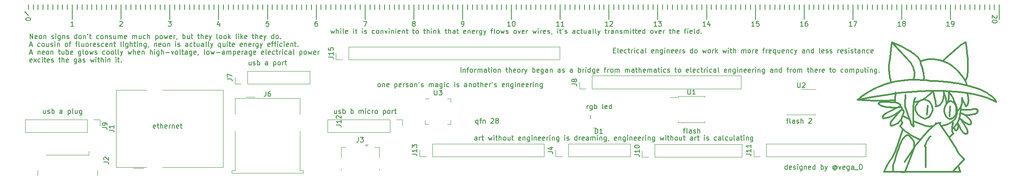
<source format=gbr>
%TF.GenerationSoftware,KiCad,Pcbnew,6.0.5*%
%TF.CreationDate,2022-05-09T00:08:55+02:00*%
%TF.ProjectId,gauge,67617567-652e-46b6-9963-61645f706362,rev?*%
%TF.SameCoordinates,Original*%
%TF.FileFunction,Legend,Top*%
%TF.FilePolarity,Positive*%
%FSLAX46Y46*%
G04 Gerber Fmt 4.6, Leading zero omitted, Abs format (unit mm)*
G04 Created by KiCad (PCBNEW 6.0.5) date 2022-05-09 00:08:55*
%MOMM*%
%LPD*%
G01*
G04 APERTURE LIST*
%ADD10C,0.150000*%
%ADD11C,0.300000*%
%ADD12C,0.100000*%
%ADD13C,0.120000*%
G04 APERTURE END LIST*
D10*
X92976190Y-90285714D02*
X93166666Y-90952380D01*
X93357142Y-90476190D01*
X93547619Y-90952380D01*
X93738095Y-90285714D01*
X94119047Y-90952380D02*
X94119047Y-89952380D01*
X94547619Y-90952380D02*
X94547619Y-90428571D01*
X94500000Y-90333333D01*
X94404761Y-90285714D01*
X94261904Y-90285714D01*
X94166666Y-90333333D01*
X94119047Y-90380952D01*
X95023809Y-90952380D02*
X95023809Y-90285714D01*
X95023809Y-89952380D02*
X94976190Y-90000000D01*
X95023809Y-90047619D01*
X95071428Y-90000000D01*
X95023809Y-89952380D01*
X95023809Y-90047619D01*
X95642857Y-90952380D02*
X95547619Y-90904761D01*
X95500000Y-90809523D01*
X95500000Y-89952380D01*
X96404761Y-90904761D02*
X96309523Y-90952380D01*
X96119047Y-90952380D01*
X96023809Y-90904761D01*
X95976190Y-90809523D01*
X95976190Y-90428571D01*
X96023809Y-90333333D01*
X96119047Y-90285714D01*
X96309523Y-90285714D01*
X96404761Y-90333333D01*
X96452380Y-90428571D01*
X96452380Y-90523809D01*
X95976190Y-90619047D01*
X97642857Y-90952380D02*
X97642857Y-90285714D01*
X97642857Y-89952380D02*
X97595238Y-90000000D01*
X97642857Y-90047619D01*
X97690476Y-90000000D01*
X97642857Y-89952380D01*
X97642857Y-90047619D01*
X97976190Y-90285714D02*
X98357142Y-90285714D01*
X98119047Y-89952380D02*
X98119047Y-90809523D01*
X98166666Y-90904761D01*
X98261904Y-90952380D01*
X98357142Y-90952380D01*
X99452380Y-90952380D02*
X99452380Y-90285714D01*
X99452380Y-89952380D02*
X99404761Y-90000000D01*
X99452380Y-90047619D01*
X99500000Y-90000000D01*
X99452380Y-89952380D01*
X99452380Y-90047619D01*
X99880952Y-90904761D02*
X99976190Y-90952380D01*
X100166666Y-90952380D01*
X100261904Y-90904761D01*
X100309523Y-90809523D01*
X100309523Y-90761904D01*
X100261904Y-90666666D01*
X100166666Y-90619047D01*
X100023809Y-90619047D01*
X99928571Y-90571428D01*
X99880952Y-90476190D01*
X99880952Y-90428571D01*
X99928571Y-90333333D01*
X100023809Y-90285714D01*
X100166666Y-90285714D01*
X100261904Y-90333333D01*
X101928571Y-90904761D02*
X101833333Y-90952380D01*
X101642857Y-90952380D01*
X101547619Y-90904761D01*
X101500000Y-90857142D01*
X101452380Y-90761904D01*
X101452380Y-90476190D01*
X101500000Y-90380952D01*
X101547619Y-90333333D01*
X101642857Y-90285714D01*
X101833333Y-90285714D01*
X101928571Y-90333333D01*
X102500000Y-90952380D02*
X102404761Y-90904761D01*
X102357142Y-90857142D01*
X102309523Y-90761904D01*
X102309523Y-90476190D01*
X102357142Y-90380952D01*
X102404761Y-90333333D01*
X102500000Y-90285714D01*
X102642857Y-90285714D01*
X102738095Y-90333333D01*
X102785714Y-90380952D01*
X102833333Y-90476190D01*
X102833333Y-90761904D01*
X102785714Y-90857142D01*
X102738095Y-90904761D01*
X102642857Y-90952380D01*
X102500000Y-90952380D01*
X103261904Y-90285714D02*
X103261904Y-90952380D01*
X103261904Y-90380952D02*
X103309523Y-90333333D01*
X103404761Y-90285714D01*
X103547619Y-90285714D01*
X103642857Y-90333333D01*
X103690476Y-90428571D01*
X103690476Y-90952380D01*
X104071428Y-90285714D02*
X104309523Y-90952380D01*
X104547619Y-90285714D01*
X104928571Y-90952380D02*
X104928571Y-90285714D01*
X104928571Y-89952380D02*
X104880952Y-90000000D01*
X104928571Y-90047619D01*
X104976190Y-90000000D01*
X104928571Y-89952380D01*
X104928571Y-90047619D01*
X105404761Y-90285714D02*
X105404761Y-90952380D01*
X105404761Y-90380952D02*
X105452380Y-90333333D01*
X105547619Y-90285714D01*
X105690476Y-90285714D01*
X105785714Y-90333333D01*
X105833333Y-90428571D01*
X105833333Y-90952380D01*
X106309523Y-90952380D02*
X106309523Y-90285714D01*
X106309523Y-89952380D02*
X106261904Y-90000000D01*
X106309523Y-90047619D01*
X106357142Y-90000000D01*
X106309523Y-89952380D01*
X106309523Y-90047619D01*
X107166666Y-90904761D02*
X107071428Y-90952380D01*
X106880952Y-90952380D01*
X106785714Y-90904761D01*
X106738095Y-90809523D01*
X106738095Y-90428571D01*
X106785714Y-90333333D01*
X106880952Y-90285714D01*
X107071428Y-90285714D01*
X107166666Y-90333333D01*
X107214285Y-90428571D01*
X107214285Y-90523809D01*
X106738095Y-90619047D01*
X107642857Y-90285714D02*
X107642857Y-90952380D01*
X107642857Y-90380952D02*
X107690476Y-90333333D01*
X107785714Y-90285714D01*
X107928571Y-90285714D01*
X108023809Y-90333333D01*
X108071428Y-90428571D01*
X108071428Y-90952380D01*
X108404761Y-90285714D02*
X108785714Y-90285714D01*
X108547619Y-89952380D02*
X108547619Y-90809523D01*
X108595238Y-90904761D01*
X108690476Y-90952380D01*
X108785714Y-90952380D01*
X109738095Y-90285714D02*
X110119047Y-90285714D01*
X109880952Y-89952380D02*
X109880952Y-90809523D01*
X109928571Y-90904761D01*
X110023809Y-90952380D01*
X110119047Y-90952380D01*
X110595238Y-90952380D02*
X110500000Y-90904761D01*
X110452380Y-90857142D01*
X110404761Y-90761904D01*
X110404761Y-90476190D01*
X110452380Y-90380952D01*
X110500000Y-90333333D01*
X110595238Y-90285714D01*
X110738095Y-90285714D01*
X110833333Y-90333333D01*
X110880952Y-90380952D01*
X110928571Y-90476190D01*
X110928571Y-90761904D01*
X110880952Y-90857142D01*
X110833333Y-90904761D01*
X110738095Y-90952380D01*
X110595238Y-90952380D01*
X111976190Y-90285714D02*
X112357142Y-90285714D01*
X112119047Y-89952380D02*
X112119047Y-90809523D01*
X112166666Y-90904761D01*
X112261904Y-90952380D01*
X112357142Y-90952380D01*
X112690476Y-90952380D02*
X112690476Y-89952380D01*
X113119047Y-90952380D02*
X113119047Y-90428571D01*
X113071428Y-90333333D01*
X112976190Y-90285714D01*
X112833333Y-90285714D01*
X112738095Y-90333333D01*
X112690476Y-90380952D01*
X113595238Y-90952380D02*
X113595238Y-90285714D01*
X113595238Y-89952380D02*
X113547619Y-90000000D01*
X113595238Y-90047619D01*
X113642857Y-90000000D01*
X113595238Y-89952380D01*
X113595238Y-90047619D01*
X114071428Y-90285714D02*
X114071428Y-90952380D01*
X114071428Y-90380952D02*
X114119047Y-90333333D01*
X114214285Y-90285714D01*
X114357142Y-90285714D01*
X114452380Y-90333333D01*
X114500000Y-90428571D01*
X114500000Y-90952380D01*
X114976190Y-90952380D02*
X114976190Y-89952380D01*
X115071428Y-90571428D02*
X115357142Y-90952380D01*
X115357142Y-90285714D02*
X114976190Y-90666666D01*
X116404761Y-90285714D02*
X116785714Y-90285714D01*
X116547619Y-89952380D02*
X116547619Y-90809523D01*
X116595238Y-90904761D01*
X116690476Y-90952380D01*
X116785714Y-90952380D01*
X117119047Y-90952380D02*
X117119047Y-89952380D01*
X117547619Y-90952380D02*
X117547619Y-90428571D01*
X117500000Y-90333333D01*
X117404761Y-90285714D01*
X117261904Y-90285714D01*
X117166666Y-90333333D01*
X117119047Y-90380952D01*
X118452380Y-90952380D02*
X118452380Y-90428571D01*
X118404761Y-90333333D01*
X118309523Y-90285714D01*
X118119047Y-90285714D01*
X118023809Y-90333333D01*
X118452380Y-90904761D02*
X118357142Y-90952380D01*
X118119047Y-90952380D01*
X118023809Y-90904761D01*
X117976190Y-90809523D01*
X117976190Y-90714285D01*
X118023809Y-90619047D01*
X118119047Y-90571428D01*
X118357142Y-90571428D01*
X118452380Y-90523809D01*
X118785714Y-90285714D02*
X119166666Y-90285714D01*
X118928571Y-89952380D02*
X118928571Y-90809523D01*
X118976190Y-90904761D01*
X119071428Y-90952380D01*
X119166666Y-90952380D01*
X120642857Y-90904761D02*
X120547619Y-90952380D01*
X120357142Y-90952380D01*
X120261904Y-90904761D01*
X120214285Y-90809523D01*
X120214285Y-90428571D01*
X120261904Y-90333333D01*
X120357142Y-90285714D01*
X120547619Y-90285714D01*
X120642857Y-90333333D01*
X120690476Y-90428571D01*
X120690476Y-90523809D01*
X120214285Y-90619047D01*
X121119047Y-90285714D02*
X121119047Y-90952380D01*
X121119047Y-90380952D02*
X121166666Y-90333333D01*
X121261904Y-90285714D01*
X121404761Y-90285714D01*
X121500000Y-90333333D01*
X121547619Y-90428571D01*
X121547619Y-90952380D01*
X122404761Y-90904761D02*
X122309523Y-90952380D01*
X122119047Y-90952380D01*
X122023809Y-90904761D01*
X121976190Y-90809523D01*
X121976190Y-90428571D01*
X122023809Y-90333333D01*
X122119047Y-90285714D01*
X122309523Y-90285714D01*
X122404761Y-90333333D01*
X122452380Y-90428571D01*
X122452380Y-90523809D01*
X121976190Y-90619047D01*
X122880952Y-90952380D02*
X122880952Y-90285714D01*
X122880952Y-90476190D02*
X122928571Y-90380952D01*
X122976190Y-90333333D01*
X123071428Y-90285714D01*
X123166666Y-90285714D01*
X123928571Y-90285714D02*
X123928571Y-91095238D01*
X123880952Y-91190476D01*
X123833333Y-91238095D01*
X123738095Y-91285714D01*
X123595238Y-91285714D01*
X123500000Y-91238095D01*
X123928571Y-90904761D02*
X123833333Y-90952380D01*
X123642857Y-90952380D01*
X123547619Y-90904761D01*
X123500000Y-90857142D01*
X123452380Y-90761904D01*
X123452380Y-90476190D01*
X123500000Y-90380952D01*
X123547619Y-90333333D01*
X123642857Y-90285714D01*
X123833333Y-90285714D01*
X123928571Y-90333333D01*
X124309523Y-90285714D02*
X124547619Y-90952380D01*
X124785714Y-90285714D02*
X124547619Y-90952380D01*
X124452380Y-91190476D01*
X124404761Y-91238095D01*
X124309523Y-91285714D01*
X125785714Y-90285714D02*
X126166666Y-90285714D01*
X125928571Y-90952380D02*
X125928571Y-90095238D01*
X125976190Y-90000000D01*
X126071428Y-89952380D01*
X126166666Y-89952380D01*
X126642857Y-90952380D02*
X126547619Y-90904761D01*
X126500000Y-90809523D01*
X126500000Y-89952380D01*
X127166666Y-90952380D02*
X127071428Y-90904761D01*
X127023809Y-90857142D01*
X126976190Y-90761904D01*
X126976190Y-90476190D01*
X127023809Y-90380952D01*
X127071428Y-90333333D01*
X127166666Y-90285714D01*
X127309523Y-90285714D01*
X127404761Y-90333333D01*
X127452380Y-90380952D01*
X127500000Y-90476190D01*
X127500000Y-90761904D01*
X127452380Y-90857142D01*
X127404761Y-90904761D01*
X127309523Y-90952380D01*
X127166666Y-90952380D01*
X127833333Y-90285714D02*
X128023809Y-90952380D01*
X128214285Y-90476190D01*
X128404761Y-90952380D01*
X128595238Y-90285714D01*
X128928571Y-90904761D02*
X129023809Y-90952380D01*
X129214285Y-90952380D01*
X129309523Y-90904761D01*
X129357142Y-90809523D01*
X129357142Y-90761904D01*
X129309523Y-90666666D01*
X129214285Y-90619047D01*
X129071428Y-90619047D01*
X128976190Y-90571428D01*
X128928571Y-90476190D01*
X128928571Y-90428571D01*
X128976190Y-90333333D01*
X129071428Y-90285714D01*
X129214285Y-90285714D01*
X129309523Y-90333333D01*
X130690476Y-90952380D02*
X130595238Y-90904761D01*
X130547619Y-90857142D01*
X130500000Y-90761904D01*
X130500000Y-90476190D01*
X130547619Y-90380952D01*
X130595238Y-90333333D01*
X130690476Y-90285714D01*
X130833333Y-90285714D01*
X130928571Y-90333333D01*
X130976190Y-90380952D01*
X131023809Y-90476190D01*
X131023809Y-90761904D01*
X130976190Y-90857142D01*
X130928571Y-90904761D01*
X130833333Y-90952380D01*
X130690476Y-90952380D01*
X131357142Y-90285714D02*
X131595238Y-90952380D01*
X131833333Y-90285714D01*
X132595238Y-90904761D02*
X132500000Y-90952380D01*
X132309523Y-90952380D01*
X132214285Y-90904761D01*
X132166666Y-90809523D01*
X132166666Y-90428571D01*
X132214285Y-90333333D01*
X132309523Y-90285714D01*
X132500000Y-90285714D01*
X132595238Y-90333333D01*
X132642857Y-90428571D01*
X132642857Y-90523809D01*
X132166666Y-90619047D01*
X133071428Y-90952380D02*
X133071428Y-90285714D01*
X133071428Y-90476190D02*
X133119047Y-90380952D01*
X133166666Y-90333333D01*
X133261904Y-90285714D01*
X133357142Y-90285714D01*
X134357142Y-90285714D02*
X134547619Y-90952380D01*
X134738095Y-90476190D01*
X134928571Y-90952380D01*
X135119047Y-90285714D01*
X135500000Y-90952380D02*
X135500000Y-90285714D01*
X135500000Y-89952380D02*
X135452380Y-90000000D01*
X135500000Y-90047619D01*
X135547619Y-90000000D01*
X135500000Y-89952380D01*
X135500000Y-90047619D01*
X135976190Y-90952380D02*
X135976190Y-90285714D01*
X135976190Y-90476190D02*
X136023809Y-90380952D01*
X136071428Y-90333333D01*
X136166666Y-90285714D01*
X136261904Y-90285714D01*
X136976190Y-90904761D02*
X136880952Y-90952380D01*
X136690476Y-90952380D01*
X136595238Y-90904761D01*
X136547619Y-90809523D01*
X136547619Y-90428571D01*
X136595238Y-90333333D01*
X136690476Y-90285714D01*
X136880952Y-90285714D01*
X136976190Y-90333333D01*
X137023809Y-90428571D01*
X137023809Y-90523809D01*
X136547619Y-90619047D01*
X137404761Y-90904761D02*
X137500000Y-90952380D01*
X137690476Y-90952380D01*
X137785714Y-90904761D01*
X137833333Y-90809523D01*
X137833333Y-90761904D01*
X137785714Y-90666666D01*
X137690476Y-90619047D01*
X137547619Y-90619047D01*
X137452380Y-90571428D01*
X137404761Y-90476190D01*
X137404761Y-90428571D01*
X137452380Y-90333333D01*
X137547619Y-90285714D01*
X137690476Y-90285714D01*
X137785714Y-90333333D01*
X138309523Y-90904761D02*
X138309523Y-90952380D01*
X138261904Y-91047619D01*
X138214285Y-91095238D01*
X139500000Y-90952380D02*
X139500000Y-90285714D01*
X139500000Y-89952380D02*
X139452380Y-90000000D01*
X139500000Y-90047619D01*
X139547619Y-90000000D01*
X139500000Y-89952380D01*
X139500000Y-90047619D01*
X139833333Y-90285714D02*
X140214285Y-90285714D01*
X139976190Y-89952380D02*
X139976190Y-90809523D01*
X140023809Y-90904761D01*
X140119047Y-90952380D01*
X140214285Y-90952380D01*
X140595238Y-89952380D02*
X140500000Y-90142857D01*
X140976190Y-90904761D02*
X141071428Y-90952380D01*
X141261904Y-90952380D01*
X141357142Y-90904761D01*
X141404761Y-90809523D01*
X141404761Y-90761904D01*
X141357142Y-90666666D01*
X141261904Y-90619047D01*
X141119047Y-90619047D01*
X141023809Y-90571428D01*
X140976190Y-90476190D01*
X140976190Y-90428571D01*
X141023809Y-90333333D01*
X141119047Y-90285714D01*
X141261904Y-90285714D01*
X141357142Y-90333333D01*
X143023809Y-90952380D02*
X143023809Y-90428571D01*
X142976190Y-90333333D01*
X142880952Y-90285714D01*
X142690476Y-90285714D01*
X142595238Y-90333333D01*
X143023809Y-90904761D02*
X142928571Y-90952380D01*
X142690476Y-90952380D01*
X142595238Y-90904761D01*
X142547619Y-90809523D01*
X142547619Y-90714285D01*
X142595238Y-90619047D01*
X142690476Y-90571428D01*
X142928571Y-90571428D01*
X143023809Y-90523809D01*
X143928571Y-90904761D02*
X143833333Y-90952380D01*
X143642857Y-90952380D01*
X143547619Y-90904761D01*
X143500000Y-90857142D01*
X143452380Y-90761904D01*
X143452380Y-90476190D01*
X143500000Y-90380952D01*
X143547619Y-90333333D01*
X143642857Y-90285714D01*
X143833333Y-90285714D01*
X143928571Y-90333333D01*
X144214285Y-90285714D02*
X144595238Y-90285714D01*
X144357142Y-89952380D02*
X144357142Y-90809523D01*
X144404761Y-90904761D01*
X144500000Y-90952380D01*
X144595238Y-90952380D01*
X145357142Y-90285714D02*
X145357142Y-90952380D01*
X144928571Y-90285714D02*
X144928571Y-90809523D01*
X144976190Y-90904761D01*
X145071428Y-90952380D01*
X145214285Y-90952380D01*
X145309523Y-90904761D01*
X145357142Y-90857142D01*
X146261904Y-90952380D02*
X146261904Y-90428571D01*
X146214285Y-90333333D01*
X146119047Y-90285714D01*
X145928571Y-90285714D01*
X145833333Y-90333333D01*
X146261904Y-90904761D02*
X146166666Y-90952380D01*
X145928571Y-90952380D01*
X145833333Y-90904761D01*
X145785714Y-90809523D01*
X145785714Y-90714285D01*
X145833333Y-90619047D01*
X145928571Y-90571428D01*
X146166666Y-90571428D01*
X146261904Y-90523809D01*
X146880952Y-90952380D02*
X146785714Y-90904761D01*
X146738095Y-90809523D01*
X146738095Y-89952380D01*
X147404761Y-90952380D02*
X147309523Y-90904761D01*
X147261904Y-90809523D01*
X147261904Y-89952380D01*
X147690476Y-90285714D02*
X147928571Y-90952380D01*
X148166666Y-90285714D02*
X147928571Y-90952380D01*
X147833333Y-91190476D01*
X147785714Y-91238095D01*
X147690476Y-91285714D01*
X149166666Y-90285714D02*
X149547619Y-90285714D01*
X149309523Y-89952380D02*
X149309523Y-90809523D01*
X149357142Y-90904761D01*
X149452380Y-90952380D01*
X149547619Y-90952380D01*
X149880952Y-90952380D02*
X149880952Y-90285714D01*
X149880952Y-90476190D02*
X149928571Y-90380952D01*
X149976190Y-90333333D01*
X150071428Y-90285714D01*
X150166666Y-90285714D01*
X150928571Y-90952380D02*
X150928571Y-90428571D01*
X150880952Y-90333333D01*
X150785714Y-90285714D01*
X150595238Y-90285714D01*
X150500000Y-90333333D01*
X150928571Y-90904761D02*
X150833333Y-90952380D01*
X150595238Y-90952380D01*
X150500000Y-90904761D01*
X150452380Y-90809523D01*
X150452380Y-90714285D01*
X150500000Y-90619047D01*
X150595238Y-90571428D01*
X150833333Y-90571428D01*
X150928571Y-90523809D01*
X151404761Y-90285714D02*
X151404761Y-90952380D01*
X151404761Y-90380952D02*
X151452380Y-90333333D01*
X151547619Y-90285714D01*
X151690476Y-90285714D01*
X151785714Y-90333333D01*
X151833333Y-90428571D01*
X151833333Y-90952380D01*
X152261904Y-90904761D02*
X152357142Y-90952380D01*
X152547619Y-90952380D01*
X152642857Y-90904761D01*
X152690476Y-90809523D01*
X152690476Y-90761904D01*
X152642857Y-90666666D01*
X152547619Y-90619047D01*
X152404761Y-90619047D01*
X152309523Y-90571428D01*
X152261904Y-90476190D01*
X152261904Y-90428571D01*
X152309523Y-90333333D01*
X152404761Y-90285714D01*
X152547619Y-90285714D01*
X152642857Y-90333333D01*
X153119047Y-90952380D02*
X153119047Y-90285714D01*
X153119047Y-90380952D02*
X153166666Y-90333333D01*
X153261904Y-90285714D01*
X153404761Y-90285714D01*
X153500000Y-90333333D01*
X153547619Y-90428571D01*
X153547619Y-90952380D01*
X153547619Y-90428571D02*
X153595238Y-90333333D01*
X153690476Y-90285714D01*
X153833333Y-90285714D01*
X153928571Y-90333333D01*
X153976190Y-90428571D01*
X153976190Y-90952380D01*
X154452380Y-90952380D02*
X154452380Y-90285714D01*
X154452380Y-89952380D02*
X154404761Y-90000000D01*
X154452380Y-90047619D01*
X154500000Y-90000000D01*
X154452380Y-89952380D01*
X154452380Y-90047619D01*
X154785714Y-90285714D02*
X155166666Y-90285714D01*
X154928571Y-89952380D02*
X154928571Y-90809523D01*
X154976190Y-90904761D01*
X155071428Y-90952380D01*
X155166666Y-90952380D01*
X155357142Y-90285714D02*
X155738095Y-90285714D01*
X155500000Y-89952380D02*
X155500000Y-90809523D01*
X155547619Y-90904761D01*
X155642857Y-90952380D01*
X155738095Y-90952380D01*
X156452380Y-90904761D02*
X156357142Y-90952380D01*
X156166666Y-90952380D01*
X156071428Y-90904761D01*
X156023809Y-90809523D01*
X156023809Y-90428571D01*
X156071428Y-90333333D01*
X156166666Y-90285714D01*
X156357142Y-90285714D01*
X156452380Y-90333333D01*
X156500000Y-90428571D01*
X156500000Y-90523809D01*
X156023809Y-90619047D01*
X157357142Y-90952380D02*
X157357142Y-89952380D01*
X157357142Y-90904761D02*
X157261904Y-90952380D01*
X157071428Y-90952380D01*
X156976190Y-90904761D01*
X156928571Y-90857142D01*
X156880952Y-90761904D01*
X156880952Y-90476190D01*
X156928571Y-90380952D01*
X156976190Y-90333333D01*
X157071428Y-90285714D01*
X157261904Y-90285714D01*
X157357142Y-90333333D01*
X158738095Y-90952380D02*
X158642857Y-90904761D01*
X158595238Y-90857142D01*
X158547619Y-90761904D01*
X158547619Y-90476190D01*
X158595238Y-90380952D01*
X158642857Y-90333333D01*
X158738095Y-90285714D01*
X158880952Y-90285714D01*
X158976190Y-90333333D01*
X159023809Y-90380952D01*
X159071428Y-90476190D01*
X159071428Y-90761904D01*
X159023809Y-90857142D01*
X158976190Y-90904761D01*
X158880952Y-90952380D01*
X158738095Y-90952380D01*
X159404761Y-90285714D02*
X159642857Y-90952380D01*
X159880952Y-90285714D01*
X160642857Y-90904761D02*
X160547619Y-90952380D01*
X160357142Y-90952380D01*
X160261904Y-90904761D01*
X160214285Y-90809523D01*
X160214285Y-90428571D01*
X160261904Y-90333333D01*
X160357142Y-90285714D01*
X160547619Y-90285714D01*
X160642857Y-90333333D01*
X160690476Y-90428571D01*
X160690476Y-90523809D01*
X160214285Y-90619047D01*
X161119047Y-90952380D02*
X161119047Y-90285714D01*
X161119047Y-90476190D02*
X161166666Y-90380952D01*
X161214285Y-90333333D01*
X161309523Y-90285714D01*
X161404761Y-90285714D01*
X162357142Y-90285714D02*
X162738095Y-90285714D01*
X162500000Y-89952380D02*
X162500000Y-90809523D01*
X162547619Y-90904761D01*
X162642857Y-90952380D01*
X162738095Y-90952380D01*
X163071428Y-90952380D02*
X163071428Y-89952380D01*
X163500000Y-90952380D02*
X163500000Y-90428571D01*
X163452380Y-90333333D01*
X163357142Y-90285714D01*
X163214285Y-90285714D01*
X163119047Y-90333333D01*
X163071428Y-90380952D01*
X164357142Y-90904761D02*
X164261904Y-90952380D01*
X164071428Y-90952380D01*
X163976190Y-90904761D01*
X163928571Y-90809523D01*
X163928571Y-90428571D01*
X163976190Y-90333333D01*
X164071428Y-90285714D01*
X164261904Y-90285714D01*
X164357142Y-90333333D01*
X164404761Y-90428571D01*
X164404761Y-90523809D01*
X163928571Y-90619047D01*
X165452380Y-90285714D02*
X165833333Y-90285714D01*
X165595238Y-90952380D02*
X165595238Y-90095238D01*
X165642857Y-90000000D01*
X165738095Y-89952380D01*
X165833333Y-89952380D01*
X166166666Y-90952380D02*
X166166666Y-90285714D01*
X166166666Y-89952380D02*
X166119047Y-90000000D01*
X166166666Y-90047619D01*
X166214285Y-90000000D01*
X166166666Y-89952380D01*
X166166666Y-90047619D01*
X167023809Y-90904761D02*
X166928571Y-90952380D01*
X166738095Y-90952380D01*
X166642857Y-90904761D01*
X166595238Y-90809523D01*
X166595238Y-90428571D01*
X166642857Y-90333333D01*
X166738095Y-90285714D01*
X166928571Y-90285714D01*
X167023809Y-90333333D01*
X167071428Y-90428571D01*
X167071428Y-90523809D01*
X166595238Y-90619047D01*
X167642857Y-90952380D02*
X167547619Y-90904761D01*
X167499999Y-90809523D01*
X167499999Y-89952380D01*
X168452380Y-90952380D02*
X168452380Y-89952380D01*
X168452380Y-90904761D02*
X168357142Y-90952380D01*
X168166666Y-90952380D01*
X168071428Y-90904761D01*
X168023809Y-90857142D01*
X167976190Y-90761904D01*
X167976190Y-90476190D01*
X168023809Y-90380952D01*
X168071428Y-90333333D01*
X168166666Y-90285714D01*
X168357142Y-90285714D01*
X168452380Y-90333333D01*
X168928571Y-90857142D02*
X168976190Y-90904761D01*
X168928571Y-90952380D01*
X168880952Y-90904761D01*
X168928571Y-90857142D01*
X168928571Y-90952380D01*
X102809523Y-101952380D02*
X102714285Y-101904761D01*
X102666666Y-101857142D01*
X102619047Y-101761904D01*
X102619047Y-101476190D01*
X102666666Y-101380952D01*
X102714285Y-101333333D01*
X102809523Y-101285714D01*
X102952380Y-101285714D01*
X103047619Y-101333333D01*
X103095238Y-101380952D01*
X103142857Y-101476190D01*
X103142857Y-101761904D01*
X103095238Y-101857142D01*
X103047619Y-101904761D01*
X102952380Y-101952380D01*
X102809523Y-101952380D01*
X103571428Y-101285714D02*
X103571428Y-101952380D01*
X103571428Y-101380952D02*
X103619047Y-101333333D01*
X103714285Y-101285714D01*
X103857142Y-101285714D01*
X103952380Y-101333333D01*
X103999999Y-101428571D01*
X103999999Y-101952380D01*
X104857142Y-101904761D02*
X104761904Y-101952380D01*
X104571428Y-101952380D01*
X104476190Y-101904761D01*
X104428571Y-101809523D01*
X104428571Y-101428571D01*
X104476190Y-101333333D01*
X104571428Y-101285714D01*
X104761904Y-101285714D01*
X104857142Y-101333333D01*
X104904761Y-101428571D01*
X104904761Y-101523809D01*
X104428571Y-101619047D01*
X106095238Y-101285714D02*
X106095238Y-102285714D01*
X106095238Y-101333333D02*
X106190476Y-101285714D01*
X106380952Y-101285714D01*
X106476190Y-101333333D01*
X106523809Y-101380952D01*
X106571428Y-101476190D01*
X106571428Y-101761904D01*
X106523809Y-101857142D01*
X106476190Y-101904761D01*
X106380952Y-101952380D01*
X106190476Y-101952380D01*
X106095238Y-101904761D01*
X107380952Y-101904761D02*
X107285714Y-101952380D01*
X107095238Y-101952380D01*
X106999999Y-101904761D01*
X106952380Y-101809523D01*
X106952380Y-101428571D01*
X106999999Y-101333333D01*
X107095238Y-101285714D01*
X107285714Y-101285714D01*
X107380952Y-101333333D01*
X107428571Y-101428571D01*
X107428571Y-101523809D01*
X106952380Y-101619047D01*
X107857142Y-101952380D02*
X107857142Y-101285714D01*
X107857142Y-101476190D02*
X107904761Y-101380952D01*
X107952380Y-101333333D01*
X108047619Y-101285714D01*
X108142857Y-101285714D01*
X108428571Y-101904761D02*
X108523809Y-101952380D01*
X108714285Y-101952380D01*
X108809523Y-101904761D01*
X108857142Y-101809523D01*
X108857142Y-101761904D01*
X108809523Y-101666666D01*
X108714285Y-101619047D01*
X108571428Y-101619047D01*
X108476190Y-101571428D01*
X108428571Y-101476190D01*
X108428571Y-101428571D01*
X108476190Y-101333333D01*
X108571428Y-101285714D01*
X108714285Y-101285714D01*
X108809523Y-101333333D01*
X109428571Y-101952380D02*
X109333333Y-101904761D01*
X109285714Y-101857142D01*
X109238095Y-101761904D01*
X109238095Y-101476190D01*
X109285714Y-101380952D01*
X109333333Y-101333333D01*
X109428571Y-101285714D01*
X109571428Y-101285714D01*
X109666666Y-101333333D01*
X109714285Y-101380952D01*
X109761904Y-101476190D01*
X109761904Y-101761904D01*
X109714285Y-101857142D01*
X109666666Y-101904761D01*
X109571428Y-101952380D01*
X109428571Y-101952380D01*
X110190476Y-101285714D02*
X110190476Y-101952380D01*
X110190476Y-101380952D02*
X110238095Y-101333333D01*
X110333333Y-101285714D01*
X110476190Y-101285714D01*
X110571428Y-101333333D01*
X110619047Y-101428571D01*
X110619047Y-101952380D01*
X111142857Y-100952380D02*
X111047619Y-101142857D01*
X111523809Y-101904761D02*
X111619047Y-101952380D01*
X111809523Y-101952380D01*
X111904761Y-101904761D01*
X111952380Y-101809523D01*
X111952380Y-101761904D01*
X111904761Y-101666666D01*
X111809523Y-101619047D01*
X111666666Y-101619047D01*
X111571428Y-101571428D01*
X111523809Y-101476190D01*
X111523809Y-101428571D01*
X111571428Y-101333333D01*
X111666666Y-101285714D01*
X111809523Y-101285714D01*
X111904761Y-101333333D01*
X113142857Y-101952380D02*
X113142857Y-101285714D01*
X113142857Y-101380952D02*
X113190476Y-101333333D01*
X113285714Y-101285714D01*
X113428571Y-101285714D01*
X113523809Y-101333333D01*
X113571428Y-101428571D01*
X113571428Y-101952380D01*
X113571428Y-101428571D02*
X113619047Y-101333333D01*
X113714285Y-101285714D01*
X113857142Y-101285714D01*
X113952380Y-101333333D01*
X113999999Y-101428571D01*
X113999999Y-101952380D01*
X114904761Y-101952380D02*
X114904761Y-101428571D01*
X114857142Y-101333333D01*
X114761904Y-101285714D01*
X114571428Y-101285714D01*
X114476190Y-101333333D01*
X114904761Y-101904761D02*
X114809523Y-101952380D01*
X114571428Y-101952380D01*
X114476190Y-101904761D01*
X114428571Y-101809523D01*
X114428571Y-101714285D01*
X114476190Y-101619047D01*
X114571428Y-101571428D01*
X114809523Y-101571428D01*
X114904761Y-101523809D01*
X115809523Y-101285714D02*
X115809523Y-102095238D01*
X115761904Y-102190476D01*
X115714285Y-102238095D01*
X115619047Y-102285714D01*
X115476190Y-102285714D01*
X115380952Y-102238095D01*
X115809523Y-101904761D02*
X115714285Y-101952380D01*
X115523809Y-101952380D01*
X115428571Y-101904761D01*
X115380952Y-101857142D01*
X115333333Y-101761904D01*
X115333333Y-101476190D01*
X115380952Y-101380952D01*
X115428571Y-101333333D01*
X115523809Y-101285714D01*
X115714285Y-101285714D01*
X115809523Y-101333333D01*
X116285714Y-101952380D02*
X116285714Y-101285714D01*
X116285714Y-100952380D02*
X116238095Y-101000000D01*
X116285714Y-101047619D01*
X116333333Y-101000000D01*
X116285714Y-100952380D01*
X116285714Y-101047619D01*
X117190476Y-101904761D02*
X117095238Y-101952380D01*
X116904761Y-101952380D01*
X116809523Y-101904761D01*
X116761904Y-101857142D01*
X116714285Y-101761904D01*
X116714285Y-101476190D01*
X116761904Y-101380952D01*
X116809523Y-101333333D01*
X116904761Y-101285714D01*
X117095238Y-101285714D01*
X117190476Y-101333333D01*
X118380952Y-101952380D02*
X118380952Y-101285714D01*
X118380952Y-100952380D02*
X118333333Y-101000000D01*
X118380952Y-101047619D01*
X118428571Y-101000000D01*
X118380952Y-100952380D01*
X118380952Y-101047619D01*
X118809523Y-101904761D02*
X118904761Y-101952380D01*
X119095238Y-101952380D01*
X119190476Y-101904761D01*
X119238095Y-101809523D01*
X119238095Y-101761904D01*
X119190476Y-101666666D01*
X119095238Y-101619047D01*
X118952380Y-101619047D01*
X118857142Y-101571428D01*
X118809523Y-101476190D01*
X118809523Y-101428571D01*
X118857142Y-101333333D01*
X118952380Y-101285714D01*
X119095238Y-101285714D01*
X119190476Y-101333333D01*
X120857142Y-101952380D02*
X120857142Y-101428571D01*
X120809523Y-101333333D01*
X120714285Y-101285714D01*
X120523809Y-101285714D01*
X120428571Y-101333333D01*
X120857142Y-101904761D02*
X120761904Y-101952380D01*
X120523809Y-101952380D01*
X120428571Y-101904761D01*
X120380952Y-101809523D01*
X120380952Y-101714285D01*
X120428571Y-101619047D01*
X120523809Y-101571428D01*
X120761904Y-101571428D01*
X120857142Y-101523809D01*
X121333333Y-101285714D02*
X121333333Y-101952380D01*
X121333333Y-101380952D02*
X121380952Y-101333333D01*
X121476190Y-101285714D01*
X121619047Y-101285714D01*
X121714285Y-101333333D01*
X121761904Y-101428571D01*
X121761904Y-101952380D01*
X122380952Y-101952380D02*
X122285714Y-101904761D01*
X122238095Y-101857142D01*
X122190476Y-101761904D01*
X122190476Y-101476190D01*
X122238095Y-101380952D01*
X122285714Y-101333333D01*
X122380952Y-101285714D01*
X122523809Y-101285714D01*
X122619047Y-101333333D01*
X122666666Y-101380952D01*
X122714285Y-101476190D01*
X122714285Y-101761904D01*
X122666666Y-101857142D01*
X122619047Y-101904761D01*
X122523809Y-101952380D01*
X122380952Y-101952380D01*
X122999999Y-101285714D02*
X123380952Y-101285714D01*
X123142857Y-100952380D02*
X123142857Y-101809523D01*
X123190476Y-101904761D01*
X123285714Y-101952380D01*
X123380952Y-101952380D01*
X123714285Y-101952380D02*
X123714285Y-100952380D01*
X124142857Y-101952380D02*
X124142857Y-101428571D01*
X124095238Y-101333333D01*
X123999999Y-101285714D01*
X123857142Y-101285714D01*
X123761904Y-101333333D01*
X123714285Y-101380952D01*
X124999999Y-101904761D02*
X124904761Y-101952380D01*
X124714285Y-101952380D01*
X124619047Y-101904761D01*
X124571428Y-101809523D01*
X124571428Y-101428571D01*
X124619047Y-101333333D01*
X124714285Y-101285714D01*
X124904761Y-101285714D01*
X124999999Y-101333333D01*
X125047619Y-101428571D01*
X125047619Y-101523809D01*
X124571428Y-101619047D01*
X125476190Y-101952380D02*
X125476190Y-101285714D01*
X125476190Y-101476190D02*
X125523809Y-101380952D01*
X125571428Y-101333333D01*
X125666666Y-101285714D01*
X125761904Y-101285714D01*
X126142857Y-100952380D02*
X126047619Y-101142857D01*
X126523809Y-101904761D02*
X126619047Y-101952380D01*
X126809523Y-101952380D01*
X126904761Y-101904761D01*
X126952380Y-101809523D01*
X126952380Y-101761904D01*
X126904761Y-101666666D01*
X126809523Y-101619047D01*
X126666666Y-101619047D01*
X126571428Y-101571428D01*
X126523809Y-101476190D01*
X126523809Y-101428571D01*
X126571428Y-101333333D01*
X126666666Y-101285714D01*
X126809523Y-101285714D01*
X126904761Y-101333333D01*
X128523809Y-101904761D02*
X128428571Y-101952380D01*
X128238095Y-101952380D01*
X128142857Y-101904761D01*
X128095238Y-101809523D01*
X128095238Y-101428571D01*
X128142857Y-101333333D01*
X128238095Y-101285714D01*
X128428571Y-101285714D01*
X128523809Y-101333333D01*
X128571428Y-101428571D01*
X128571428Y-101523809D01*
X128095238Y-101619047D01*
X128999999Y-101285714D02*
X128999999Y-101952380D01*
X128999999Y-101380952D02*
X129047619Y-101333333D01*
X129142857Y-101285714D01*
X129285714Y-101285714D01*
X129380952Y-101333333D01*
X129428571Y-101428571D01*
X129428571Y-101952380D01*
X130333333Y-101285714D02*
X130333333Y-102095238D01*
X130285714Y-102190476D01*
X130238095Y-102238095D01*
X130142857Y-102285714D01*
X129999999Y-102285714D01*
X129904761Y-102238095D01*
X130333333Y-101904761D02*
X130238095Y-101952380D01*
X130047619Y-101952380D01*
X129952380Y-101904761D01*
X129904761Y-101857142D01*
X129857142Y-101761904D01*
X129857142Y-101476190D01*
X129904761Y-101380952D01*
X129952380Y-101333333D01*
X130047619Y-101285714D01*
X130238095Y-101285714D01*
X130333333Y-101333333D01*
X130809523Y-101952380D02*
X130809523Y-101285714D01*
X130809523Y-100952380D02*
X130761904Y-101000000D01*
X130809523Y-101047619D01*
X130857142Y-101000000D01*
X130809523Y-100952380D01*
X130809523Y-101047619D01*
X131285714Y-101285714D02*
X131285714Y-101952380D01*
X131285714Y-101380952D02*
X131333333Y-101333333D01*
X131428571Y-101285714D01*
X131571428Y-101285714D01*
X131666666Y-101333333D01*
X131714285Y-101428571D01*
X131714285Y-101952380D01*
X132571428Y-101904761D02*
X132476190Y-101952380D01*
X132285714Y-101952380D01*
X132190476Y-101904761D01*
X132142857Y-101809523D01*
X132142857Y-101428571D01*
X132190476Y-101333333D01*
X132285714Y-101285714D01*
X132476190Y-101285714D01*
X132571428Y-101333333D01*
X132619047Y-101428571D01*
X132619047Y-101523809D01*
X132142857Y-101619047D01*
X133428571Y-101904761D02*
X133333333Y-101952380D01*
X133142857Y-101952380D01*
X133047619Y-101904761D01*
X132999999Y-101809523D01*
X132999999Y-101428571D01*
X133047619Y-101333333D01*
X133142857Y-101285714D01*
X133333333Y-101285714D01*
X133428571Y-101333333D01*
X133476190Y-101428571D01*
X133476190Y-101523809D01*
X132999999Y-101619047D01*
X133904761Y-101952380D02*
X133904761Y-101285714D01*
X133904761Y-101476190D02*
X133952380Y-101380952D01*
X133999999Y-101333333D01*
X134095238Y-101285714D01*
X134190476Y-101285714D01*
X134523809Y-101952380D02*
X134523809Y-101285714D01*
X134523809Y-100952380D02*
X134476190Y-101000000D01*
X134523809Y-101047619D01*
X134571428Y-101000000D01*
X134523809Y-100952380D01*
X134523809Y-101047619D01*
X134999999Y-101285714D02*
X134999999Y-101952380D01*
X134999999Y-101380952D02*
X135047619Y-101333333D01*
X135142857Y-101285714D01*
X135285714Y-101285714D01*
X135380952Y-101333333D01*
X135428571Y-101428571D01*
X135428571Y-101952380D01*
X136333333Y-101285714D02*
X136333333Y-102095238D01*
X136285714Y-102190476D01*
X136238095Y-102238095D01*
X136142857Y-102285714D01*
X135999999Y-102285714D01*
X135904761Y-102238095D01*
X136333333Y-101904761D02*
X136238095Y-101952380D01*
X136047619Y-101952380D01*
X135952380Y-101904761D01*
X135904761Y-101857142D01*
X135857142Y-101761904D01*
X135857142Y-101476190D01*
X135904761Y-101380952D01*
X135952380Y-101333333D01*
X136047619Y-101285714D01*
X136238095Y-101285714D01*
X136333333Y-101333333D01*
X31335595Y-92037380D02*
X31335595Y-91037380D01*
X31907023Y-92037380D01*
X31907023Y-91037380D01*
X32764166Y-91989761D02*
X32668928Y-92037380D01*
X32478452Y-92037380D01*
X32383214Y-91989761D01*
X32335595Y-91894523D01*
X32335595Y-91513571D01*
X32383214Y-91418333D01*
X32478452Y-91370714D01*
X32668928Y-91370714D01*
X32764166Y-91418333D01*
X32811785Y-91513571D01*
X32811785Y-91608809D01*
X32335595Y-91704047D01*
X33383214Y-92037380D02*
X33287976Y-91989761D01*
X33240357Y-91942142D01*
X33192738Y-91846904D01*
X33192738Y-91561190D01*
X33240357Y-91465952D01*
X33287976Y-91418333D01*
X33383214Y-91370714D01*
X33526071Y-91370714D01*
X33621309Y-91418333D01*
X33668928Y-91465952D01*
X33716547Y-91561190D01*
X33716547Y-91846904D01*
X33668928Y-91942142D01*
X33621309Y-91989761D01*
X33526071Y-92037380D01*
X33383214Y-92037380D01*
X34145119Y-91370714D02*
X34145119Y-92037380D01*
X34145119Y-91465952D02*
X34192738Y-91418333D01*
X34287976Y-91370714D01*
X34430833Y-91370714D01*
X34526071Y-91418333D01*
X34573690Y-91513571D01*
X34573690Y-92037380D01*
X35764166Y-91989761D02*
X35859404Y-92037380D01*
X36049880Y-92037380D01*
X36145119Y-91989761D01*
X36192738Y-91894523D01*
X36192738Y-91846904D01*
X36145119Y-91751666D01*
X36049880Y-91704047D01*
X35907023Y-91704047D01*
X35811785Y-91656428D01*
X35764166Y-91561190D01*
X35764166Y-91513571D01*
X35811785Y-91418333D01*
X35907023Y-91370714D01*
X36049880Y-91370714D01*
X36145119Y-91418333D01*
X36621309Y-92037380D02*
X36621309Y-91370714D01*
X36621309Y-91037380D02*
X36573690Y-91085000D01*
X36621309Y-91132619D01*
X36668928Y-91085000D01*
X36621309Y-91037380D01*
X36621309Y-91132619D01*
X37526071Y-91370714D02*
X37526071Y-92180238D01*
X37478452Y-92275476D01*
X37430833Y-92323095D01*
X37335595Y-92370714D01*
X37192738Y-92370714D01*
X37097500Y-92323095D01*
X37526071Y-91989761D02*
X37430833Y-92037380D01*
X37240357Y-92037380D01*
X37145119Y-91989761D01*
X37097500Y-91942142D01*
X37049880Y-91846904D01*
X37049880Y-91561190D01*
X37097500Y-91465952D01*
X37145119Y-91418333D01*
X37240357Y-91370714D01*
X37430833Y-91370714D01*
X37526071Y-91418333D01*
X38002261Y-91370714D02*
X38002261Y-92037380D01*
X38002261Y-91465952D02*
X38049880Y-91418333D01*
X38145119Y-91370714D01*
X38287976Y-91370714D01*
X38383214Y-91418333D01*
X38430833Y-91513571D01*
X38430833Y-92037380D01*
X38859404Y-91989761D02*
X38954642Y-92037380D01*
X39145119Y-92037380D01*
X39240357Y-91989761D01*
X39287976Y-91894523D01*
X39287976Y-91846904D01*
X39240357Y-91751666D01*
X39145119Y-91704047D01*
X39002261Y-91704047D01*
X38907023Y-91656428D01*
X38859404Y-91561190D01*
X38859404Y-91513571D01*
X38907023Y-91418333D01*
X39002261Y-91370714D01*
X39145119Y-91370714D01*
X39240357Y-91418333D01*
X40907023Y-92037380D02*
X40907023Y-91037380D01*
X40907023Y-91989761D02*
X40811785Y-92037380D01*
X40621309Y-92037380D01*
X40526071Y-91989761D01*
X40478452Y-91942142D01*
X40430833Y-91846904D01*
X40430833Y-91561190D01*
X40478452Y-91465952D01*
X40526071Y-91418333D01*
X40621309Y-91370714D01*
X40811785Y-91370714D01*
X40907023Y-91418333D01*
X41526071Y-92037380D02*
X41430833Y-91989761D01*
X41383214Y-91942142D01*
X41335595Y-91846904D01*
X41335595Y-91561190D01*
X41383214Y-91465952D01*
X41430833Y-91418333D01*
X41526071Y-91370714D01*
X41668928Y-91370714D01*
X41764166Y-91418333D01*
X41811785Y-91465952D01*
X41859404Y-91561190D01*
X41859404Y-91846904D01*
X41811785Y-91942142D01*
X41764166Y-91989761D01*
X41668928Y-92037380D01*
X41526071Y-92037380D01*
X42287976Y-91370714D02*
X42287976Y-92037380D01*
X42287976Y-91465952D02*
X42335595Y-91418333D01*
X42430833Y-91370714D01*
X42573690Y-91370714D01*
X42668928Y-91418333D01*
X42716547Y-91513571D01*
X42716547Y-92037380D01*
X43240357Y-91037380D02*
X43145119Y-91227857D01*
X43526071Y-91370714D02*
X43907023Y-91370714D01*
X43668928Y-91037380D02*
X43668928Y-91894523D01*
X43716547Y-91989761D01*
X43811785Y-92037380D01*
X43907023Y-92037380D01*
X45430833Y-91989761D02*
X45335595Y-92037380D01*
X45145119Y-92037380D01*
X45049880Y-91989761D01*
X45002261Y-91942142D01*
X44954642Y-91846904D01*
X44954642Y-91561190D01*
X45002261Y-91465952D01*
X45049880Y-91418333D01*
X45145119Y-91370714D01*
X45335595Y-91370714D01*
X45430833Y-91418333D01*
X46002261Y-92037380D02*
X45907023Y-91989761D01*
X45859404Y-91942142D01*
X45811785Y-91846904D01*
X45811785Y-91561190D01*
X45859404Y-91465952D01*
X45907023Y-91418333D01*
X46002261Y-91370714D01*
X46145119Y-91370714D01*
X46240357Y-91418333D01*
X46287976Y-91465952D01*
X46335595Y-91561190D01*
X46335595Y-91846904D01*
X46287976Y-91942142D01*
X46240357Y-91989761D01*
X46145119Y-92037380D01*
X46002261Y-92037380D01*
X46764166Y-91370714D02*
X46764166Y-92037380D01*
X46764166Y-91465952D02*
X46811785Y-91418333D01*
X46907023Y-91370714D01*
X47049880Y-91370714D01*
X47145119Y-91418333D01*
X47192738Y-91513571D01*
X47192738Y-92037380D01*
X47621309Y-91989761D02*
X47716547Y-92037380D01*
X47907023Y-92037380D01*
X48002261Y-91989761D01*
X48049880Y-91894523D01*
X48049880Y-91846904D01*
X48002261Y-91751666D01*
X47907023Y-91704047D01*
X47764166Y-91704047D01*
X47668928Y-91656428D01*
X47621309Y-91561190D01*
X47621309Y-91513571D01*
X47668928Y-91418333D01*
X47764166Y-91370714D01*
X47907023Y-91370714D01*
X48002261Y-91418333D01*
X48907023Y-91370714D02*
X48907023Y-92037380D01*
X48478452Y-91370714D02*
X48478452Y-91894523D01*
X48526071Y-91989761D01*
X48621309Y-92037380D01*
X48764166Y-92037380D01*
X48859404Y-91989761D01*
X48907023Y-91942142D01*
X49383214Y-92037380D02*
X49383214Y-91370714D01*
X49383214Y-91465952D02*
X49430833Y-91418333D01*
X49526071Y-91370714D01*
X49668928Y-91370714D01*
X49764166Y-91418333D01*
X49811785Y-91513571D01*
X49811785Y-92037380D01*
X49811785Y-91513571D02*
X49859404Y-91418333D01*
X49954642Y-91370714D01*
X50097499Y-91370714D01*
X50192738Y-91418333D01*
X50240357Y-91513571D01*
X50240357Y-92037380D01*
X51097499Y-91989761D02*
X51002261Y-92037380D01*
X50811785Y-92037380D01*
X50716547Y-91989761D01*
X50668928Y-91894523D01*
X50668928Y-91513571D01*
X50716547Y-91418333D01*
X50811785Y-91370714D01*
X51002261Y-91370714D01*
X51097499Y-91418333D01*
X51145119Y-91513571D01*
X51145119Y-91608809D01*
X50668928Y-91704047D01*
X52335595Y-92037380D02*
X52335595Y-91370714D01*
X52335595Y-91465952D02*
X52383214Y-91418333D01*
X52478452Y-91370714D01*
X52621309Y-91370714D01*
X52716547Y-91418333D01*
X52764166Y-91513571D01*
X52764166Y-92037380D01*
X52764166Y-91513571D02*
X52811785Y-91418333D01*
X52907023Y-91370714D01*
X53049880Y-91370714D01*
X53145119Y-91418333D01*
X53192738Y-91513571D01*
X53192738Y-92037380D01*
X54097499Y-91370714D02*
X54097499Y-92037380D01*
X53668928Y-91370714D02*
X53668928Y-91894523D01*
X53716547Y-91989761D01*
X53811785Y-92037380D01*
X53954642Y-92037380D01*
X54049880Y-91989761D01*
X54097499Y-91942142D01*
X55002261Y-91989761D02*
X54907023Y-92037380D01*
X54716547Y-92037380D01*
X54621309Y-91989761D01*
X54573690Y-91942142D01*
X54526071Y-91846904D01*
X54526071Y-91561190D01*
X54573690Y-91465952D01*
X54621309Y-91418333D01*
X54716547Y-91370714D01*
X54907023Y-91370714D01*
X55002261Y-91418333D01*
X55430833Y-92037380D02*
X55430833Y-91037380D01*
X55859404Y-92037380D02*
X55859404Y-91513571D01*
X55811785Y-91418333D01*
X55716547Y-91370714D01*
X55573690Y-91370714D01*
X55478452Y-91418333D01*
X55430833Y-91465952D01*
X57097499Y-91370714D02*
X57097499Y-92370714D01*
X57097499Y-91418333D02*
X57192738Y-91370714D01*
X57383214Y-91370714D01*
X57478452Y-91418333D01*
X57526071Y-91465952D01*
X57573690Y-91561190D01*
X57573690Y-91846904D01*
X57526071Y-91942142D01*
X57478452Y-91989761D01*
X57383214Y-92037380D01*
X57192738Y-92037380D01*
X57097499Y-91989761D01*
X58145119Y-92037380D02*
X58049880Y-91989761D01*
X58002261Y-91942142D01*
X57954642Y-91846904D01*
X57954642Y-91561190D01*
X58002261Y-91465952D01*
X58049880Y-91418333D01*
X58145119Y-91370714D01*
X58287976Y-91370714D01*
X58383214Y-91418333D01*
X58430833Y-91465952D01*
X58478452Y-91561190D01*
X58478452Y-91846904D01*
X58430833Y-91942142D01*
X58383214Y-91989761D01*
X58287976Y-92037380D01*
X58145119Y-92037380D01*
X58811785Y-91370714D02*
X59002261Y-92037380D01*
X59192738Y-91561190D01*
X59383214Y-92037380D01*
X59573690Y-91370714D01*
X60335595Y-91989761D02*
X60240357Y-92037380D01*
X60049880Y-92037380D01*
X59954642Y-91989761D01*
X59907023Y-91894523D01*
X59907023Y-91513571D01*
X59954642Y-91418333D01*
X60049880Y-91370714D01*
X60240357Y-91370714D01*
X60335595Y-91418333D01*
X60383214Y-91513571D01*
X60383214Y-91608809D01*
X59907023Y-91704047D01*
X60811785Y-92037380D02*
X60811785Y-91370714D01*
X60811785Y-91561190D02*
X60859404Y-91465952D01*
X60907023Y-91418333D01*
X61002261Y-91370714D01*
X61097499Y-91370714D01*
X61478452Y-91989761D02*
X61478452Y-92037380D01*
X61430833Y-92132619D01*
X61383214Y-92180238D01*
X62668928Y-92037380D02*
X62668928Y-91037380D01*
X62668928Y-91418333D02*
X62764166Y-91370714D01*
X62954642Y-91370714D01*
X63049880Y-91418333D01*
X63097499Y-91465952D01*
X63145119Y-91561190D01*
X63145119Y-91846904D01*
X63097499Y-91942142D01*
X63049880Y-91989761D01*
X62954642Y-92037380D01*
X62764166Y-92037380D01*
X62668928Y-91989761D01*
X64002261Y-91370714D02*
X64002261Y-92037380D01*
X63573690Y-91370714D02*
X63573690Y-91894523D01*
X63621309Y-91989761D01*
X63716547Y-92037380D01*
X63859404Y-92037380D01*
X63954642Y-91989761D01*
X64002261Y-91942142D01*
X64335595Y-91370714D02*
X64716547Y-91370714D01*
X64478452Y-91037380D02*
X64478452Y-91894523D01*
X64526071Y-91989761D01*
X64621309Y-92037380D01*
X64716547Y-92037380D01*
X65668928Y-91370714D02*
X66049880Y-91370714D01*
X65811785Y-91037380D02*
X65811785Y-91894523D01*
X65859404Y-91989761D01*
X65954642Y-92037380D01*
X66049880Y-92037380D01*
X66383214Y-92037380D02*
X66383214Y-91037380D01*
X66811785Y-92037380D02*
X66811785Y-91513571D01*
X66764166Y-91418333D01*
X66668928Y-91370714D01*
X66526071Y-91370714D01*
X66430833Y-91418333D01*
X66383214Y-91465952D01*
X67668928Y-91989761D02*
X67573690Y-92037380D01*
X67383214Y-92037380D01*
X67287976Y-91989761D01*
X67240357Y-91894523D01*
X67240357Y-91513571D01*
X67287976Y-91418333D01*
X67383214Y-91370714D01*
X67573690Y-91370714D01*
X67668928Y-91418333D01*
X67716547Y-91513571D01*
X67716547Y-91608809D01*
X67240357Y-91704047D01*
X68049880Y-91370714D02*
X68287976Y-92037380D01*
X68526071Y-91370714D02*
X68287976Y-92037380D01*
X68192738Y-92275476D01*
X68145119Y-92323095D01*
X68049880Y-92370714D01*
X69811785Y-92037380D02*
X69716547Y-91989761D01*
X69668928Y-91894523D01*
X69668928Y-91037380D01*
X70335595Y-92037380D02*
X70240357Y-91989761D01*
X70192738Y-91942142D01*
X70145119Y-91846904D01*
X70145119Y-91561190D01*
X70192738Y-91465952D01*
X70240357Y-91418333D01*
X70335595Y-91370714D01*
X70478452Y-91370714D01*
X70573690Y-91418333D01*
X70621309Y-91465952D01*
X70668928Y-91561190D01*
X70668928Y-91846904D01*
X70621309Y-91942142D01*
X70573690Y-91989761D01*
X70478452Y-92037380D01*
X70335595Y-92037380D01*
X71240357Y-92037380D02*
X71145119Y-91989761D01*
X71097499Y-91942142D01*
X71049880Y-91846904D01*
X71049880Y-91561190D01*
X71097499Y-91465952D01*
X71145119Y-91418333D01*
X71240357Y-91370714D01*
X71383214Y-91370714D01*
X71478452Y-91418333D01*
X71526071Y-91465952D01*
X71573690Y-91561190D01*
X71573690Y-91846904D01*
X71526071Y-91942142D01*
X71478452Y-91989761D01*
X71383214Y-92037380D01*
X71240357Y-92037380D01*
X72002261Y-92037380D02*
X72002261Y-91037380D01*
X72097499Y-91656428D02*
X72383214Y-92037380D01*
X72383214Y-91370714D02*
X72002261Y-91751666D01*
X73716547Y-92037380D02*
X73621309Y-91989761D01*
X73573690Y-91894523D01*
X73573690Y-91037380D01*
X74097499Y-92037380D02*
X74097499Y-91370714D01*
X74097499Y-91037380D02*
X74049880Y-91085000D01*
X74097499Y-91132619D01*
X74145119Y-91085000D01*
X74097499Y-91037380D01*
X74097499Y-91132619D01*
X74573690Y-92037380D02*
X74573690Y-91037380D01*
X74668928Y-91656428D02*
X74954642Y-92037380D01*
X74954642Y-91370714D02*
X74573690Y-91751666D01*
X75764166Y-91989761D02*
X75668928Y-92037380D01*
X75478452Y-92037380D01*
X75383214Y-91989761D01*
X75335595Y-91894523D01*
X75335595Y-91513571D01*
X75383214Y-91418333D01*
X75478452Y-91370714D01*
X75668928Y-91370714D01*
X75764166Y-91418333D01*
X75811785Y-91513571D01*
X75811785Y-91608809D01*
X75335595Y-91704047D01*
X76859404Y-91370714D02*
X77240357Y-91370714D01*
X77002261Y-91037380D02*
X77002261Y-91894523D01*
X77049880Y-91989761D01*
X77145119Y-92037380D01*
X77240357Y-92037380D01*
X77573690Y-92037380D02*
X77573690Y-91037380D01*
X78002261Y-92037380D02*
X78002261Y-91513571D01*
X77954642Y-91418333D01*
X77859404Y-91370714D01*
X77716547Y-91370714D01*
X77621309Y-91418333D01*
X77573690Y-91465952D01*
X78859404Y-91989761D02*
X78764166Y-92037380D01*
X78573690Y-92037380D01*
X78478452Y-91989761D01*
X78430833Y-91894523D01*
X78430833Y-91513571D01*
X78478452Y-91418333D01*
X78573690Y-91370714D01*
X78764166Y-91370714D01*
X78859404Y-91418333D01*
X78907023Y-91513571D01*
X78907023Y-91608809D01*
X78430833Y-91704047D01*
X79240357Y-91370714D02*
X79478452Y-92037380D01*
X79716547Y-91370714D02*
X79478452Y-92037380D01*
X79383214Y-92275476D01*
X79335595Y-92323095D01*
X79240357Y-92370714D01*
X81287976Y-92037380D02*
X81287976Y-91037380D01*
X81287976Y-91989761D02*
X81192738Y-92037380D01*
X81002261Y-92037380D01*
X80907023Y-91989761D01*
X80859404Y-91942142D01*
X80811785Y-91846904D01*
X80811785Y-91561190D01*
X80859404Y-91465952D01*
X80907023Y-91418333D01*
X81002261Y-91370714D01*
X81192738Y-91370714D01*
X81287976Y-91418333D01*
X81907023Y-92037380D02*
X81811785Y-91989761D01*
X81764166Y-91942142D01*
X81716547Y-91846904D01*
X81716547Y-91561190D01*
X81764166Y-91465952D01*
X81811785Y-91418333D01*
X81907023Y-91370714D01*
X82049880Y-91370714D01*
X82145119Y-91418333D01*
X82192738Y-91465952D01*
X82240357Y-91561190D01*
X82240357Y-91846904D01*
X82192738Y-91942142D01*
X82145119Y-91989761D01*
X82049880Y-92037380D01*
X81907023Y-92037380D01*
X82668928Y-91942142D02*
X82716547Y-91989761D01*
X82668928Y-92037380D01*
X82621309Y-91989761D01*
X82668928Y-91942142D01*
X82668928Y-92037380D01*
X31287976Y-93361666D02*
X31764166Y-93361666D01*
X31192738Y-93647380D02*
X31526071Y-92647380D01*
X31859404Y-93647380D01*
X33383214Y-93599761D02*
X33287976Y-93647380D01*
X33097500Y-93647380D01*
X33002261Y-93599761D01*
X32954642Y-93552142D01*
X32907023Y-93456904D01*
X32907023Y-93171190D01*
X32954642Y-93075952D01*
X33002261Y-93028333D01*
X33097500Y-92980714D01*
X33287976Y-92980714D01*
X33383214Y-93028333D01*
X33954642Y-93647380D02*
X33859404Y-93599761D01*
X33811785Y-93552142D01*
X33764166Y-93456904D01*
X33764166Y-93171190D01*
X33811785Y-93075952D01*
X33859404Y-93028333D01*
X33954642Y-92980714D01*
X34097500Y-92980714D01*
X34192738Y-93028333D01*
X34240357Y-93075952D01*
X34287976Y-93171190D01*
X34287976Y-93456904D01*
X34240357Y-93552142D01*
X34192738Y-93599761D01*
X34097500Y-93647380D01*
X33954642Y-93647380D01*
X35145119Y-92980714D02*
X35145119Y-93647380D01*
X34716547Y-92980714D02*
X34716547Y-93504523D01*
X34764166Y-93599761D01*
X34859404Y-93647380D01*
X35002261Y-93647380D01*
X35097500Y-93599761D01*
X35145119Y-93552142D01*
X35573690Y-93599761D02*
X35668928Y-93647380D01*
X35859404Y-93647380D01*
X35954642Y-93599761D01*
X36002261Y-93504523D01*
X36002261Y-93456904D01*
X35954642Y-93361666D01*
X35859404Y-93314047D01*
X35716547Y-93314047D01*
X35621309Y-93266428D01*
X35573690Y-93171190D01*
X35573690Y-93123571D01*
X35621309Y-93028333D01*
X35716547Y-92980714D01*
X35859404Y-92980714D01*
X35954642Y-93028333D01*
X36430833Y-93647380D02*
X36430833Y-92980714D01*
X36430833Y-92647380D02*
X36383214Y-92695000D01*
X36430833Y-92742619D01*
X36478452Y-92695000D01*
X36430833Y-92647380D01*
X36430833Y-92742619D01*
X36907023Y-92980714D02*
X36907023Y-93647380D01*
X36907023Y-93075952D02*
X36954642Y-93028333D01*
X37049880Y-92980714D01*
X37192738Y-92980714D01*
X37287976Y-93028333D01*
X37335595Y-93123571D01*
X37335595Y-93647380D01*
X38716547Y-93647380D02*
X38621309Y-93599761D01*
X38573690Y-93552142D01*
X38526071Y-93456904D01*
X38526071Y-93171190D01*
X38573690Y-93075952D01*
X38621309Y-93028333D01*
X38716547Y-92980714D01*
X38859404Y-92980714D01*
X38954642Y-93028333D01*
X39002261Y-93075952D01*
X39049880Y-93171190D01*
X39049880Y-93456904D01*
X39002261Y-93552142D01*
X38954642Y-93599761D01*
X38859404Y-93647380D01*
X38716547Y-93647380D01*
X39335595Y-92980714D02*
X39716547Y-92980714D01*
X39478452Y-93647380D02*
X39478452Y-92790238D01*
X39526071Y-92695000D01*
X39621309Y-92647380D01*
X39716547Y-92647380D01*
X40668928Y-92980714D02*
X41049880Y-92980714D01*
X40811785Y-93647380D02*
X40811785Y-92790238D01*
X40859404Y-92695000D01*
X40954642Y-92647380D01*
X41049880Y-92647380D01*
X41526071Y-93647380D02*
X41430833Y-93599761D01*
X41383214Y-93504523D01*
X41383214Y-92647380D01*
X42335595Y-92980714D02*
X42335595Y-93647380D01*
X41907023Y-92980714D02*
X41907023Y-93504523D01*
X41954642Y-93599761D01*
X42049880Y-93647380D01*
X42192738Y-93647380D01*
X42287976Y-93599761D01*
X42335595Y-93552142D01*
X42954642Y-93647380D02*
X42859404Y-93599761D01*
X42811785Y-93552142D01*
X42764166Y-93456904D01*
X42764166Y-93171190D01*
X42811785Y-93075952D01*
X42859404Y-93028333D01*
X42954642Y-92980714D01*
X43097500Y-92980714D01*
X43192738Y-93028333D01*
X43240357Y-93075952D01*
X43287976Y-93171190D01*
X43287976Y-93456904D01*
X43240357Y-93552142D01*
X43192738Y-93599761D01*
X43097500Y-93647380D01*
X42954642Y-93647380D01*
X43716547Y-93647380D02*
X43716547Y-92980714D01*
X43716547Y-93171190D02*
X43764166Y-93075952D01*
X43811785Y-93028333D01*
X43907023Y-92980714D01*
X44002261Y-92980714D01*
X44716547Y-93599761D02*
X44621309Y-93647380D01*
X44430833Y-93647380D01*
X44335595Y-93599761D01*
X44287976Y-93504523D01*
X44287976Y-93123571D01*
X44335595Y-93028333D01*
X44430833Y-92980714D01*
X44621309Y-92980714D01*
X44716547Y-93028333D01*
X44764166Y-93123571D01*
X44764166Y-93218809D01*
X44287976Y-93314047D01*
X45145119Y-93599761D02*
X45240357Y-93647380D01*
X45430833Y-93647380D01*
X45526071Y-93599761D01*
X45573690Y-93504523D01*
X45573690Y-93456904D01*
X45526071Y-93361666D01*
X45430833Y-93314047D01*
X45287976Y-93314047D01*
X45192738Y-93266428D01*
X45145119Y-93171190D01*
X45145119Y-93123571D01*
X45192738Y-93028333D01*
X45287976Y-92980714D01*
X45430833Y-92980714D01*
X45526071Y-93028333D01*
X46430833Y-93599761D02*
X46335595Y-93647380D01*
X46145119Y-93647380D01*
X46049880Y-93599761D01*
X46002261Y-93552142D01*
X45954642Y-93456904D01*
X45954642Y-93171190D01*
X46002261Y-93075952D01*
X46049880Y-93028333D01*
X46145119Y-92980714D01*
X46335595Y-92980714D01*
X46430833Y-93028333D01*
X47240357Y-93599761D02*
X47145119Y-93647380D01*
X46954642Y-93647380D01*
X46859404Y-93599761D01*
X46811785Y-93504523D01*
X46811785Y-93123571D01*
X46859404Y-93028333D01*
X46954642Y-92980714D01*
X47145119Y-92980714D01*
X47240357Y-93028333D01*
X47287976Y-93123571D01*
X47287976Y-93218809D01*
X46811785Y-93314047D01*
X47716547Y-92980714D02*
X47716547Y-93647380D01*
X47716547Y-93075952D02*
X47764166Y-93028333D01*
X47859404Y-92980714D01*
X48002261Y-92980714D01*
X48097500Y-93028333D01*
X48145119Y-93123571D01*
X48145119Y-93647380D01*
X48478452Y-92980714D02*
X48859404Y-92980714D01*
X48621309Y-92647380D02*
X48621309Y-93504523D01*
X48668928Y-93599761D01*
X48764166Y-93647380D01*
X48859404Y-93647380D01*
X50097500Y-93647380D02*
X50002261Y-93599761D01*
X49954642Y-93504523D01*
X49954642Y-92647380D01*
X50478452Y-93647380D02*
X50478452Y-92980714D01*
X50478452Y-92647380D02*
X50430833Y-92695000D01*
X50478452Y-92742619D01*
X50526071Y-92695000D01*
X50478452Y-92647380D01*
X50478452Y-92742619D01*
X51383214Y-92980714D02*
X51383214Y-93790238D01*
X51335595Y-93885476D01*
X51287976Y-93933095D01*
X51192738Y-93980714D01*
X51049880Y-93980714D01*
X50954642Y-93933095D01*
X51383214Y-93599761D02*
X51287976Y-93647380D01*
X51097500Y-93647380D01*
X51002261Y-93599761D01*
X50954642Y-93552142D01*
X50907023Y-93456904D01*
X50907023Y-93171190D01*
X50954642Y-93075952D01*
X51002261Y-93028333D01*
X51097500Y-92980714D01*
X51287976Y-92980714D01*
X51383214Y-93028333D01*
X51859404Y-93647380D02*
X51859404Y-92647380D01*
X52287976Y-93647380D02*
X52287976Y-93123571D01*
X52240357Y-93028333D01*
X52145119Y-92980714D01*
X52002261Y-92980714D01*
X51907023Y-93028333D01*
X51859404Y-93075952D01*
X52621309Y-92980714D02*
X53002261Y-92980714D01*
X52764166Y-92647380D02*
X52764166Y-93504523D01*
X52811785Y-93599761D01*
X52907023Y-93647380D01*
X53002261Y-93647380D01*
X53335595Y-93647380D02*
X53335595Y-92980714D01*
X53335595Y-92647380D02*
X53287976Y-92695000D01*
X53335595Y-92742619D01*
X53383214Y-92695000D01*
X53335595Y-92647380D01*
X53335595Y-92742619D01*
X53811785Y-92980714D02*
X53811785Y-93647380D01*
X53811785Y-93075952D02*
X53859404Y-93028333D01*
X53954642Y-92980714D01*
X54097499Y-92980714D01*
X54192738Y-93028333D01*
X54240357Y-93123571D01*
X54240357Y-93647380D01*
X55145119Y-92980714D02*
X55145119Y-93790238D01*
X55097499Y-93885476D01*
X55049880Y-93933095D01*
X54954642Y-93980714D01*
X54811785Y-93980714D01*
X54716547Y-93933095D01*
X55145119Y-93599761D02*
X55049880Y-93647380D01*
X54859404Y-93647380D01*
X54764166Y-93599761D01*
X54716547Y-93552142D01*
X54668928Y-93456904D01*
X54668928Y-93171190D01*
X54716547Y-93075952D01*
X54764166Y-93028333D01*
X54859404Y-92980714D01*
X55049880Y-92980714D01*
X55145119Y-93028333D01*
X55668928Y-93599761D02*
X55668928Y-93647380D01*
X55621309Y-93742619D01*
X55573690Y-93790238D01*
X56859404Y-92980714D02*
X56859404Y-93647380D01*
X56859404Y-93075952D02*
X56907023Y-93028333D01*
X57002261Y-92980714D01*
X57145119Y-92980714D01*
X57240357Y-93028333D01*
X57287976Y-93123571D01*
X57287976Y-93647380D01*
X58145119Y-93599761D02*
X58049880Y-93647380D01*
X57859404Y-93647380D01*
X57764166Y-93599761D01*
X57716547Y-93504523D01*
X57716547Y-93123571D01*
X57764166Y-93028333D01*
X57859404Y-92980714D01*
X58049880Y-92980714D01*
X58145119Y-93028333D01*
X58192738Y-93123571D01*
X58192738Y-93218809D01*
X57716547Y-93314047D01*
X58764166Y-93647380D02*
X58668928Y-93599761D01*
X58621309Y-93552142D01*
X58573690Y-93456904D01*
X58573690Y-93171190D01*
X58621309Y-93075952D01*
X58668928Y-93028333D01*
X58764166Y-92980714D01*
X58907023Y-92980714D01*
X59002261Y-93028333D01*
X59049880Y-93075952D01*
X59097499Y-93171190D01*
X59097499Y-93456904D01*
X59049880Y-93552142D01*
X59002261Y-93599761D01*
X58907023Y-93647380D01*
X58764166Y-93647380D01*
X59526071Y-92980714D02*
X59526071Y-93647380D01*
X59526071Y-93075952D02*
X59573690Y-93028333D01*
X59668928Y-92980714D01*
X59811785Y-92980714D01*
X59907023Y-93028333D01*
X59954642Y-93123571D01*
X59954642Y-93647380D01*
X61192738Y-93647380D02*
X61192738Y-92980714D01*
X61192738Y-92647380D02*
X61145119Y-92695000D01*
X61192738Y-92742619D01*
X61240357Y-92695000D01*
X61192738Y-92647380D01*
X61192738Y-92742619D01*
X61621309Y-93599761D02*
X61716547Y-93647380D01*
X61907023Y-93647380D01*
X62002261Y-93599761D01*
X62049880Y-93504523D01*
X62049880Y-93456904D01*
X62002261Y-93361666D01*
X61907023Y-93314047D01*
X61764166Y-93314047D01*
X61668928Y-93266428D01*
X61621309Y-93171190D01*
X61621309Y-93123571D01*
X61668928Y-93028333D01*
X61764166Y-92980714D01*
X61907023Y-92980714D01*
X62002261Y-93028333D01*
X63668928Y-93647380D02*
X63668928Y-93123571D01*
X63621309Y-93028333D01*
X63526071Y-92980714D01*
X63335595Y-92980714D01*
X63240357Y-93028333D01*
X63668928Y-93599761D02*
X63573690Y-93647380D01*
X63335595Y-93647380D01*
X63240357Y-93599761D01*
X63192738Y-93504523D01*
X63192738Y-93409285D01*
X63240357Y-93314047D01*
X63335595Y-93266428D01*
X63573690Y-93266428D01*
X63668928Y-93218809D01*
X64573690Y-93599761D02*
X64478452Y-93647380D01*
X64287976Y-93647380D01*
X64192738Y-93599761D01*
X64145119Y-93552142D01*
X64097499Y-93456904D01*
X64097499Y-93171190D01*
X64145119Y-93075952D01*
X64192738Y-93028333D01*
X64287976Y-92980714D01*
X64478452Y-92980714D01*
X64573690Y-93028333D01*
X64859404Y-92980714D02*
X65240357Y-92980714D01*
X65002261Y-92647380D02*
X65002261Y-93504523D01*
X65049880Y-93599761D01*
X65145119Y-93647380D01*
X65240357Y-93647380D01*
X66002261Y-92980714D02*
X66002261Y-93647380D01*
X65573690Y-92980714D02*
X65573690Y-93504523D01*
X65621309Y-93599761D01*
X65716547Y-93647380D01*
X65859404Y-93647380D01*
X65954642Y-93599761D01*
X66002261Y-93552142D01*
X66907023Y-93647380D02*
X66907023Y-93123571D01*
X66859404Y-93028333D01*
X66764166Y-92980714D01*
X66573690Y-92980714D01*
X66478452Y-93028333D01*
X66907023Y-93599761D02*
X66811785Y-93647380D01*
X66573690Y-93647380D01*
X66478452Y-93599761D01*
X66430833Y-93504523D01*
X66430833Y-93409285D01*
X66478452Y-93314047D01*
X66573690Y-93266428D01*
X66811785Y-93266428D01*
X66907023Y-93218809D01*
X67526071Y-93647380D02*
X67430833Y-93599761D01*
X67383214Y-93504523D01*
X67383214Y-92647380D01*
X68049880Y-93647380D02*
X67954642Y-93599761D01*
X67907023Y-93504523D01*
X67907023Y-92647380D01*
X68335595Y-92980714D02*
X68573690Y-93647380D01*
X68811785Y-92980714D02*
X68573690Y-93647380D01*
X68478452Y-93885476D01*
X68430833Y-93933095D01*
X68335595Y-93980714D01*
X70383214Y-92980714D02*
X70383214Y-93980714D01*
X70383214Y-93599761D02*
X70287976Y-93647380D01*
X70097499Y-93647380D01*
X70002261Y-93599761D01*
X69954642Y-93552142D01*
X69907023Y-93456904D01*
X69907023Y-93171190D01*
X69954642Y-93075952D01*
X70002261Y-93028333D01*
X70097499Y-92980714D01*
X70287976Y-92980714D01*
X70383214Y-93028333D01*
X71287976Y-92980714D02*
X71287976Y-93647380D01*
X70859404Y-92980714D02*
X70859404Y-93504523D01*
X70907023Y-93599761D01*
X71002261Y-93647380D01*
X71145119Y-93647380D01*
X71240357Y-93599761D01*
X71287976Y-93552142D01*
X71764166Y-93647380D02*
X71764166Y-92980714D01*
X71764166Y-92647380D02*
X71716547Y-92695000D01*
X71764166Y-92742619D01*
X71811785Y-92695000D01*
X71764166Y-92647380D01*
X71764166Y-92742619D01*
X72097499Y-92980714D02*
X72478452Y-92980714D01*
X72240357Y-92647380D02*
X72240357Y-93504523D01*
X72287976Y-93599761D01*
X72383214Y-93647380D01*
X72478452Y-93647380D01*
X73192738Y-93599761D02*
X73097499Y-93647380D01*
X72907023Y-93647380D01*
X72811785Y-93599761D01*
X72764166Y-93504523D01*
X72764166Y-93123571D01*
X72811785Y-93028333D01*
X72907023Y-92980714D01*
X73097499Y-92980714D01*
X73192738Y-93028333D01*
X73240357Y-93123571D01*
X73240357Y-93218809D01*
X72764166Y-93314047D01*
X74811785Y-93599761D02*
X74716547Y-93647380D01*
X74526071Y-93647380D01*
X74430833Y-93599761D01*
X74383214Y-93504523D01*
X74383214Y-93123571D01*
X74430833Y-93028333D01*
X74526071Y-92980714D01*
X74716547Y-92980714D01*
X74811785Y-93028333D01*
X74859404Y-93123571D01*
X74859404Y-93218809D01*
X74383214Y-93314047D01*
X75287976Y-92980714D02*
X75287976Y-93647380D01*
X75287976Y-93075952D02*
X75335595Y-93028333D01*
X75430833Y-92980714D01*
X75573690Y-92980714D01*
X75668928Y-93028333D01*
X75716547Y-93123571D01*
X75716547Y-93647380D01*
X76573690Y-93599761D02*
X76478452Y-93647380D01*
X76287976Y-93647380D01*
X76192738Y-93599761D01*
X76145119Y-93504523D01*
X76145119Y-93123571D01*
X76192738Y-93028333D01*
X76287976Y-92980714D01*
X76478452Y-92980714D01*
X76573690Y-93028333D01*
X76621309Y-93123571D01*
X76621309Y-93218809D01*
X76145119Y-93314047D01*
X77049880Y-93647380D02*
X77049880Y-92980714D01*
X77049880Y-93171190D02*
X77097499Y-93075952D01*
X77145119Y-93028333D01*
X77240357Y-92980714D01*
X77335595Y-92980714D01*
X78097499Y-92980714D02*
X78097499Y-93790238D01*
X78049880Y-93885476D01*
X78002261Y-93933095D01*
X77907023Y-93980714D01*
X77764166Y-93980714D01*
X77668928Y-93933095D01*
X78097499Y-93599761D02*
X78002261Y-93647380D01*
X77811785Y-93647380D01*
X77716547Y-93599761D01*
X77668928Y-93552142D01*
X77621309Y-93456904D01*
X77621309Y-93171190D01*
X77668928Y-93075952D01*
X77716547Y-93028333D01*
X77811785Y-92980714D01*
X78002261Y-92980714D01*
X78097499Y-93028333D01*
X78478452Y-92980714D02*
X78716547Y-93647380D01*
X78954642Y-92980714D02*
X78716547Y-93647380D01*
X78621309Y-93885476D01*
X78573690Y-93933095D01*
X78478452Y-93980714D01*
X80478452Y-93599761D02*
X80383214Y-93647380D01*
X80192738Y-93647380D01*
X80097499Y-93599761D01*
X80049880Y-93504523D01*
X80049880Y-93123571D01*
X80097499Y-93028333D01*
X80192738Y-92980714D01*
X80383214Y-92980714D01*
X80478452Y-93028333D01*
X80526071Y-93123571D01*
X80526071Y-93218809D01*
X80049880Y-93314047D01*
X80811785Y-92980714D02*
X81192738Y-92980714D01*
X80954642Y-93647380D02*
X80954642Y-92790238D01*
X81002261Y-92695000D01*
X81097499Y-92647380D01*
X81192738Y-92647380D01*
X81383214Y-92980714D02*
X81764166Y-92980714D01*
X81526071Y-93647380D02*
X81526071Y-92790238D01*
X81573690Y-92695000D01*
X81668928Y-92647380D01*
X81764166Y-92647380D01*
X82097499Y-93647380D02*
X82097499Y-92980714D01*
X82097499Y-92647380D02*
X82049880Y-92695000D01*
X82097499Y-92742619D01*
X82145119Y-92695000D01*
X82097499Y-92647380D01*
X82097499Y-92742619D01*
X83002261Y-93599761D02*
X82907023Y-93647380D01*
X82716547Y-93647380D01*
X82621309Y-93599761D01*
X82573690Y-93552142D01*
X82526071Y-93456904D01*
X82526071Y-93171190D01*
X82573690Y-93075952D01*
X82621309Y-93028333D01*
X82716547Y-92980714D01*
X82907023Y-92980714D01*
X83002261Y-93028333D01*
X83430833Y-93647380D02*
X83430833Y-92980714D01*
X83430833Y-92647380D02*
X83383214Y-92695000D01*
X83430833Y-92742619D01*
X83478452Y-92695000D01*
X83430833Y-92647380D01*
X83430833Y-92742619D01*
X84287976Y-93599761D02*
X84192738Y-93647380D01*
X84002261Y-93647380D01*
X83907023Y-93599761D01*
X83859404Y-93504523D01*
X83859404Y-93123571D01*
X83907023Y-93028333D01*
X84002261Y-92980714D01*
X84192738Y-92980714D01*
X84287976Y-93028333D01*
X84335595Y-93123571D01*
X84335595Y-93218809D01*
X83859404Y-93314047D01*
X84764166Y-92980714D02*
X84764166Y-93647380D01*
X84764166Y-93075952D02*
X84811785Y-93028333D01*
X84907023Y-92980714D01*
X85049880Y-92980714D01*
X85145119Y-93028333D01*
X85192738Y-93123571D01*
X85192738Y-93647380D01*
X85526071Y-92980714D02*
X85907023Y-92980714D01*
X85668928Y-92647380D02*
X85668928Y-93504523D01*
X85716547Y-93599761D01*
X85811785Y-93647380D01*
X85907023Y-93647380D01*
X86240357Y-93552142D02*
X86287976Y-93599761D01*
X86240357Y-93647380D01*
X86192738Y-93599761D01*
X86240357Y-93552142D01*
X86240357Y-93647380D01*
X31287976Y-94971666D02*
X31764166Y-94971666D01*
X31192738Y-95257380D02*
X31526071Y-94257380D01*
X31859404Y-95257380D01*
X32954642Y-94590714D02*
X32954642Y-95257380D01*
X32954642Y-94685952D02*
X33002261Y-94638333D01*
X33097500Y-94590714D01*
X33240357Y-94590714D01*
X33335595Y-94638333D01*
X33383214Y-94733571D01*
X33383214Y-95257380D01*
X34240357Y-95209761D02*
X34145119Y-95257380D01*
X33954642Y-95257380D01*
X33859404Y-95209761D01*
X33811785Y-95114523D01*
X33811785Y-94733571D01*
X33859404Y-94638333D01*
X33954642Y-94590714D01*
X34145119Y-94590714D01*
X34240357Y-94638333D01*
X34287976Y-94733571D01*
X34287976Y-94828809D01*
X33811785Y-94924047D01*
X34859404Y-95257380D02*
X34764166Y-95209761D01*
X34716547Y-95162142D01*
X34668928Y-95066904D01*
X34668928Y-94781190D01*
X34716547Y-94685952D01*
X34764166Y-94638333D01*
X34859404Y-94590714D01*
X35002261Y-94590714D01*
X35097500Y-94638333D01*
X35145119Y-94685952D01*
X35192738Y-94781190D01*
X35192738Y-95066904D01*
X35145119Y-95162142D01*
X35097500Y-95209761D01*
X35002261Y-95257380D01*
X34859404Y-95257380D01*
X35621309Y-94590714D02*
X35621309Y-95257380D01*
X35621309Y-94685952D02*
X35668928Y-94638333D01*
X35764166Y-94590714D01*
X35907023Y-94590714D01*
X36002261Y-94638333D01*
X36049880Y-94733571D01*
X36049880Y-95257380D01*
X37145119Y-94590714D02*
X37526071Y-94590714D01*
X37287976Y-94257380D02*
X37287976Y-95114523D01*
X37335595Y-95209761D01*
X37430833Y-95257380D01*
X37526071Y-95257380D01*
X38287976Y-94590714D02*
X38287976Y-95257380D01*
X37859404Y-94590714D02*
X37859404Y-95114523D01*
X37907023Y-95209761D01*
X38002261Y-95257380D01*
X38145119Y-95257380D01*
X38240357Y-95209761D01*
X38287976Y-95162142D01*
X38764166Y-95257380D02*
X38764166Y-94257380D01*
X38764166Y-94638333D02*
X38859404Y-94590714D01*
X39049880Y-94590714D01*
X39145119Y-94638333D01*
X39192738Y-94685952D01*
X39240357Y-94781190D01*
X39240357Y-95066904D01*
X39192738Y-95162142D01*
X39145119Y-95209761D01*
X39049880Y-95257380D01*
X38859404Y-95257380D01*
X38764166Y-95209761D01*
X40049880Y-95209761D02*
X39954642Y-95257380D01*
X39764166Y-95257380D01*
X39668928Y-95209761D01*
X39621309Y-95114523D01*
X39621309Y-94733571D01*
X39668928Y-94638333D01*
X39764166Y-94590714D01*
X39954642Y-94590714D01*
X40049880Y-94638333D01*
X40097500Y-94733571D01*
X40097500Y-94828809D01*
X39621309Y-94924047D01*
X41716547Y-94590714D02*
X41716547Y-95400238D01*
X41668928Y-95495476D01*
X41621309Y-95543095D01*
X41526071Y-95590714D01*
X41383214Y-95590714D01*
X41287976Y-95543095D01*
X41716547Y-95209761D02*
X41621309Y-95257380D01*
X41430833Y-95257380D01*
X41335595Y-95209761D01*
X41287976Y-95162142D01*
X41240357Y-95066904D01*
X41240357Y-94781190D01*
X41287976Y-94685952D01*
X41335595Y-94638333D01*
X41430833Y-94590714D01*
X41621309Y-94590714D01*
X41716547Y-94638333D01*
X42335595Y-95257380D02*
X42240357Y-95209761D01*
X42192738Y-95114523D01*
X42192738Y-94257380D01*
X42859404Y-95257380D02*
X42764166Y-95209761D01*
X42716547Y-95162142D01*
X42668928Y-95066904D01*
X42668928Y-94781190D01*
X42716547Y-94685952D01*
X42764166Y-94638333D01*
X42859404Y-94590714D01*
X43002261Y-94590714D01*
X43097500Y-94638333D01*
X43145119Y-94685952D01*
X43192738Y-94781190D01*
X43192738Y-95066904D01*
X43145119Y-95162142D01*
X43097500Y-95209761D01*
X43002261Y-95257380D01*
X42859404Y-95257380D01*
X43526071Y-94590714D02*
X43716547Y-95257380D01*
X43907023Y-94781190D01*
X44097500Y-95257380D01*
X44287976Y-94590714D01*
X44621309Y-95209761D02*
X44716547Y-95257380D01*
X44907023Y-95257380D01*
X45002261Y-95209761D01*
X45049880Y-95114523D01*
X45049880Y-95066904D01*
X45002261Y-94971666D01*
X44907023Y-94924047D01*
X44764166Y-94924047D01*
X44668928Y-94876428D01*
X44621309Y-94781190D01*
X44621309Y-94733571D01*
X44668928Y-94638333D01*
X44764166Y-94590714D01*
X44907023Y-94590714D01*
X45002261Y-94638333D01*
X46668928Y-95209761D02*
X46573690Y-95257380D01*
X46383214Y-95257380D01*
X46287976Y-95209761D01*
X46240357Y-95162142D01*
X46192738Y-95066904D01*
X46192738Y-94781190D01*
X46240357Y-94685952D01*
X46287976Y-94638333D01*
X46383214Y-94590714D01*
X46573690Y-94590714D01*
X46668928Y-94638333D01*
X47240357Y-95257380D02*
X47145119Y-95209761D01*
X47097500Y-95162142D01*
X47049880Y-95066904D01*
X47049880Y-94781190D01*
X47097500Y-94685952D01*
X47145119Y-94638333D01*
X47240357Y-94590714D01*
X47383214Y-94590714D01*
X47478452Y-94638333D01*
X47526071Y-94685952D01*
X47573690Y-94781190D01*
X47573690Y-95066904D01*
X47526071Y-95162142D01*
X47478452Y-95209761D01*
X47383214Y-95257380D01*
X47240357Y-95257380D01*
X48145119Y-95257380D02*
X48049880Y-95209761D01*
X48002261Y-95162142D01*
X47954642Y-95066904D01*
X47954642Y-94781190D01*
X48002261Y-94685952D01*
X48049880Y-94638333D01*
X48145119Y-94590714D01*
X48287976Y-94590714D01*
X48383214Y-94638333D01*
X48430833Y-94685952D01*
X48478452Y-94781190D01*
X48478452Y-95066904D01*
X48430833Y-95162142D01*
X48383214Y-95209761D01*
X48287976Y-95257380D01*
X48145119Y-95257380D01*
X49049880Y-95257380D02*
X48954642Y-95209761D01*
X48907023Y-95114523D01*
X48907023Y-94257380D01*
X49573690Y-95257380D02*
X49478452Y-95209761D01*
X49430833Y-95114523D01*
X49430833Y-94257380D01*
X49859404Y-94590714D02*
X50097499Y-95257380D01*
X50335595Y-94590714D02*
X50097499Y-95257380D01*
X50002261Y-95495476D01*
X49954642Y-95543095D01*
X49859404Y-95590714D01*
X51383214Y-94590714D02*
X51573690Y-95257380D01*
X51764166Y-94781190D01*
X51954642Y-95257380D01*
X52145119Y-94590714D01*
X52526071Y-95257380D02*
X52526071Y-94257380D01*
X52954642Y-95257380D02*
X52954642Y-94733571D01*
X52907023Y-94638333D01*
X52811785Y-94590714D01*
X52668928Y-94590714D01*
X52573690Y-94638333D01*
X52526071Y-94685952D01*
X53811785Y-95209761D02*
X53716547Y-95257380D01*
X53526071Y-95257380D01*
X53430833Y-95209761D01*
X53383214Y-95114523D01*
X53383214Y-94733571D01*
X53430833Y-94638333D01*
X53526071Y-94590714D01*
X53716547Y-94590714D01*
X53811785Y-94638333D01*
X53859404Y-94733571D01*
X53859404Y-94828809D01*
X53383214Y-94924047D01*
X54287976Y-94590714D02*
X54287976Y-95257380D01*
X54287976Y-94685952D02*
X54335595Y-94638333D01*
X54430833Y-94590714D01*
X54573690Y-94590714D01*
X54668928Y-94638333D01*
X54716547Y-94733571D01*
X54716547Y-95257380D01*
X55954642Y-95257380D02*
X55954642Y-94257380D01*
X56383214Y-95257380D02*
X56383214Y-94733571D01*
X56335595Y-94638333D01*
X56240357Y-94590714D01*
X56097499Y-94590714D01*
X56002261Y-94638333D01*
X55954642Y-94685952D01*
X56859404Y-95257380D02*
X56859404Y-94590714D01*
X56859404Y-94257380D02*
X56811785Y-94305000D01*
X56859404Y-94352619D01*
X56907023Y-94305000D01*
X56859404Y-94257380D01*
X56859404Y-94352619D01*
X57764166Y-94590714D02*
X57764166Y-95400238D01*
X57716547Y-95495476D01*
X57668928Y-95543095D01*
X57573690Y-95590714D01*
X57430833Y-95590714D01*
X57335595Y-95543095D01*
X57764166Y-95209761D02*
X57668928Y-95257380D01*
X57478452Y-95257380D01*
X57383214Y-95209761D01*
X57335595Y-95162142D01*
X57287976Y-95066904D01*
X57287976Y-94781190D01*
X57335595Y-94685952D01*
X57383214Y-94638333D01*
X57478452Y-94590714D01*
X57668928Y-94590714D01*
X57764166Y-94638333D01*
X58240357Y-95257380D02*
X58240357Y-94257380D01*
X58668928Y-95257380D02*
X58668928Y-94733571D01*
X58621309Y-94638333D01*
X58526071Y-94590714D01*
X58383214Y-94590714D01*
X58287976Y-94638333D01*
X58240357Y-94685952D01*
X59145119Y-94876428D02*
X59907023Y-94876428D01*
X60287976Y-94590714D02*
X60526071Y-95257380D01*
X60764166Y-94590714D01*
X61287976Y-95257380D02*
X61192738Y-95209761D01*
X61145119Y-95162142D01*
X61097499Y-95066904D01*
X61097499Y-94781190D01*
X61145119Y-94685952D01*
X61192738Y-94638333D01*
X61287976Y-94590714D01*
X61430833Y-94590714D01*
X61526071Y-94638333D01*
X61573690Y-94685952D01*
X61621309Y-94781190D01*
X61621309Y-95066904D01*
X61573690Y-95162142D01*
X61526071Y-95209761D01*
X61430833Y-95257380D01*
X61287976Y-95257380D01*
X62192738Y-95257380D02*
X62097499Y-95209761D01*
X62049880Y-95114523D01*
X62049880Y-94257380D01*
X62430833Y-94590714D02*
X62811785Y-94590714D01*
X62573690Y-94257380D02*
X62573690Y-95114523D01*
X62621309Y-95209761D01*
X62716547Y-95257380D01*
X62811785Y-95257380D01*
X63573690Y-95257380D02*
X63573690Y-94733571D01*
X63526071Y-94638333D01*
X63430833Y-94590714D01*
X63240357Y-94590714D01*
X63145119Y-94638333D01*
X63573690Y-95209761D02*
X63478452Y-95257380D01*
X63240357Y-95257380D01*
X63145119Y-95209761D01*
X63097499Y-95114523D01*
X63097499Y-95019285D01*
X63145119Y-94924047D01*
X63240357Y-94876428D01*
X63478452Y-94876428D01*
X63573690Y-94828809D01*
X64478452Y-94590714D02*
X64478452Y-95400238D01*
X64430833Y-95495476D01*
X64383214Y-95543095D01*
X64287976Y-95590714D01*
X64145119Y-95590714D01*
X64049880Y-95543095D01*
X64478452Y-95209761D02*
X64383214Y-95257380D01*
X64192738Y-95257380D01*
X64097499Y-95209761D01*
X64049880Y-95162142D01*
X64002261Y-95066904D01*
X64002261Y-94781190D01*
X64049880Y-94685952D01*
X64097499Y-94638333D01*
X64192738Y-94590714D01*
X64383214Y-94590714D01*
X64478452Y-94638333D01*
X65335595Y-95209761D02*
X65240357Y-95257380D01*
X65049880Y-95257380D01*
X64954642Y-95209761D01*
X64907023Y-95114523D01*
X64907023Y-94733571D01*
X64954642Y-94638333D01*
X65049880Y-94590714D01*
X65240357Y-94590714D01*
X65335595Y-94638333D01*
X65383214Y-94733571D01*
X65383214Y-94828809D01*
X64907023Y-94924047D01*
X65859404Y-95209761D02*
X65859404Y-95257380D01*
X65811785Y-95352619D01*
X65764166Y-95400238D01*
X67192738Y-95257380D02*
X67097499Y-95209761D01*
X67049880Y-95114523D01*
X67049880Y-94257380D01*
X67716547Y-95257380D02*
X67621309Y-95209761D01*
X67573690Y-95162142D01*
X67526071Y-95066904D01*
X67526071Y-94781190D01*
X67573690Y-94685952D01*
X67621309Y-94638333D01*
X67716547Y-94590714D01*
X67859404Y-94590714D01*
X67954642Y-94638333D01*
X68002261Y-94685952D01*
X68049880Y-94781190D01*
X68049880Y-95066904D01*
X68002261Y-95162142D01*
X67954642Y-95209761D01*
X67859404Y-95257380D01*
X67716547Y-95257380D01*
X68383214Y-94590714D02*
X68573690Y-95257380D01*
X68764166Y-94781190D01*
X68954642Y-95257380D01*
X69145119Y-94590714D01*
X69526071Y-94876428D02*
X70287976Y-94876428D01*
X71192738Y-95257380D02*
X71192738Y-94733571D01*
X71145119Y-94638333D01*
X71049880Y-94590714D01*
X70859404Y-94590714D01*
X70764166Y-94638333D01*
X71192738Y-95209761D02*
X71097499Y-95257380D01*
X70859404Y-95257380D01*
X70764166Y-95209761D01*
X70716547Y-95114523D01*
X70716547Y-95019285D01*
X70764166Y-94924047D01*
X70859404Y-94876428D01*
X71097499Y-94876428D01*
X71192738Y-94828809D01*
X71668928Y-95257380D02*
X71668928Y-94590714D01*
X71668928Y-94685952D02*
X71716547Y-94638333D01*
X71811785Y-94590714D01*
X71954642Y-94590714D01*
X72049880Y-94638333D01*
X72097499Y-94733571D01*
X72097499Y-95257380D01*
X72097499Y-94733571D02*
X72145119Y-94638333D01*
X72240357Y-94590714D01*
X72383214Y-94590714D01*
X72478452Y-94638333D01*
X72526071Y-94733571D01*
X72526071Y-95257380D01*
X73002261Y-94590714D02*
X73002261Y-95590714D01*
X73002261Y-94638333D02*
X73097499Y-94590714D01*
X73287976Y-94590714D01*
X73383214Y-94638333D01*
X73430833Y-94685952D01*
X73478452Y-94781190D01*
X73478452Y-95066904D01*
X73430833Y-95162142D01*
X73383214Y-95209761D01*
X73287976Y-95257380D01*
X73097499Y-95257380D01*
X73002261Y-95209761D01*
X74287976Y-95209761D02*
X74192738Y-95257380D01*
X74002261Y-95257380D01*
X73907023Y-95209761D01*
X73859404Y-95114523D01*
X73859404Y-94733571D01*
X73907023Y-94638333D01*
X74002261Y-94590714D01*
X74192738Y-94590714D01*
X74287976Y-94638333D01*
X74335595Y-94733571D01*
X74335595Y-94828809D01*
X73859404Y-94924047D01*
X74764166Y-95257380D02*
X74764166Y-94590714D01*
X74764166Y-94781190D02*
X74811785Y-94685952D01*
X74859404Y-94638333D01*
X74954642Y-94590714D01*
X75049880Y-94590714D01*
X75811785Y-95257380D02*
X75811785Y-94733571D01*
X75764166Y-94638333D01*
X75668928Y-94590714D01*
X75478452Y-94590714D01*
X75383214Y-94638333D01*
X75811785Y-95209761D02*
X75716547Y-95257380D01*
X75478452Y-95257380D01*
X75383214Y-95209761D01*
X75335595Y-95114523D01*
X75335595Y-95019285D01*
X75383214Y-94924047D01*
X75478452Y-94876428D01*
X75716547Y-94876428D01*
X75811785Y-94828809D01*
X76716547Y-94590714D02*
X76716547Y-95400238D01*
X76668928Y-95495476D01*
X76621309Y-95543095D01*
X76526071Y-95590714D01*
X76383214Y-95590714D01*
X76287976Y-95543095D01*
X76716547Y-95209761D02*
X76621309Y-95257380D01*
X76430833Y-95257380D01*
X76335595Y-95209761D01*
X76287976Y-95162142D01*
X76240357Y-95066904D01*
X76240357Y-94781190D01*
X76287976Y-94685952D01*
X76335595Y-94638333D01*
X76430833Y-94590714D01*
X76621309Y-94590714D01*
X76716547Y-94638333D01*
X77573690Y-95209761D02*
X77478452Y-95257380D01*
X77287976Y-95257380D01*
X77192738Y-95209761D01*
X77145119Y-95114523D01*
X77145119Y-94733571D01*
X77192738Y-94638333D01*
X77287976Y-94590714D01*
X77478452Y-94590714D01*
X77573690Y-94638333D01*
X77621309Y-94733571D01*
X77621309Y-94828809D01*
X77145119Y-94924047D01*
X79192738Y-95209761D02*
X79097499Y-95257380D01*
X78907023Y-95257380D01*
X78811785Y-95209761D01*
X78764166Y-95114523D01*
X78764166Y-94733571D01*
X78811785Y-94638333D01*
X78907023Y-94590714D01*
X79097499Y-94590714D01*
X79192738Y-94638333D01*
X79240357Y-94733571D01*
X79240357Y-94828809D01*
X78764166Y-94924047D01*
X79811785Y-95257380D02*
X79716547Y-95209761D01*
X79668928Y-95114523D01*
X79668928Y-94257380D01*
X80573690Y-95209761D02*
X80478452Y-95257380D01*
X80287976Y-95257380D01*
X80192738Y-95209761D01*
X80145119Y-95114523D01*
X80145119Y-94733571D01*
X80192738Y-94638333D01*
X80287976Y-94590714D01*
X80478452Y-94590714D01*
X80573690Y-94638333D01*
X80621309Y-94733571D01*
X80621309Y-94828809D01*
X80145119Y-94924047D01*
X81478452Y-95209761D02*
X81383214Y-95257380D01*
X81192738Y-95257380D01*
X81097499Y-95209761D01*
X81049880Y-95162142D01*
X81002261Y-95066904D01*
X81002261Y-94781190D01*
X81049880Y-94685952D01*
X81097499Y-94638333D01*
X81192738Y-94590714D01*
X81383214Y-94590714D01*
X81478452Y-94638333D01*
X81764166Y-94590714D02*
X82145119Y-94590714D01*
X81907023Y-94257380D02*
X81907023Y-95114523D01*
X81954642Y-95209761D01*
X82049880Y-95257380D01*
X82145119Y-95257380D01*
X82478452Y-95257380D02*
X82478452Y-94590714D01*
X82478452Y-94781190D02*
X82526071Y-94685952D01*
X82573690Y-94638333D01*
X82668928Y-94590714D01*
X82764166Y-94590714D01*
X83097499Y-95257380D02*
X83097499Y-94590714D01*
X83097499Y-94257380D02*
X83049880Y-94305000D01*
X83097499Y-94352619D01*
X83145119Y-94305000D01*
X83097499Y-94257380D01*
X83097499Y-94352619D01*
X84002261Y-95209761D02*
X83907023Y-95257380D01*
X83716547Y-95257380D01*
X83621309Y-95209761D01*
X83573690Y-95162142D01*
X83526071Y-95066904D01*
X83526071Y-94781190D01*
X83573690Y-94685952D01*
X83621309Y-94638333D01*
X83716547Y-94590714D01*
X83907023Y-94590714D01*
X84002261Y-94638333D01*
X84859404Y-95257380D02*
X84859404Y-94733571D01*
X84811785Y-94638333D01*
X84716547Y-94590714D01*
X84526071Y-94590714D01*
X84430833Y-94638333D01*
X84859404Y-95209761D02*
X84764166Y-95257380D01*
X84526071Y-95257380D01*
X84430833Y-95209761D01*
X84383214Y-95114523D01*
X84383214Y-95019285D01*
X84430833Y-94924047D01*
X84526071Y-94876428D01*
X84764166Y-94876428D01*
X84859404Y-94828809D01*
X85478452Y-95257380D02*
X85383214Y-95209761D01*
X85335595Y-95114523D01*
X85335595Y-94257380D01*
X86621309Y-94590714D02*
X86621309Y-95590714D01*
X86621309Y-94638333D02*
X86716547Y-94590714D01*
X86907023Y-94590714D01*
X87002261Y-94638333D01*
X87049880Y-94685952D01*
X87097499Y-94781190D01*
X87097499Y-95066904D01*
X87049880Y-95162142D01*
X87002261Y-95209761D01*
X86907023Y-95257380D01*
X86716547Y-95257380D01*
X86621309Y-95209761D01*
X87668928Y-95257380D02*
X87573690Y-95209761D01*
X87526071Y-95162142D01*
X87478452Y-95066904D01*
X87478452Y-94781190D01*
X87526071Y-94685952D01*
X87573690Y-94638333D01*
X87668928Y-94590714D01*
X87811785Y-94590714D01*
X87907023Y-94638333D01*
X87954642Y-94685952D01*
X88002261Y-94781190D01*
X88002261Y-95066904D01*
X87954642Y-95162142D01*
X87907023Y-95209761D01*
X87811785Y-95257380D01*
X87668928Y-95257380D01*
X88335595Y-94590714D02*
X88526071Y-95257380D01*
X88716547Y-94781190D01*
X88907023Y-95257380D01*
X89097499Y-94590714D01*
X89859404Y-95209761D02*
X89764166Y-95257380D01*
X89573690Y-95257380D01*
X89478452Y-95209761D01*
X89430833Y-95114523D01*
X89430833Y-94733571D01*
X89478452Y-94638333D01*
X89573690Y-94590714D01*
X89764166Y-94590714D01*
X89859404Y-94638333D01*
X89907023Y-94733571D01*
X89907023Y-94828809D01*
X89430833Y-94924047D01*
X90335595Y-95257380D02*
X90335595Y-94590714D01*
X90335595Y-94781190D02*
X90383214Y-94685952D01*
X90430833Y-94638333D01*
X90526071Y-94590714D01*
X90621309Y-94590714D01*
X31716547Y-96819761D02*
X31621309Y-96867380D01*
X31430833Y-96867380D01*
X31335595Y-96819761D01*
X31287976Y-96724523D01*
X31287976Y-96343571D01*
X31335595Y-96248333D01*
X31430833Y-96200714D01*
X31621309Y-96200714D01*
X31716547Y-96248333D01*
X31764166Y-96343571D01*
X31764166Y-96438809D01*
X31287976Y-96534047D01*
X32097500Y-96867380D02*
X32621309Y-96200714D01*
X32097500Y-96200714D02*
X32621309Y-96867380D01*
X33430833Y-96819761D02*
X33335595Y-96867380D01*
X33145119Y-96867380D01*
X33049880Y-96819761D01*
X33002261Y-96772142D01*
X32954642Y-96676904D01*
X32954642Y-96391190D01*
X33002261Y-96295952D01*
X33049880Y-96248333D01*
X33145119Y-96200714D01*
X33335595Y-96200714D01*
X33430833Y-96248333D01*
X33859404Y-96867380D02*
X33859404Y-96200714D01*
X33859404Y-95867380D02*
X33811785Y-95915000D01*
X33859404Y-95962619D01*
X33907023Y-95915000D01*
X33859404Y-95867380D01*
X33859404Y-95962619D01*
X34192738Y-96200714D02*
X34573690Y-96200714D01*
X34335595Y-95867380D02*
X34335595Y-96724523D01*
X34383214Y-96819761D01*
X34478452Y-96867380D01*
X34573690Y-96867380D01*
X35287976Y-96819761D02*
X35192738Y-96867380D01*
X35002261Y-96867380D01*
X34907023Y-96819761D01*
X34859404Y-96724523D01*
X34859404Y-96343571D01*
X34907023Y-96248333D01*
X35002261Y-96200714D01*
X35192738Y-96200714D01*
X35287976Y-96248333D01*
X35335595Y-96343571D01*
X35335595Y-96438809D01*
X34859404Y-96534047D01*
X35716547Y-96819761D02*
X35811785Y-96867380D01*
X36002261Y-96867380D01*
X36097500Y-96819761D01*
X36145119Y-96724523D01*
X36145119Y-96676904D01*
X36097500Y-96581666D01*
X36002261Y-96534047D01*
X35859404Y-96534047D01*
X35764166Y-96486428D01*
X35716547Y-96391190D01*
X35716547Y-96343571D01*
X35764166Y-96248333D01*
X35859404Y-96200714D01*
X36002261Y-96200714D01*
X36097500Y-96248333D01*
X37192738Y-96200714D02*
X37573690Y-96200714D01*
X37335595Y-95867380D02*
X37335595Y-96724523D01*
X37383214Y-96819761D01*
X37478452Y-96867380D01*
X37573690Y-96867380D01*
X37907023Y-96867380D02*
X37907023Y-95867380D01*
X38335595Y-96867380D02*
X38335595Y-96343571D01*
X38287976Y-96248333D01*
X38192738Y-96200714D01*
X38049880Y-96200714D01*
X37954642Y-96248333D01*
X37907023Y-96295952D01*
X39192738Y-96819761D02*
X39097500Y-96867380D01*
X38907023Y-96867380D01*
X38811785Y-96819761D01*
X38764166Y-96724523D01*
X38764166Y-96343571D01*
X38811785Y-96248333D01*
X38907023Y-96200714D01*
X39097500Y-96200714D01*
X39192738Y-96248333D01*
X39240357Y-96343571D01*
X39240357Y-96438809D01*
X38764166Y-96534047D01*
X40859404Y-96200714D02*
X40859404Y-97010238D01*
X40811785Y-97105476D01*
X40764166Y-97153095D01*
X40668928Y-97200714D01*
X40526071Y-97200714D01*
X40430833Y-97153095D01*
X40859404Y-96819761D02*
X40764166Y-96867380D01*
X40573690Y-96867380D01*
X40478452Y-96819761D01*
X40430833Y-96772142D01*
X40383214Y-96676904D01*
X40383214Y-96391190D01*
X40430833Y-96295952D01*
X40478452Y-96248333D01*
X40573690Y-96200714D01*
X40764166Y-96200714D01*
X40859404Y-96248333D01*
X41764166Y-96867380D02*
X41764166Y-96343571D01*
X41716547Y-96248333D01*
X41621309Y-96200714D01*
X41430833Y-96200714D01*
X41335595Y-96248333D01*
X41764166Y-96819761D02*
X41668928Y-96867380D01*
X41430833Y-96867380D01*
X41335595Y-96819761D01*
X41287976Y-96724523D01*
X41287976Y-96629285D01*
X41335595Y-96534047D01*
X41430833Y-96486428D01*
X41668928Y-96486428D01*
X41764166Y-96438809D01*
X42192738Y-96819761D02*
X42287976Y-96867380D01*
X42478452Y-96867380D01*
X42573690Y-96819761D01*
X42621309Y-96724523D01*
X42621309Y-96676904D01*
X42573690Y-96581666D01*
X42478452Y-96534047D01*
X42335595Y-96534047D01*
X42240357Y-96486428D01*
X42192738Y-96391190D01*
X42192738Y-96343571D01*
X42240357Y-96248333D01*
X42335595Y-96200714D01*
X42478452Y-96200714D01*
X42573690Y-96248333D01*
X43716547Y-96200714D02*
X43907023Y-96867380D01*
X44097500Y-96391190D01*
X44287976Y-96867380D01*
X44478452Y-96200714D01*
X44859404Y-96867380D02*
X44859404Y-96200714D01*
X44859404Y-95867380D02*
X44811785Y-95915000D01*
X44859404Y-95962619D01*
X44907023Y-95915000D01*
X44859404Y-95867380D01*
X44859404Y-95962619D01*
X45192738Y-96200714D02*
X45573690Y-96200714D01*
X45335595Y-95867380D02*
X45335595Y-96724523D01*
X45383214Y-96819761D01*
X45478452Y-96867380D01*
X45573690Y-96867380D01*
X45907023Y-96867380D02*
X45907023Y-95867380D01*
X46335595Y-96867380D02*
X46335595Y-96343571D01*
X46287976Y-96248333D01*
X46192738Y-96200714D01*
X46049880Y-96200714D01*
X45954642Y-96248333D01*
X45907023Y-96295952D01*
X46811785Y-96867380D02*
X46811785Y-96200714D01*
X46811785Y-95867380D02*
X46764166Y-95915000D01*
X46811785Y-95962619D01*
X46859404Y-95915000D01*
X46811785Y-95867380D01*
X46811785Y-95962619D01*
X47287976Y-96200714D02*
X47287976Y-96867380D01*
X47287976Y-96295952D02*
X47335595Y-96248333D01*
X47430833Y-96200714D01*
X47573690Y-96200714D01*
X47668928Y-96248333D01*
X47716547Y-96343571D01*
X47716547Y-96867380D01*
X48954642Y-96867380D02*
X48954642Y-96200714D01*
X48954642Y-95867380D02*
X48907023Y-95915000D01*
X48954642Y-95962619D01*
X49002261Y-95915000D01*
X48954642Y-95867380D01*
X48954642Y-95962619D01*
X49287976Y-96200714D02*
X49668928Y-96200714D01*
X49430833Y-95867380D02*
X49430833Y-96724523D01*
X49478452Y-96819761D01*
X49573690Y-96867380D01*
X49668928Y-96867380D01*
X50002261Y-96772142D02*
X50049880Y-96819761D01*
X50002261Y-96867380D01*
X49954642Y-96819761D01*
X50002261Y-96772142D01*
X50002261Y-96867380D01*
X119642857Y-98952380D02*
X119642857Y-97952380D01*
X120119047Y-98285714D02*
X120119047Y-98952380D01*
X120119047Y-98380952D02*
X120166666Y-98333333D01*
X120261904Y-98285714D01*
X120404761Y-98285714D01*
X120500000Y-98333333D01*
X120547619Y-98428571D01*
X120547619Y-98952380D01*
X120880952Y-98285714D02*
X121261904Y-98285714D01*
X121023809Y-98952380D02*
X121023809Y-98095238D01*
X121071428Y-98000000D01*
X121166666Y-97952380D01*
X121261904Y-97952380D01*
X121738095Y-98952380D02*
X121642857Y-98904761D01*
X121595238Y-98857142D01*
X121547619Y-98761904D01*
X121547619Y-98476190D01*
X121595238Y-98380952D01*
X121642857Y-98333333D01*
X121738095Y-98285714D01*
X121880952Y-98285714D01*
X121976190Y-98333333D01*
X122023809Y-98380952D01*
X122071428Y-98476190D01*
X122071428Y-98761904D01*
X122023809Y-98857142D01*
X121976190Y-98904761D01*
X121880952Y-98952380D01*
X121738095Y-98952380D01*
X122500000Y-98952380D02*
X122500000Y-98285714D01*
X122500000Y-98476190D02*
X122547619Y-98380952D01*
X122595238Y-98333333D01*
X122690476Y-98285714D01*
X122785714Y-98285714D01*
X123119047Y-98952380D02*
X123119047Y-98285714D01*
X123119047Y-98380952D02*
X123166666Y-98333333D01*
X123261904Y-98285714D01*
X123404761Y-98285714D01*
X123500000Y-98333333D01*
X123547619Y-98428571D01*
X123547619Y-98952380D01*
X123547619Y-98428571D02*
X123595238Y-98333333D01*
X123690476Y-98285714D01*
X123833333Y-98285714D01*
X123928571Y-98333333D01*
X123976190Y-98428571D01*
X123976190Y-98952380D01*
X124880952Y-98952380D02*
X124880952Y-98428571D01*
X124833333Y-98333333D01*
X124738095Y-98285714D01*
X124547619Y-98285714D01*
X124452380Y-98333333D01*
X124880952Y-98904761D02*
X124785714Y-98952380D01*
X124547619Y-98952380D01*
X124452380Y-98904761D01*
X124404761Y-98809523D01*
X124404761Y-98714285D01*
X124452380Y-98619047D01*
X124547619Y-98571428D01*
X124785714Y-98571428D01*
X124880952Y-98523809D01*
X125214285Y-98285714D02*
X125595238Y-98285714D01*
X125357142Y-97952380D02*
X125357142Y-98809523D01*
X125404761Y-98904761D01*
X125500000Y-98952380D01*
X125595238Y-98952380D01*
X125928571Y-98952380D02*
X125928571Y-98285714D01*
X125928571Y-97952380D02*
X125880952Y-98000000D01*
X125928571Y-98047619D01*
X125976190Y-98000000D01*
X125928571Y-97952380D01*
X125928571Y-98047619D01*
X126547619Y-98952380D02*
X126452380Y-98904761D01*
X126404761Y-98857142D01*
X126357142Y-98761904D01*
X126357142Y-98476190D01*
X126404761Y-98380952D01*
X126452380Y-98333333D01*
X126547619Y-98285714D01*
X126690476Y-98285714D01*
X126785714Y-98333333D01*
X126833333Y-98380952D01*
X126880952Y-98476190D01*
X126880952Y-98761904D01*
X126833333Y-98857142D01*
X126785714Y-98904761D01*
X126690476Y-98952380D01*
X126547619Y-98952380D01*
X127309523Y-98285714D02*
X127309523Y-98952380D01*
X127309523Y-98380952D02*
X127357142Y-98333333D01*
X127452380Y-98285714D01*
X127595238Y-98285714D01*
X127690476Y-98333333D01*
X127738095Y-98428571D01*
X127738095Y-98952380D01*
X128833333Y-98285714D02*
X129214285Y-98285714D01*
X128976190Y-97952380D02*
X128976190Y-98809523D01*
X129023809Y-98904761D01*
X129119047Y-98952380D01*
X129214285Y-98952380D01*
X129547619Y-98952380D02*
X129547619Y-97952380D01*
X129976190Y-98952380D02*
X129976190Y-98428571D01*
X129928571Y-98333333D01*
X129833333Y-98285714D01*
X129690476Y-98285714D01*
X129595238Y-98333333D01*
X129547619Y-98380952D01*
X130833333Y-98904761D02*
X130738095Y-98952380D01*
X130547619Y-98952380D01*
X130452380Y-98904761D01*
X130404761Y-98809523D01*
X130404761Y-98428571D01*
X130452380Y-98333333D01*
X130547619Y-98285714D01*
X130738095Y-98285714D01*
X130833333Y-98333333D01*
X130880952Y-98428571D01*
X130880952Y-98523809D01*
X130404761Y-98619047D01*
X131452380Y-98952380D02*
X131357142Y-98904761D01*
X131309523Y-98857142D01*
X131261904Y-98761904D01*
X131261904Y-98476190D01*
X131309523Y-98380952D01*
X131357142Y-98333333D01*
X131452380Y-98285714D01*
X131595238Y-98285714D01*
X131690476Y-98333333D01*
X131738095Y-98380952D01*
X131785714Y-98476190D01*
X131785714Y-98761904D01*
X131738095Y-98857142D01*
X131690476Y-98904761D01*
X131595238Y-98952380D01*
X131452380Y-98952380D01*
X132214285Y-98952380D02*
X132214285Y-98285714D01*
X132214285Y-98476190D02*
X132261904Y-98380952D01*
X132309523Y-98333333D01*
X132404761Y-98285714D01*
X132500000Y-98285714D01*
X132738095Y-98285714D02*
X132976190Y-98952380D01*
X133214285Y-98285714D02*
X132976190Y-98952380D01*
X132880952Y-99190476D01*
X132833333Y-99238095D01*
X132738095Y-99285714D01*
X134357142Y-98952380D02*
X134357142Y-97952380D01*
X134357142Y-98333333D02*
X134452380Y-98285714D01*
X134642857Y-98285714D01*
X134738095Y-98333333D01*
X134785714Y-98380952D01*
X134833333Y-98476190D01*
X134833333Y-98761904D01*
X134785714Y-98857142D01*
X134738095Y-98904761D01*
X134642857Y-98952380D01*
X134452380Y-98952380D01*
X134357142Y-98904761D01*
X135642857Y-98904761D02*
X135547619Y-98952380D01*
X135357142Y-98952380D01*
X135261904Y-98904761D01*
X135214285Y-98809523D01*
X135214285Y-98428571D01*
X135261904Y-98333333D01*
X135357142Y-98285714D01*
X135547619Y-98285714D01*
X135642857Y-98333333D01*
X135690476Y-98428571D01*
X135690476Y-98523809D01*
X135214285Y-98619047D01*
X136547619Y-98285714D02*
X136547619Y-99095238D01*
X136500000Y-99190476D01*
X136452380Y-99238095D01*
X136357142Y-99285714D01*
X136214285Y-99285714D01*
X136119047Y-99238095D01*
X136547619Y-98904761D02*
X136452380Y-98952380D01*
X136261904Y-98952380D01*
X136166666Y-98904761D01*
X136119047Y-98857142D01*
X136071428Y-98761904D01*
X136071428Y-98476190D01*
X136119047Y-98380952D01*
X136166666Y-98333333D01*
X136261904Y-98285714D01*
X136452380Y-98285714D01*
X136547619Y-98333333D01*
X137452380Y-98952380D02*
X137452380Y-98428571D01*
X137404761Y-98333333D01*
X137309523Y-98285714D01*
X137119047Y-98285714D01*
X137023809Y-98333333D01*
X137452380Y-98904761D02*
X137357142Y-98952380D01*
X137119047Y-98952380D01*
X137023809Y-98904761D01*
X136976190Y-98809523D01*
X136976190Y-98714285D01*
X137023809Y-98619047D01*
X137119047Y-98571428D01*
X137357142Y-98571428D01*
X137452380Y-98523809D01*
X137928571Y-98285714D02*
X137928571Y-98952380D01*
X137928571Y-98380952D02*
X137976190Y-98333333D01*
X138071428Y-98285714D01*
X138214285Y-98285714D01*
X138309523Y-98333333D01*
X138357142Y-98428571D01*
X138357142Y-98952380D01*
X140023809Y-98952380D02*
X140023809Y-98428571D01*
X139976190Y-98333333D01*
X139880952Y-98285714D01*
X139690476Y-98285714D01*
X139595238Y-98333333D01*
X140023809Y-98904761D02*
X139928571Y-98952380D01*
X139690476Y-98952380D01*
X139595238Y-98904761D01*
X139547619Y-98809523D01*
X139547619Y-98714285D01*
X139595238Y-98619047D01*
X139690476Y-98571428D01*
X139928571Y-98571428D01*
X140023809Y-98523809D01*
X140452380Y-98904761D02*
X140547619Y-98952380D01*
X140738095Y-98952380D01*
X140833333Y-98904761D01*
X140880952Y-98809523D01*
X140880952Y-98761904D01*
X140833333Y-98666666D01*
X140738095Y-98619047D01*
X140595238Y-98619047D01*
X140500000Y-98571428D01*
X140452380Y-98476190D01*
X140452380Y-98428571D01*
X140500000Y-98333333D01*
X140595238Y-98285714D01*
X140738095Y-98285714D01*
X140833333Y-98333333D01*
X142500000Y-98952380D02*
X142500000Y-98428571D01*
X142452380Y-98333333D01*
X142357142Y-98285714D01*
X142166666Y-98285714D01*
X142071428Y-98333333D01*
X142500000Y-98904761D02*
X142404761Y-98952380D01*
X142166666Y-98952380D01*
X142071428Y-98904761D01*
X142023809Y-98809523D01*
X142023809Y-98714285D01*
X142071428Y-98619047D01*
X142166666Y-98571428D01*
X142404761Y-98571428D01*
X142500000Y-98523809D01*
X143738095Y-98952380D02*
X143738095Y-97952380D01*
X143738095Y-98333333D02*
X143833333Y-98285714D01*
X144023809Y-98285714D01*
X144119047Y-98333333D01*
X144166666Y-98380952D01*
X144214285Y-98476190D01*
X144214285Y-98761904D01*
X144166666Y-98857142D01*
X144119047Y-98904761D01*
X144023809Y-98952380D01*
X143833333Y-98952380D01*
X143738095Y-98904761D01*
X144642857Y-98952380D02*
X144642857Y-98285714D01*
X144642857Y-98476190D02*
X144690476Y-98380952D01*
X144738095Y-98333333D01*
X144833333Y-98285714D01*
X144928571Y-98285714D01*
X145261904Y-98952380D02*
X145261904Y-98285714D01*
X145261904Y-97952380D02*
X145214285Y-98000000D01*
X145261904Y-98047619D01*
X145309523Y-98000000D01*
X145261904Y-97952380D01*
X145261904Y-98047619D01*
X146166666Y-98952380D02*
X146166666Y-97952380D01*
X146166666Y-98904761D02*
X146071428Y-98952380D01*
X145880952Y-98952380D01*
X145785714Y-98904761D01*
X145738095Y-98857142D01*
X145690476Y-98761904D01*
X145690476Y-98476190D01*
X145738095Y-98380952D01*
X145785714Y-98333333D01*
X145880952Y-98285714D01*
X146071428Y-98285714D01*
X146166666Y-98333333D01*
X147071428Y-98285714D02*
X147071428Y-99095238D01*
X147023809Y-99190476D01*
X146976190Y-99238095D01*
X146880952Y-99285714D01*
X146738095Y-99285714D01*
X146642857Y-99238095D01*
X147071428Y-98904761D02*
X146976190Y-98952380D01*
X146785714Y-98952380D01*
X146690476Y-98904761D01*
X146642857Y-98857142D01*
X146595238Y-98761904D01*
X146595238Y-98476190D01*
X146642857Y-98380952D01*
X146690476Y-98333333D01*
X146785714Y-98285714D01*
X146976190Y-98285714D01*
X147071428Y-98333333D01*
X147928571Y-98904761D02*
X147833333Y-98952380D01*
X147642857Y-98952380D01*
X147547619Y-98904761D01*
X147500000Y-98809523D01*
X147500000Y-98428571D01*
X147547619Y-98333333D01*
X147642857Y-98285714D01*
X147833333Y-98285714D01*
X147928571Y-98333333D01*
X147976190Y-98428571D01*
X147976190Y-98523809D01*
X147500000Y-98619047D01*
X149023809Y-98285714D02*
X149404761Y-98285714D01*
X149166666Y-98952380D02*
X149166666Y-98095238D01*
X149214285Y-98000000D01*
X149309523Y-97952380D01*
X149404761Y-97952380D01*
X149738095Y-98952380D02*
X149738095Y-98285714D01*
X149738095Y-98476190D02*
X149785714Y-98380952D01*
X149833333Y-98333333D01*
X149928571Y-98285714D01*
X150023809Y-98285714D01*
X150500000Y-98952380D02*
X150404761Y-98904761D01*
X150357142Y-98857142D01*
X150309523Y-98761904D01*
X150309523Y-98476190D01*
X150357142Y-98380952D01*
X150404761Y-98333333D01*
X150500000Y-98285714D01*
X150642857Y-98285714D01*
X150738095Y-98333333D01*
X150785714Y-98380952D01*
X150833333Y-98476190D01*
X150833333Y-98761904D01*
X150785714Y-98857142D01*
X150738095Y-98904761D01*
X150642857Y-98952380D01*
X150500000Y-98952380D01*
X151261904Y-98952380D02*
X151261904Y-98285714D01*
X151261904Y-98380952D02*
X151309523Y-98333333D01*
X151404761Y-98285714D01*
X151547619Y-98285714D01*
X151642857Y-98333333D01*
X151690476Y-98428571D01*
X151690476Y-98952380D01*
X151690476Y-98428571D02*
X151738095Y-98333333D01*
X151833333Y-98285714D01*
X151976190Y-98285714D01*
X152071428Y-98333333D01*
X152119047Y-98428571D01*
X152119047Y-98952380D01*
X153357142Y-98952380D02*
X153357142Y-98285714D01*
X153357142Y-98380952D02*
X153404761Y-98333333D01*
X153500000Y-98285714D01*
X153642857Y-98285714D01*
X153738095Y-98333333D01*
X153785714Y-98428571D01*
X153785714Y-98952380D01*
X153785714Y-98428571D02*
X153833333Y-98333333D01*
X153928571Y-98285714D01*
X154071428Y-98285714D01*
X154166666Y-98333333D01*
X154214285Y-98428571D01*
X154214285Y-98952380D01*
X155119047Y-98952380D02*
X155119047Y-98428571D01*
X155071428Y-98333333D01*
X154976190Y-98285714D01*
X154785714Y-98285714D01*
X154690476Y-98333333D01*
X155119047Y-98904761D02*
X155023809Y-98952380D01*
X154785714Y-98952380D01*
X154690476Y-98904761D01*
X154642857Y-98809523D01*
X154642857Y-98714285D01*
X154690476Y-98619047D01*
X154785714Y-98571428D01*
X155023809Y-98571428D01*
X155119047Y-98523809D01*
X155452380Y-98285714D02*
X155833333Y-98285714D01*
X155595238Y-97952380D02*
X155595238Y-98809523D01*
X155642857Y-98904761D01*
X155738095Y-98952380D01*
X155833333Y-98952380D01*
X156166666Y-98952380D02*
X156166666Y-97952380D01*
X156595238Y-98952380D02*
X156595238Y-98428571D01*
X156547619Y-98333333D01*
X156452380Y-98285714D01*
X156309523Y-98285714D01*
X156214285Y-98333333D01*
X156166666Y-98380952D01*
X157452380Y-98904761D02*
X157357142Y-98952380D01*
X157166666Y-98952380D01*
X157071428Y-98904761D01*
X157023809Y-98809523D01*
X157023809Y-98428571D01*
X157071428Y-98333333D01*
X157166666Y-98285714D01*
X157357142Y-98285714D01*
X157452380Y-98333333D01*
X157500000Y-98428571D01*
X157500000Y-98523809D01*
X157023809Y-98619047D01*
X157928571Y-98952380D02*
X157928571Y-98285714D01*
X157928571Y-98380952D02*
X157976190Y-98333333D01*
X158071428Y-98285714D01*
X158214285Y-98285714D01*
X158309523Y-98333333D01*
X158357142Y-98428571D01*
X158357142Y-98952380D01*
X158357142Y-98428571D02*
X158404761Y-98333333D01*
X158500000Y-98285714D01*
X158642857Y-98285714D01*
X158738095Y-98333333D01*
X158785714Y-98428571D01*
X158785714Y-98952380D01*
X159690476Y-98952380D02*
X159690476Y-98428571D01*
X159642857Y-98333333D01*
X159547619Y-98285714D01*
X159357142Y-98285714D01*
X159261904Y-98333333D01*
X159690476Y-98904761D02*
X159595238Y-98952380D01*
X159357142Y-98952380D01*
X159261904Y-98904761D01*
X159214285Y-98809523D01*
X159214285Y-98714285D01*
X159261904Y-98619047D01*
X159357142Y-98571428D01*
X159595238Y-98571428D01*
X159690476Y-98523809D01*
X160023809Y-98285714D02*
X160404761Y-98285714D01*
X160166666Y-97952380D02*
X160166666Y-98809523D01*
X160214285Y-98904761D01*
X160309523Y-98952380D01*
X160404761Y-98952380D01*
X160738095Y-98952380D02*
X160738095Y-98285714D01*
X160738095Y-97952380D02*
X160690476Y-98000000D01*
X160738095Y-98047619D01*
X160785714Y-98000000D01*
X160738095Y-97952380D01*
X160738095Y-98047619D01*
X161642857Y-98904761D02*
X161547619Y-98952380D01*
X161357142Y-98952380D01*
X161261904Y-98904761D01*
X161214285Y-98857142D01*
X161166666Y-98761904D01*
X161166666Y-98476190D01*
X161214285Y-98380952D01*
X161261904Y-98333333D01*
X161357142Y-98285714D01*
X161547619Y-98285714D01*
X161642857Y-98333333D01*
X162023809Y-98904761D02*
X162119047Y-98952380D01*
X162309523Y-98952380D01*
X162404761Y-98904761D01*
X162452380Y-98809523D01*
X162452380Y-98761904D01*
X162404761Y-98666666D01*
X162309523Y-98619047D01*
X162166666Y-98619047D01*
X162071428Y-98571428D01*
X162023809Y-98476190D01*
X162023809Y-98428571D01*
X162071428Y-98333333D01*
X162166666Y-98285714D01*
X162309523Y-98285714D01*
X162404761Y-98333333D01*
X163500000Y-98285714D02*
X163880952Y-98285714D01*
X163642857Y-97952380D02*
X163642857Y-98809523D01*
X163690476Y-98904761D01*
X163785714Y-98952380D01*
X163880952Y-98952380D01*
X164357142Y-98952380D02*
X164261904Y-98904761D01*
X164214285Y-98857142D01*
X164166666Y-98761904D01*
X164166666Y-98476190D01*
X164214285Y-98380952D01*
X164261904Y-98333333D01*
X164357142Y-98285714D01*
X164500000Y-98285714D01*
X164595238Y-98333333D01*
X164642857Y-98380952D01*
X164690476Y-98476190D01*
X164690476Y-98761904D01*
X164642857Y-98857142D01*
X164595238Y-98904761D01*
X164500000Y-98952380D01*
X164357142Y-98952380D01*
X166261904Y-98904761D02*
X166166666Y-98952380D01*
X165976190Y-98952380D01*
X165880952Y-98904761D01*
X165833333Y-98809523D01*
X165833333Y-98428571D01*
X165880952Y-98333333D01*
X165976190Y-98285714D01*
X166166666Y-98285714D01*
X166261904Y-98333333D01*
X166309523Y-98428571D01*
X166309523Y-98523809D01*
X165833333Y-98619047D01*
X166880952Y-98952380D02*
X166785714Y-98904761D01*
X166738095Y-98809523D01*
X166738095Y-97952380D01*
X167642857Y-98904761D02*
X167547619Y-98952380D01*
X167357142Y-98952380D01*
X167261904Y-98904761D01*
X167214285Y-98809523D01*
X167214285Y-98428571D01*
X167261904Y-98333333D01*
X167357142Y-98285714D01*
X167547619Y-98285714D01*
X167642857Y-98333333D01*
X167690476Y-98428571D01*
X167690476Y-98523809D01*
X167214285Y-98619047D01*
X168547619Y-98904761D02*
X168452380Y-98952380D01*
X168261904Y-98952380D01*
X168166666Y-98904761D01*
X168119047Y-98857142D01*
X168071428Y-98761904D01*
X168071428Y-98476190D01*
X168119047Y-98380952D01*
X168166666Y-98333333D01*
X168261904Y-98285714D01*
X168452380Y-98285714D01*
X168547619Y-98333333D01*
X168833333Y-98285714D02*
X169214285Y-98285714D01*
X168976190Y-97952380D02*
X168976190Y-98809523D01*
X169023809Y-98904761D01*
X169119047Y-98952380D01*
X169214285Y-98952380D01*
X169547619Y-98952380D02*
X169547619Y-98285714D01*
X169547619Y-98476190D02*
X169595238Y-98380952D01*
X169642857Y-98333333D01*
X169738095Y-98285714D01*
X169833333Y-98285714D01*
X170166666Y-98952380D02*
X170166666Y-98285714D01*
X170166666Y-97952380D02*
X170119047Y-98000000D01*
X170166666Y-98047619D01*
X170214285Y-98000000D01*
X170166666Y-97952380D01*
X170166666Y-98047619D01*
X171071428Y-98904761D02*
X170976190Y-98952380D01*
X170785714Y-98952380D01*
X170690476Y-98904761D01*
X170642857Y-98857142D01*
X170595238Y-98761904D01*
X170595238Y-98476190D01*
X170642857Y-98380952D01*
X170690476Y-98333333D01*
X170785714Y-98285714D01*
X170976190Y-98285714D01*
X171071428Y-98333333D01*
X171928571Y-98952380D02*
X171928571Y-98428571D01*
X171880952Y-98333333D01*
X171785714Y-98285714D01*
X171595238Y-98285714D01*
X171500000Y-98333333D01*
X171928571Y-98904761D02*
X171833333Y-98952380D01*
X171595238Y-98952380D01*
X171500000Y-98904761D01*
X171452380Y-98809523D01*
X171452380Y-98714285D01*
X171500000Y-98619047D01*
X171595238Y-98571428D01*
X171833333Y-98571428D01*
X171928571Y-98523809D01*
X172547619Y-98952380D02*
X172452380Y-98904761D01*
X172404761Y-98809523D01*
X172404761Y-97952380D01*
X174071428Y-98904761D02*
X173976190Y-98952380D01*
X173785714Y-98952380D01*
X173690476Y-98904761D01*
X173642857Y-98809523D01*
X173642857Y-98428571D01*
X173690476Y-98333333D01*
X173785714Y-98285714D01*
X173976190Y-98285714D01*
X174071428Y-98333333D01*
X174119047Y-98428571D01*
X174119047Y-98523809D01*
X173642857Y-98619047D01*
X174547619Y-98285714D02*
X174547619Y-98952380D01*
X174547619Y-98380952D02*
X174595238Y-98333333D01*
X174690476Y-98285714D01*
X174833333Y-98285714D01*
X174928571Y-98333333D01*
X174976190Y-98428571D01*
X174976190Y-98952380D01*
X175880952Y-98285714D02*
X175880952Y-99095238D01*
X175833333Y-99190476D01*
X175785714Y-99238095D01*
X175690476Y-99285714D01*
X175547619Y-99285714D01*
X175452380Y-99238095D01*
X175880952Y-98904761D02*
X175785714Y-98952380D01*
X175595238Y-98952380D01*
X175500000Y-98904761D01*
X175452380Y-98857142D01*
X175404761Y-98761904D01*
X175404761Y-98476190D01*
X175452380Y-98380952D01*
X175500000Y-98333333D01*
X175595238Y-98285714D01*
X175785714Y-98285714D01*
X175880952Y-98333333D01*
X176357142Y-98952380D02*
X176357142Y-98285714D01*
X176357142Y-97952380D02*
X176309523Y-98000000D01*
X176357142Y-98047619D01*
X176404761Y-98000000D01*
X176357142Y-97952380D01*
X176357142Y-98047619D01*
X176833333Y-98285714D02*
X176833333Y-98952380D01*
X176833333Y-98380952D02*
X176880952Y-98333333D01*
X176976190Y-98285714D01*
X177119047Y-98285714D01*
X177214285Y-98333333D01*
X177261904Y-98428571D01*
X177261904Y-98952380D01*
X178119047Y-98904761D02*
X178023809Y-98952380D01*
X177833333Y-98952380D01*
X177738095Y-98904761D01*
X177690476Y-98809523D01*
X177690476Y-98428571D01*
X177738095Y-98333333D01*
X177833333Y-98285714D01*
X178023809Y-98285714D01*
X178119047Y-98333333D01*
X178166666Y-98428571D01*
X178166666Y-98523809D01*
X177690476Y-98619047D01*
X178976190Y-98904761D02*
X178880952Y-98952380D01*
X178690476Y-98952380D01*
X178595238Y-98904761D01*
X178547619Y-98809523D01*
X178547619Y-98428571D01*
X178595238Y-98333333D01*
X178690476Y-98285714D01*
X178880952Y-98285714D01*
X178976190Y-98333333D01*
X179023809Y-98428571D01*
X179023809Y-98523809D01*
X178547619Y-98619047D01*
X179452380Y-98952380D02*
X179452380Y-98285714D01*
X179452380Y-98476190D02*
X179500000Y-98380952D01*
X179547619Y-98333333D01*
X179642857Y-98285714D01*
X179738095Y-98285714D01*
X180071428Y-98952380D02*
X180071428Y-98285714D01*
X180071428Y-97952380D02*
X180023809Y-98000000D01*
X180071428Y-98047619D01*
X180119047Y-98000000D01*
X180071428Y-97952380D01*
X180071428Y-98047619D01*
X180547619Y-98285714D02*
X180547619Y-98952380D01*
X180547619Y-98380952D02*
X180595238Y-98333333D01*
X180690476Y-98285714D01*
X180833333Y-98285714D01*
X180928571Y-98333333D01*
X180976190Y-98428571D01*
X180976190Y-98952380D01*
X181880952Y-98285714D02*
X181880952Y-99095238D01*
X181833333Y-99190476D01*
X181785714Y-99238095D01*
X181690476Y-99285714D01*
X181547619Y-99285714D01*
X181452380Y-99238095D01*
X181880952Y-98904761D02*
X181785714Y-98952380D01*
X181595238Y-98952380D01*
X181500000Y-98904761D01*
X181452380Y-98857142D01*
X181404761Y-98761904D01*
X181404761Y-98476190D01*
X181452380Y-98380952D01*
X181500000Y-98333333D01*
X181595238Y-98285714D01*
X181785714Y-98285714D01*
X181880952Y-98333333D01*
X183547619Y-98952380D02*
X183547619Y-98428571D01*
X183500000Y-98333333D01*
X183404761Y-98285714D01*
X183214285Y-98285714D01*
X183119047Y-98333333D01*
X183547619Y-98904761D02*
X183452380Y-98952380D01*
X183214285Y-98952380D01*
X183119047Y-98904761D01*
X183071428Y-98809523D01*
X183071428Y-98714285D01*
X183119047Y-98619047D01*
X183214285Y-98571428D01*
X183452380Y-98571428D01*
X183547619Y-98523809D01*
X184023809Y-98285714D02*
X184023809Y-98952380D01*
X184023809Y-98380952D02*
X184071428Y-98333333D01*
X184166666Y-98285714D01*
X184309523Y-98285714D01*
X184404761Y-98333333D01*
X184452380Y-98428571D01*
X184452380Y-98952380D01*
X185357142Y-98952380D02*
X185357142Y-97952380D01*
X185357142Y-98904761D02*
X185261904Y-98952380D01*
X185071428Y-98952380D01*
X184976190Y-98904761D01*
X184928571Y-98857142D01*
X184880952Y-98761904D01*
X184880952Y-98476190D01*
X184928571Y-98380952D01*
X184976190Y-98333333D01*
X185071428Y-98285714D01*
X185261904Y-98285714D01*
X185357142Y-98333333D01*
X186452380Y-98285714D02*
X186833333Y-98285714D01*
X186595238Y-98952380D02*
X186595238Y-98095238D01*
X186642857Y-98000000D01*
X186738095Y-97952380D01*
X186833333Y-97952380D01*
X187166666Y-98952380D02*
X187166666Y-98285714D01*
X187166666Y-98476190D02*
X187214285Y-98380952D01*
X187261904Y-98333333D01*
X187357142Y-98285714D01*
X187452380Y-98285714D01*
X187928571Y-98952380D02*
X187833333Y-98904761D01*
X187785714Y-98857142D01*
X187738095Y-98761904D01*
X187738095Y-98476190D01*
X187785714Y-98380952D01*
X187833333Y-98333333D01*
X187928571Y-98285714D01*
X188071428Y-98285714D01*
X188166666Y-98333333D01*
X188214285Y-98380952D01*
X188261904Y-98476190D01*
X188261904Y-98761904D01*
X188214285Y-98857142D01*
X188166666Y-98904761D01*
X188071428Y-98952380D01*
X187928571Y-98952380D01*
X188690476Y-98952380D02*
X188690476Y-98285714D01*
X188690476Y-98380952D02*
X188738095Y-98333333D01*
X188833333Y-98285714D01*
X188976190Y-98285714D01*
X189071428Y-98333333D01*
X189119047Y-98428571D01*
X189119047Y-98952380D01*
X189119047Y-98428571D02*
X189166666Y-98333333D01*
X189261904Y-98285714D01*
X189404761Y-98285714D01*
X189500000Y-98333333D01*
X189547619Y-98428571D01*
X189547619Y-98952380D01*
X190642857Y-98285714D02*
X191023809Y-98285714D01*
X190785714Y-97952380D02*
X190785714Y-98809523D01*
X190833333Y-98904761D01*
X190928571Y-98952380D01*
X191023809Y-98952380D01*
X191357142Y-98952380D02*
X191357142Y-97952380D01*
X191785714Y-98952380D02*
X191785714Y-98428571D01*
X191738095Y-98333333D01*
X191642857Y-98285714D01*
X191500000Y-98285714D01*
X191404761Y-98333333D01*
X191357142Y-98380952D01*
X192642857Y-98904761D02*
X192547619Y-98952380D01*
X192357142Y-98952380D01*
X192261904Y-98904761D01*
X192214285Y-98809523D01*
X192214285Y-98428571D01*
X192261904Y-98333333D01*
X192357142Y-98285714D01*
X192547619Y-98285714D01*
X192642857Y-98333333D01*
X192690476Y-98428571D01*
X192690476Y-98523809D01*
X192214285Y-98619047D01*
X193119047Y-98952380D02*
X193119047Y-98285714D01*
X193119047Y-98476190D02*
X193166666Y-98380952D01*
X193214285Y-98333333D01*
X193309523Y-98285714D01*
X193404761Y-98285714D01*
X194119047Y-98904761D02*
X194023809Y-98952380D01*
X193833333Y-98952380D01*
X193738095Y-98904761D01*
X193690476Y-98809523D01*
X193690476Y-98428571D01*
X193738095Y-98333333D01*
X193833333Y-98285714D01*
X194023809Y-98285714D01*
X194119047Y-98333333D01*
X194166666Y-98428571D01*
X194166666Y-98523809D01*
X193690476Y-98619047D01*
X195214285Y-98285714D02*
X195595238Y-98285714D01*
X195357142Y-97952380D02*
X195357142Y-98809523D01*
X195404761Y-98904761D01*
X195500000Y-98952380D01*
X195595238Y-98952380D01*
X196071428Y-98952380D02*
X195976190Y-98904761D01*
X195928571Y-98857142D01*
X195880952Y-98761904D01*
X195880952Y-98476190D01*
X195928571Y-98380952D01*
X195976190Y-98333333D01*
X196071428Y-98285714D01*
X196214285Y-98285714D01*
X196309523Y-98333333D01*
X196357142Y-98380952D01*
X196404761Y-98476190D01*
X196404761Y-98761904D01*
X196357142Y-98857142D01*
X196309523Y-98904761D01*
X196214285Y-98952380D01*
X196071428Y-98952380D01*
X198023809Y-98904761D02*
X197928571Y-98952380D01*
X197738095Y-98952380D01*
X197642857Y-98904761D01*
X197595238Y-98857142D01*
X197547619Y-98761904D01*
X197547619Y-98476190D01*
X197595238Y-98380952D01*
X197642857Y-98333333D01*
X197738095Y-98285714D01*
X197928571Y-98285714D01*
X198023809Y-98333333D01*
X198595238Y-98952380D02*
X198500000Y-98904761D01*
X198452380Y-98857142D01*
X198404761Y-98761904D01*
X198404761Y-98476190D01*
X198452380Y-98380952D01*
X198500000Y-98333333D01*
X198595238Y-98285714D01*
X198738095Y-98285714D01*
X198833333Y-98333333D01*
X198880952Y-98380952D01*
X198928571Y-98476190D01*
X198928571Y-98761904D01*
X198880952Y-98857142D01*
X198833333Y-98904761D01*
X198738095Y-98952380D01*
X198595238Y-98952380D01*
X199357142Y-98952380D02*
X199357142Y-98285714D01*
X199357142Y-98380952D02*
X199404761Y-98333333D01*
X199500000Y-98285714D01*
X199642857Y-98285714D01*
X199738095Y-98333333D01*
X199785714Y-98428571D01*
X199785714Y-98952380D01*
X199785714Y-98428571D02*
X199833333Y-98333333D01*
X199928571Y-98285714D01*
X200071428Y-98285714D01*
X200166666Y-98333333D01*
X200214285Y-98428571D01*
X200214285Y-98952380D01*
X200690476Y-98285714D02*
X200690476Y-99285714D01*
X200690476Y-98333333D02*
X200785714Y-98285714D01*
X200976190Y-98285714D01*
X201071428Y-98333333D01*
X201119047Y-98380952D01*
X201166666Y-98476190D01*
X201166666Y-98761904D01*
X201119047Y-98857142D01*
X201071428Y-98904761D01*
X200976190Y-98952380D01*
X200785714Y-98952380D01*
X200690476Y-98904761D01*
X202023809Y-98285714D02*
X202023809Y-98952380D01*
X201595238Y-98285714D02*
X201595238Y-98809523D01*
X201642857Y-98904761D01*
X201738095Y-98952380D01*
X201880952Y-98952380D01*
X201976190Y-98904761D01*
X202023809Y-98857142D01*
X202357142Y-98285714D02*
X202738095Y-98285714D01*
X202500000Y-97952380D02*
X202500000Y-98809523D01*
X202547619Y-98904761D01*
X202642857Y-98952380D01*
X202738095Y-98952380D01*
X203071428Y-98952380D02*
X203071428Y-98285714D01*
X203071428Y-97952380D02*
X203023809Y-98000000D01*
X203071428Y-98047619D01*
X203119047Y-98000000D01*
X203071428Y-97952380D01*
X203071428Y-98047619D01*
X203547619Y-98285714D02*
X203547619Y-98952380D01*
X203547619Y-98380952D02*
X203595238Y-98333333D01*
X203690476Y-98285714D01*
X203833333Y-98285714D01*
X203928571Y-98333333D01*
X203976190Y-98428571D01*
X203976190Y-98952380D01*
X204880952Y-98285714D02*
X204880952Y-99095238D01*
X204833333Y-99190476D01*
X204785714Y-99238095D01*
X204690476Y-99285714D01*
X204547619Y-99285714D01*
X204452380Y-99238095D01*
X204880952Y-98904761D02*
X204785714Y-98952380D01*
X204595238Y-98952380D01*
X204500000Y-98904761D01*
X204452380Y-98857142D01*
X204404761Y-98761904D01*
X204404761Y-98476190D01*
X204452380Y-98380952D01*
X204500000Y-98333333D01*
X204595238Y-98285714D01*
X204785714Y-98285714D01*
X204880952Y-98333333D01*
X205357142Y-98857142D02*
X205404761Y-98904761D01*
X205357142Y-98952380D01*
X205309523Y-98904761D01*
X205357142Y-98857142D01*
X205357142Y-98952380D01*
X122952380Y-112952380D02*
X122952380Y-112428571D01*
X122904761Y-112333333D01*
X122809523Y-112285714D01*
X122619047Y-112285714D01*
X122523809Y-112333333D01*
X122952380Y-112904761D02*
X122857142Y-112952380D01*
X122619047Y-112952380D01*
X122523809Y-112904761D01*
X122476190Y-112809523D01*
X122476190Y-112714285D01*
X122523809Y-112619047D01*
X122619047Y-112571428D01*
X122857142Y-112571428D01*
X122952380Y-112523809D01*
X123428571Y-112952380D02*
X123428571Y-112285714D01*
X123428571Y-112476190D02*
X123476190Y-112380952D01*
X123523809Y-112333333D01*
X123619047Y-112285714D01*
X123714285Y-112285714D01*
X123904761Y-112285714D02*
X124285714Y-112285714D01*
X124047619Y-111952380D02*
X124047619Y-112809523D01*
X124095238Y-112904761D01*
X124190476Y-112952380D01*
X124285714Y-112952380D01*
X125285714Y-112285714D02*
X125476190Y-112952380D01*
X125666666Y-112476190D01*
X125857142Y-112952380D01*
X126047619Y-112285714D01*
X126428571Y-112952380D02*
X126428571Y-112285714D01*
X126428571Y-111952380D02*
X126380952Y-112000000D01*
X126428571Y-112047619D01*
X126476190Y-112000000D01*
X126428571Y-111952380D01*
X126428571Y-112047619D01*
X126761904Y-112285714D02*
X127142857Y-112285714D01*
X126904761Y-111952380D02*
X126904761Y-112809523D01*
X126952380Y-112904761D01*
X127047619Y-112952380D01*
X127142857Y-112952380D01*
X127476190Y-112952380D02*
X127476190Y-111952380D01*
X127904761Y-112952380D02*
X127904761Y-112428571D01*
X127857142Y-112333333D01*
X127761904Y-112285714D01*
X127619047Y-112285714D01*
X127523809Y-112333333D01*
X127476190Y-112380952D01*
X128523809Y-112952380D02*
X128428571Y-112904761D01*
X128380952Y-112857142D01*
X128333333Y-112761904D01*
X128333333Y-112476190D01*
X128380952Y-112380952D01*
X128428571Y-112333333D01*
X128523809Y-112285714D01*
X128666666Y-112285714D01*
X128761904Y-112333333D01*
X128809523Y-112380952D01*
X128857142Y-112476190D01*
X128857142Y-112761904D01*
X128809523Y-112857142D01*
X128761904Y-112904761D01*
X128666666Y-112952380D01*
X128523809Y-112952380D01*
X129714285Y-112285714D02*
X129714285Y-112952380D01*
X129285714Y-112285714D02*
X129285714Y-112809523D01*
X129333333Y-112904761D01*
X129428571Y-112952380D01*
X129571428Y-112952380D01*
X129666666Y-112904761D01*
X129714285Y-112857142D01*
X130047619Y-112285714D02*
X130428571Y-112285714D01*
X130190476Y-111952380D02*
X130190476Y-112809523D01*
X130238095Y-112904761D01*
X130333333Y-112952380D01*
X130428571Y-112952380D01*
X131904761Y-112904761D02*
X131809523Y-112952380D01*
X131619047Y-112952380D01*
X131523809Y-112904761D01*
X131476190Y-112809523D01*
X131476190Y-112428571D01*
X131523809Y-112333333D01*
X131619047Y-112285714D01*
X131809523Y-112285714D01*
X131904761Y-112333333D01*
X131952380Y-112428571D01*
X131952380Y-112523809D01*
X131476190Y-112619047D01*
X132380952Y-112285714D02*
X132380952Y-112952380D01*
X132380952Y-112380952D02*
X132428571Y-112333333D01*
X132523809Y-112285714D01*
X132666666Y-112285714D01*
X132761904Y-112333333D01*
X132809523Y-112428571D01*
X132809523Y-112952380D01*
X133714285Y-112285714D02*
X133714285Y-113095238D01*
X133666666Y-113190476D01*
X133619047Y-113238095D01*
X133523809Y-113285714D01*
X133380952Y-113285714D01*
X133285714Y-113238095D01*
X133714285Y-112904761D02*
X133619047Y-112952380D01*
X133428571Y-112952380D01*
X133333333Y-112904761D01*
X133285714Y-112857142D01*
X133238095Y-112761904D01*
X133238095Y-112476190D01*
X133285714Y-112380952D01*
X133333333Y-112333333D01*
X133428571Y-112285714D01*
X133619047Y-112285714D01*
X133714285Y-112333333D01*
X134190476Y-112952380D02*
X134190476Y-112285714D01*
X134190476Y-111952380D02*
X134142857Y-112000000D01*
X134190476Y-112047619D01*
X134238095Y-112000000D01*
X134190476Y-111952380D01*
X134190476Y-112047619D01*
X134666666Y-112285714D02*
X134666666Y-112952380D01*
X134666666Y-112380952D02*
X134714285Y-112333333D01*
X134809523Y-112285714D01*
X134952380Y-112285714D01*
X135047619Y-112333333D01*
X135095238Y-112428571D01*
X135095238Y-112952380D01*
X135952380Y-112904761D02*
X135857142Y-112952380D01*
X135666666Y-112952380D01*
X135571428Y-112904761D01*
X135523809Y-112809523D01*
X135523809Y-112428571D01*
X135571428Y-112333333D01*
X135666666Y-112285714D01*
X135857142Y-112285714D01*
X135952380Y-112333333D01*
X136000000Y-112428571D01*
X136000000Y-112523809D01*
X135523809Y-112619047D01*
X136809523Y-112904761D02*
X136714285Y-112952380D01*
X136523809Y-112952380D01*
X136428571Y-112904761D01*
X136380952Y-112809523D01*
X136380952Y-112428571D01*
X136428571Y-112333333D01*
X136523809Y-112285714D01*
X136714285Y-112285714D01*
X136809523Y-112333333D01*
X136857142Y-112428571D01*
X136857142Y-112523809D01*
X136380952Y-112619047D01*
X137285714Y-112952380D02*
X137285714Y-112285714D01*
X137285714Y-112476190D02*
X137333333Y-112380952D01*
X137380952Y-112333333D01*
X137476190Y-112285714D01*
X137571428Y-112285714D01*
X137904761Y-112952380D02*
X137904761Y-112285714D01*
X137904761Y-111952380D02*
X137857142Y-112000000D01*
X137904761Y-112047619D01*
X137952380Y-112000000D01*
X137904761Y-111952380D01*
X137904761Y-112047619D01*
X138380952Y-112285714D02*
X138380952Y-112952380D01*
X138380952Y-112380952D02*
X138428571Y-112333333D01*
X138523809Y-112285714D01*
X138666666Y-112285714D01*
X138761904Y-112333333D01*
X138809523Y-112428571D01*
X138809523Y-112952380D01*
X139714285Y-112285714D02*
X139714285Y-113095238D01*
X139666666Y-113190476D01*
X139619047Y-113238095D01*
X139523809Y-113285714D01*
X139380952Y-113285714D01*
X139285714Y-113238095D01*
X139714285Y-112904761D02*
X139619047Y-112952380D01*
X139428571Y-112952380D01*
X139333333Y-112904761D01*
X139285714Y-112857142D01*
X139238095Y-112761904D01*
X139238095Y-112476190D01*
X139285714Y-112380952D01*
X139333333Y-112333333D01*
X139428571Y-112285714D01*
X139619047Y-112285714D01*
X139714285Y-112333333D01*
X140952380Y-112952380D02*
X140952380Y-112285714D01*
X140952380Y-111952380D02*
X140904761Y-112000000D01*
X140952380Y-112047619D01*
X141000000Y-112000000D01*
X140952380Y-111952380D01*
X140952380Y-112047619D01*
X141380952Y-112904761D02*
X141476190Y-112952380D01*
X141666666Y-112952380D01*
X141761904Y-112904761D01*
X141809523Y-112809523D01*
X141809523Y-112761904D01*
X141761904Y-112666666D01*
X141666666Y-112619047D01*
X141523809Y-112619047D01*
X141428571Y-112571428D01*
X141380952Y-112476190D01*
X141380952Y-112428571D01*
X141428571Y-112333333D01*
X141523809Y-112285714D01*
X141666666Y-112285714D01*
X141761904Y-112333333D01*
X143428571Y-112952380D02*
X143428571Y-111952380D01*
X143428571Y-112904761D02*
X143333333Y-112952380D01*
X143142857Y-112952380D01*
X143047619Y-112904761D01*
X143000000Y-112857142D01*
X142952380Y-112761904D01*
X142952380Y-112476190D01*
X143000000Y-112380952D01*
X143047619Y-112333333D01*
X143142857Y-112285714D01*
X143333333Y-112285714D01*
X143428571Y-112333333D01*
X143904761Y-112952380D02*
X143904761Y-112285714D01*
X143904761Y-112476190D02*
X143952380Y-112380952D01*
X144000000Y-112333333D01*
X144095238Y-112285714D01*
X144190476Y-112285714D01*
X144904761Y-112904761D02*
X144809523Y-112952380D01*
X144619047Y-112952380D01*
X144523809Y-112904761D01*
X144476190Y-112809523D01*
X144476190Y-112428571D01*
X144523809Y-112333333D01*
X144619047Y-112285714D01*
X144809523Y-112285714D01*
X144904761Y-112333333D01*
X144952380Y-112428571D01*
X144952380Y-112523809D01*
X144476190Y-112619047D01*
X145809523Y-112952380D02*
X145809523Y-112428571D01*
X145761904Y-112333333D01*
X145666666Y-112285714D01*
X145476190Y-112285714D01*
X145380952Y-112333333D01*
X145809523Y-112904761D02*
X145714285Y-112952380D01*
X145476190Y-112952380D01*
X145380952Y-112904761D01*
X145333333Y-112809523D01*
X145333333Y-112714285D01*
X145380952Y-112619047D01*
X145476190Y-112571428D01*
X145714285Y-112571428D01*
X145809523Y-112523809D01*
X146285714Y-112952380D02*
X146285714Y-112285714D01*
X146285714Y-112380952D02*
X146333333Y-112333333D01*
X146428571Y-112285714D01*
X146571428Y-112285714D01*
X146666666Y-112333333D01*
X146714285Y-112428571D01*
X146714285Y-112952380D01*
X146714285Y-112428571D02*
X146761904Y-112333333D01*
X146857142Y-112285714D01*
X147000000Y-112285714D01*
X147095238Y-112333333D01*
X147142857Y-112428571D01*
X147142857Y-112952380D01*
X147619047Y-112952380D02*
X147619047Y-112285714D01*
X147619047Y-111952380D02*
X147571428Y-112000000D01*
X147619047Y-112047619D01*
X147666666Y-112000000D01*
X147619047Y-111952380D01*
X147619047Y-112047619D01*
X148095238Y-112285714D02*
X148095238Y-112952380D01*
X148095238Y-112380952D02*
X148142857Y-112333333D01*
X148238095Y-112285714D01*
X148380952Y-112285714D01*
X148476190Y-112333333D01*
X148523809Y-112428571D01*
X148523809Y-112952380D01*
X149428571Y-112285714D02*
X149428571Y-113095238D01*
X149380952Y-113190476D01*
X149333333Y-113238095D01*
X149238095Y-113285714D01*
X149095238Y-113285714D01*
X149000000Y-113238095D01*
X149428571Y-112904761D02*
X149333333Y-112952380D01*
X149142857Y-112952380D01*
X149047619Y-112904761D01*
X149000000Y-112857142D01*
X148952380Y-112761904D01*
X148952380Y-112476190D01*
X149000000Y-112380952D01*
X149047619Y-112333333D01*
X149142857Y-112285714D01*
X149333333Y-112285714D01*
X149428571Y-112333333D01*
X149952380Y-112904761D02*
X149952380Y-112952380D01*
X149904761Y-113047619D01*
X149857142Y-113095238D01*
X151523809Y-112904761D02*
X151428571Y-112952380D01*
X151238095Y-112952380D01*
X151142857Y-112904761D01*
X151095238Y-112809523D01*
X151095238Y-112428571D01*
X151142857Y-112333333D01*
X151238095Y-112285714D01*
X151428571Y-112285714D01*
X151523809Y-112333333D01*
X151571428Y-112428571D01*
X151571428Y-112523809D01*
X151095238Y-112619047D01*
X152000000Y-112285714D02*
X152000000Y-112952380D01*
X152000000Y-112380952D02*
X152047619Y-112333333D01*
X152142857Y-112285714D01*
X152285714Y-112285714D01*
X152380952Y-112333333D01*
X152428571Y-112428571D01*
X152428571Y-112952380D01*
X153333333Y-112285714D02*
X153333333Y-113095238D01*
X153285714Y-113190476D01*
X153238095Y-113238095D01*
X153142857Y-113285714D01*
X153000000Y-113285714D01*
X152904761Y-113238095D01*
X153333333Y-112904761D02*
X153238095Y-112952380D01*
X153047619Y-112952380D01*
X152952380Y-112904761D01*
X152904761Y-112857142D01*
X152857142Y-112761904D01*
X152857142Y-112476190D01*
X152904761Y-112380952D01*
X152952380Y-112333333D01*
X153047619Y-112285714D01*
X153238095Y-112285714D01*
X153333333Y-112333333D01*
X153809523Y-112952380D02*
X153809523Y-112285714D01*
X153809523Y-111952380D02*
X153761904Y-112000000D01*
X153809523Y-112047619D01*
X153857142Y-112000000D01*
X153809523Y-111952380D01*
X153809523Y-112047619D01*
X154285714Y-112285714D02*
X154285714Y-112952380D01*
X154285714Y-112380952D02*
X154333333Y-112333333D01*
X154428571Y-112285714D01*
X154571428Y-112285714D01*
X154666666Y-112333333D01*
X154714285Y-112428571D01*
X154714285Y-112952380D01*
X155571428Y-112904761D02*
X155476190Y-112952380D01*
X155285714Y-112952380D01*
X155190476Y-112904761D01*
X155142857Y-112809523D01*
X155142857Y-112428571D01*
X155190476Y-112333333D01*
X155285714Y-112285714D01*
X155476190Y-112285714D01*
X155571428Y-112333333D01*
X155619047Y-112428571D01*
X155619047Y-112523809D01*
X155142857Y-112619047D01*
X156428571Y-112904761D02*
X156333333Y-112952380D01*
X156142857Y-112952380D01*
X156047619Y-112904761D01*
X156000000Y-112809523D01*
X156000000Y-112428571D01*
X156047619Y-112333333D01*
X156142857Y-112285714D01*
X156333333Y-112285714D01*
X156428571Y-112333333D01*
X156476190Y-112428571D01*
X156476190Y-112523809D01*
X156000000Y-112619047D01*
X156904761Y-112952380D02*
X156904761Y-112285714D01*
X156904761Y-112476190D02*
X156952380Y-112380952D01*
X157000000Y-112333333D01*
X157095238Y-112285714D01*
X157190476Y-112285714D01*
X157523809Y-112952380D02*
X157523809Y-112285714D01*
X157523809Y-111952380D02*
X157476190Y-112000000D01*
X157523809Y-112047619D01*
X157571428Y-112000000D01*
X157523809Y-111952380D01*
X157523809Y-112047619D01*
X158000000Y-112285714D02*
X158000000Y-112952380D01*
X158000000Y-112380952D02*
X158047619Y-112333333D01*
X158142857Y-112285714D01*
X158285714Y-112285714D01*
X158380952Y-112333333D01*
X158428571Y-112428571D01*
X158428571Y-112952380D01*
X159333333Y-112285714D02*
X159333333Y-113095238D01*
X159285714Y-113190476D01*
X159238095Y-113238095D01*
X159142857Y-113285714D01*
X159000000Y-113285714D01*
X158904761Y-113238095D01*
X159333333Y-112904761D02*
X159238095Y-112952380D01*
X159047619Y-112952380D01*
X158952380Y-112904761D01*
X158904761Y-112857142D01*
X158857142Y-112761904D01*
X158857142Y-112476190D01*
X158904761Y-112380952D01*
X158952380Y-112333333D01*
X159047619Y-112285714D01*
X159238095Y-112285714D01*
X159333333Y-112333333D01*
X160476190Y-112285714D02*
X160666666Y-112952380D01*
X160857142Y-112476190D01*
X161047619Y-112952380D01*
X161238095Y-112285714D01*
X161619047Y-112952380D02*
X161619047Y-112285714D01*
X161619047Y-111952380D02*
X161571428Y-112000000D01*
X161619047Y-112047619D01*
X161666666Y-112000000D01*
X161619047Y-111952380D01*
X161619047Y-112047619D01*
X161952380Y-112285714D02*
X162333333Y-112285714D01*
X162095238Y-111952380D02*
X162095238Y-112809523D01*
X162142857Y-112904761D01*
X162238095Y-112952380D01*
X162333333Y-112952380D01*
X162666666Y-112952380D02*
X162666666Y-111952380D01*
X163095238Y-112952380D02*
X163095238Y-112428571D01*
X163047619Y-112333333D01*
X162952380Y-112285714D01*
X162809523Y-112285714D01*
X162714285Y-112333333D01*
X162666666Y-112380952D01*
X163714285Y-112952380D02*
X163619047Y-112904761D01*
X163571428Y-112857142D01*
X163523809Y-112761904D01*
X163523809Y-112476190D01*
X163571428Y-112380952D01*
X163619047Y-112333333D01*
X163714285Y-112285714D01*
X163857142Y-112285714D01*
X163952380Y-112333333D01*
X164000000Y-112380952D01*
X164047619Y-112476190D01*
X164047619Y-112761904D01*
X164000000Y-112857142D01*
X163952380Y-112904761D01*
X163857142Y-112952380D01*
X163714285Y-112952380D01*
X164904761Y-112285714D02*
X164904761Y-112952380D01*
X164476190Y-112285714D02*
X164476190Y-112809523D01*
X164523809Y-112904761D01*
X164619047Y-112952380D01*
X164761904Y-112952380D01*
X164857142Y-112904761D01*
X164904761Y-112857142D01*
X165238095Y-112285714D02*
X165619047Y-112285714D01*
X165380952Y-111952380D02*
X165380952Y-112809523D01*
X165428571Y-112904761D01*
X165523809Y-112952380D01*
X165619047Y-112952380D01*
X167142857Y-112952380D02*
X167142857Y-112428571D01*
X167095238Y-112333333D01*
X167000000Y-112285714D01*
X166809523Y-112285714D01*
X166714285Y-112333333D01*
X167142857Y-112904761D02*
X167047619Y-112952380D01*
X166809523Y-112952380D01*
X166714285Y-112904761D01*
X166666666Y-112809523D01*
X166666666Y-112714285D01*
X166714285Y-112619047D01*
X166809523Y-112571428D01*
X167047619Y-112571428D01*
X167142857Y-112523809D01*
X167619047Y-112952380D02*
X167619047Y-112285714D01*
X167619047Y-112476190D02*
X167666666Y-112380952D01*
X167714285Y-112333333D01*
X167809523Y-112285714D01*
X167904761Y-112285714D01*
X168095238Y-112285714D02*
X168476190Y-112285714D01*
X168238095Y-111952380D02*
X168238095Y-112809523D01*
X168285714Y-112904761D01*
X168380952Y-112952380D01*
X168476190Y-112952380D01*
X169571428Y-112952380D02*
X169571428Y-112285714D01*
X169571428Y-111952380D02*
X169523809Y-112000000D01*
X169571428Y-112047619D01*
X169619047Y-112000000D01*
X169571428Y-111952380D01*
X169571428Y-112047619D01*
X170000000Y-112904761D02*
X170095238Y-112952380D01*
X170285714Y-112952380D01*
X170380952Y-112904761D01*
X170428571Y-112809523D01*
X170428571Y-112761904D01*
X170380952Y-112666666D01*
X170285714Y-112619047D01*
X170142857Y-112619047D01*
X170047619Y-112571428D01*
X170000000Y-112476190D01*
X170000000Y-112428571D01*
X170047619Y-112333333D01*
X170142857Y-112285714D01*
X170285714Y-112285714D01*
X170380952Y-112333333D01*
X172047619Y-112904761D02*
X171952380Y-112952380D01*
X171761904Y-112952380D01*
X171666666Y-112904761D01*
X171619047Y-112857142D01*
X171571428Y-112761904D01*
X171571428Y-112476190D01*
X171619047Y-112380952D01*
X171666666Y-112333333D01*
X171761904Y-112285714D01*
X171952380Y-112285714D01*
X172047619Y-112333333D01*
X172904761Y-112952380D02*
X172904761Y-112428571D01*
X172857142Y-112333333D01*
X172761904Y-112285714D01*
X172571428Y-112285714D01*
X172476190Y-112333333D01*
X172904761Y-112904761D02*
X172809523Y-112952380D01*
X172571428Y-112952380D01*
X172476190Y-112904761D01*
X172428571Y-112809523D01*
X172428571Y-112714285D01*
X172476190Y-112619047D01*
X172571428Y-112571428D01*
X172809523Y-112571428D01*
X172904761Y-112523809D01*
X173523809Y-112952380D02*
X173428571Y-112904761D01*
X173380952Y-112809523D01*
X173380952Y-111952380D01*
X174333333Y-112904761D02*
X174238095Y-112952380D01*
X174047619Y-112952380D01*
X173952380Y-112904761D01*
X173904761Y-112857142D01*
X173857142Y-112761904D01*
X173857142Y-112476190D01*
X173904761Y-112380952D01*
X173952380Y-112333333D01*
X174047619Y-112285714D01*
X174238095Y-112285714D01*
X174333333Y-112333333D01*
X175190476Y-112285714D02*
X175190476Y-112952380D01*
X174761904Y-112285714D02*
X174761904Y-112809523D01*
X174809523Y-112904761D01*
X174904761Y-112952380D01*
X175047619Y-112952380D01*
X175142857Y-112904761D01*
X175190476Y-112857142D01*
X175809523Y-112952380D02*
X175714285Y-112904761D01*
X175666666Y-112809523D01*
X175666666Y-111952380D01*
X176619047Y-112952380D02*
X176619047Y-112428571D01*
X176571428Y-112333333D01*
X176476190Y-112285714D01*
X176285714Y-112285714D01*
X176190476Y-112333333D01*
X176619047Y-112904761D02*
X176523809Y-112952380D01*
X176285714Y-112952380D01*
X176190476Y-112904761D01*
X176142857Y-112809523D01*
X176142857Y-112714285D01*
X176190476Y-112619047D01*
X176285714Y-112571428D01*
X176523809Y-112571428D01*
X176619047Y-112523809D01*
X176952380Y-112285714D02*
X177333333Y-112285714D01*
X177095238Y-111952380D02*
X177095238Y-112809523D01*
X177142857Y-112904761D01*
X177238095Y-112952380D01*
X177333333Y-112952380D01*
X177666666Y-112952380D02*
X177666666Y-112285714D01*
X177666666Y-111952380D02*
X177619047Y-112000000D01*
X177666666Y-112047619D01*
X177714285Y-112000000D01*
X177666666Y-111952380D01*
X177666666Y-112047619D01*
X178142857Y-112285714D02*
X178142857Y-112952380D01*
X178142857Y-112380952D02*
X178190476Y-112333333D01*
X178285714Y-112285714D01*
X178428571Y-112285714D01*
X178523809Y-112333333D01*
X178571428Y-112428571D01*
X178571428Y-112952380D01*
X179476190Y-112285714D02*
X179476190Y-113095238D01*
X179428571Y-113190476D01*
X179380952Y-113238095D01*
X179285714Y-113285714D01*
X179142857Y-113285714D01*
X179047619Y-113238095D01*
X179476190Y-112904761D02*
X179380952Y-112952380D01*
X179190476Y-112952380D01*
X179095238Y-112904761D01*
X179047619Y-112857142D01*
X179000000Y-112761904D01*
X179000000Y-112476190D01*
X179047619Y-112380952D01*
X179095238Y-112333333D01*
X179190476Y-112285714D01*
X179380952Y-112285714D01*
X179476190Y-112333333D01*
X150904761Y-94428571D02*
X151238095Y-94428571D01*
X151380952Y-94952380D02*
X150904761Y-94952380D01*
X150904761Y-93952380D01*
X151380952Y-93952380D01*
X151952380Y-94952380D02*
X151857142Y-94904761D01*
X151809523Y-94809523D01*
X151809523Y-93952380D01*
X152714285Y-94904761D02*
X152619047Y-94952380D01*
X152428571Y-94952380D01*
X152333333Y-94904761D01*
X152285714Y-94809523D01*
X152285714Y-94428571D01*
X152333333Y-94333333D01*
X152428571Y-94285714D01*
X152619047Y-94285714D01*
X152714285Y-94333333D01*
X152761904Y-94428571D01*
X152761904Y-94523809D01*
X152285714Y-94619047D01*
X153619047Y-94904761D02*
X153523809Y-94952380D01*
X153333333Y-94952380D01*
X153238095Y-94904761D01*
X153190476Y-94857142D01*
X153142857Y-94761904D01*
X153142857Y-94476190D01*
X153190476Y-94380952D01*
X153238095Y-94333333D01*
X153333333Y-94285714D01*
X153523809Y-94285714D01*
X153619047Y-94333333D01*
X153904761Y-94285714D02*
X154285714Y-94285714D01*
X154047619Y-93952380D02*
X154047619Y-94809523D01*
X154095238Y-94904761D01*
X154190476Y-94952380D01*
X154285714Y-94952380D01*
X154619047Y-94952380D02*
X154619047Y-94285714D01*
X154619047Y-94476190D02*
X154666666Y-94380952D01*
X154714285Y-94333333D01*
X154809523Y-94285714D01*
X154904761Y-94285714D01*
X155238095Y-94952380D02*
X155238095Y-94285714D01*
X155238095Y-93952380D02*
X155190476Y-94000000D01*
X155238095Y-94047619D01*
X155285714Y-94000000D01*
X155238095Y-93952380D01*
X155238095Y-94047619D01*
X156142857Y-94904761D02*
X156047619Y-94952380D01*
X155857142Y-94952380D01*
X155761904Y-94904761D01*
X155714285Y-94857142D01*
X155666666Y-94761904D01*
X155666666Y-94476190D01*
X155714285Y-94380952D01*
X155761904Y-94333333D01*
X155857142Y-94285714D01*
X156047619Y-94285714D01*
X156142857Y-94333333D01*
X157000000Y-94952380D02*
X157000000Y-94428571D01*
X156952380Y-94333333D01*
X156857142Y-94285714D01*
X156666666Y-94285714D01*
X156571428Y-94333333D01*
X157000000Y-94904761D02*
X156904761Y-94952380D01*
X156666666Y-94952380D01*
X156571428Y-94904761D01*
X156523809Y-94809523D01*
X156523809Y-94714285D01*
X156571428Y-94619047D01*
X156666666Y-94571428D01*
X156904761Y-94571428D01*
X157000000Y-94523809D01*
X157619047Y-94952380D02*
X157523809Y-94904761D01*
X157476190Y-94809523D01*
X157476190Y-93952380D01*
X159142857Y-94904761D02*
X159047619Y-94952380D01*
X158857142Y-94952380D01*
X158761904Y-94904761D01*
X158714285Y-94809523D01*
X158714285Y-94428571D01*
X158761904Y-94333333D01*
X158857142Y-94285714D01*
X159047619Y-94285714D01*
X159142857Y-94333333D01*
X159190476Y-94428571D01*
X159190476Y-94523809D01*
X158714285Y-94619047D01*
X159619047Y-94285714D02*
X159619047Y-94952380D01*
X159619047Y-94380952D02*
X159666666Y-94333333D01*
X159761904Y-94285714D01*
X159904761Y-94285714D01*
X160000000Y-94333333D01*
X160047619Y-94428571D01*
X160047619Y-94952380D01*
X160952380Y-94285714D02*
X160952380Y-95095238D01*
X160904761Y-95190476D01*
X160857142Y-95238095D01*
X160761904Y-95285714D01*
X160619047Y-95285714D01*
X160523809Y-95238095D01*
X160952380Y-94904761D02*
X160857142Y-94952380D01*
X160666666Y-94952380D01*
X160571428Y-94904761D01*
X160523809Y-94857142D01*
X160476190Y-94761904D01*
X160476190Y-94476190D01*
X160523809Y-94380952D01*
X160571428Y-94333333D01*
X160666666Y-94285714D01*
X160857142Y-94285714D01*
X160952380Y-94333333D01*
X161428571Y-94952380D02*
X161428571Y-94285714D01*
X161428571Y-93952380D02*
X161380952Y-94000000D01*
X161428571Y-94047619D01*
X161476190Y-94000000D01*
X161428571Y-93952380D01*
X161428571Y-94047619D01*
X161904761Y-94285714D02*
X161904761Y-94952380D01*
X161904761Y-94380952D02*
X161952380Y-94333333D01*
X162047619Y-94285714D01*
X162190476Y-94285714D01*
X162285714Y-94333333D01*
X162333333Y-94428571D01*
X162333333Y-94952380D01*
X163190476Y-94904761D02*
X163095238Y-94952380D01*
X162904761Y-94952380D01*
X162809523Y-94904761D01*
X162761904Y-94809523D01*
X162761904Y-94428571D01*
X162809523Y-94333333D01*
X162904761Y-94285714D01*
X163095238Y-94285714D01*
X163190476Y-94333333D01*
X163238095Y-94428571D01*
X163238095Y-94523809D01*
X162761904Y-94619047D01*
X164047619Y-94904761D02*
X163952380Y-94952380D01*
X163761904Y-94952380D01*
X163666666Y-94904761D01*
X163619047Y-94809523D01*
X163619047Y-94428571D01*
X163666666Y-94333333D01*
X163761904Y-94285714D01*
X163952380Y-94285714D01*
X164047619Y-94333333D01*
X164095238Y-94428571D01*
X164095238Y-94523809D01*
X163619047Y-94619047D01*
X164523809Y-94952380D02*
X164523809Y-94285714D01*
X164523809Y-94476190D02*
X164571428Y-94380952D01*
X164619047Y-94333333D01*
X164714285Y-94285714D01*
X164809523Y-94285714D01*
X165095238Y-94904761D02*
X165190476Y-94952380D01*
X165380952Y-94952380D01*
X165476190Y-94904761D01*
X165523809Y-94809523D01*
X165523809Y-94761904D01*
X165476190Y-94666666D01*
X165380952Y-94619047D01*
X165238095Y-94619047D01*
X165142857Y-94571428D01*
X165095238Y-94476190D01*
X165095238Y-94428571D01*
X165142857Y-94333333D01*
X165238095Y-94285714D01*
X165380952Y-94285714D01*
X165476190Y-94333333D01*
X167142857Y-94952380D02*
X167142857Y-93952380D01*
X167142857Y-94904761D02*
X167047619Y-94952380D01*
X166857142Y-94952380D01*
X166761904Y-94904761D01*
X166714285Y-94857142D01*
X166666666Y-94761904D01*
X166666666Y-94476190D01*
X166714285Y-94380952D01*
X166761904Y-94333333D01*
X166857142Y-94285714D01*
X167047619Y-94285714D01*
X167142857Y-94333333D01*
X167761904Y-94952380D02*
X167666666Y-94904761D01*
X167619047Y-94857142D01*
X167571428Y-94761904D01*
X167571428Y-94476190D01*
X167619047Y-94380952D01*
X167666666Y-94333333D01*
X167761904Y-94285714D01*
X167904761Y-94285714D01*
X168000000Y-94333333D01*
X168047619Y-94380952D01*
X168095238Y-94476190D01*
X168095238Y-94761904D01*
X168047619Y-94857142D01*
X168000000Y-94904761D01*
X167904761Y-94952380D01*
X167761904Y-94952380D01*
X169190476Y-94285714D02*
X169380952Y-94952380D01*
X169571428Y-94476190D01*
X169761904Y-94952380D01*
X169952380Y-94285714D01*
X170476190Y-94952380D02*
X170380952Y-94904761D01*
X170333333Y-94857142D01*
X170285714Y-94761904D01*
X170285714Y-94476190D01*
X170333333Y-94380952D01*
X170380952Y-94333333D01*
X170476190Y-94285714D01*
X170619047Y-94285714D01*
X170714285Y-94333333D01*
X170761904Y-94380952D01*
X170809523Y-94476190D01*
X170809523Y-94761904D01*
X170761904Y-94857142D01*
X170714285Y-94904761D01*
X170619047Y-94952380D01*
X170476190Y-94952380D01*
X171238095Y-94952380D02*
X171238095Y-94285714D01*
X171238095Y-94476190D02*
X171285714Y-94380952D01*
X171333333Y-94333333D01*
X171428571Y-94285714D01*
X171523809Y-94285714D01*
X171857142Y-94952380D02*
X171857142Y-93952380D01*
X171952380Y-94571428D02*
X172238095Y-94952380D01*
X172238095Y-94285714D02*
X171857142Y-94666666D01*
X173333333Y-94285714D02*
X173523809Y-94952380D01*
X173714285Y-94476190D01*
X173904761Y-94952380D01*
X174095238Y-94285714D01*
X174476190Y-94952380D02*
X174476190Y-94285714D01*
X174476190Y-93952380D02*
X174428571Y-94000000D01*
X174476190Y-94047619D01*
X174523809Y-94000000D01*
X174476190Y-93952380D01*
X174476190Y-94047619D01*
X174809523Y-94285714D02*
X175190476Y-94285714D01*
X174952380Y-93952380D02*
X174952380Y-94809523D01*
X175000000Y-94904761D01*
X175095238Y-94952380D01*
X175190476Y-94952380D01*
X175523809Y-94952380D02*
X175523809Y-93952380D01*
X175952380Y-94952380D02*
X175952380Y-94428571D01*
X175904761Y-94333333D01*
X175809523Y-94285714D01*
X175666666Y-94285714D01*
X175571428Y-94333333D01*
X175523809Y-94380952D01*
X177190476Y-94952380D02*
X177190476Y-94285714D01*
X177190476Y-94380952D02*
X177238095Y-94333333D01*
X177333333Y-94285714D01*
X177476190Y-94285714D01*
X177571428Y-94333333D01*
X177619047Y-94428571D01*
X177619047Y-94952380D01*
X177619047Y-94428571D02*
X177666666Y-94333333D01*
X177761904Y-94285714D01*
X177904761Y-94285714D01*
X178000000Y-94333333D01*
X178047619Y-94428571D01*
X178047619Y-94952380D01*
X178666666Y-94952380D02*
X178571428Y-94904761D01*
X178523809Y-94857142D01*
X178476190Y-94761904D01*
X178476190Y-94476190D01*
X178523809Y-94380952D01*
X178571428Y-94333333D01*
X178666666Y-94285714D01*
X178809523Y-94285714D01*
X178904761Y-94333333D01*
X178952380Y-94380952D01*
X179000000Y-94476190D01*
X179000000Y-94761904D01*
X178952380Y-94857142D01*
X178904761Y-94904761D01*
X178809523Y-94952380D01*
X178666666Y-94952380D01*
X179428571Y-94952380D02*
X179428571Y-94285714D01*
X179428571Y-94476190D02*
X179476190Y-94380952D01*
X179523809Y-94333333D01*
X179619047Y-94285714D01*
X179714285Y-94285714D01*
X180428571Y-94904761D02*
X180333333Y-94952380D01*
X180142857Y-94952380D01*
X180047619Y-94904761D01*
X180000000Y-94809523D01*
X180000000Y-94428571D01*
X180047619Y-94333333D01*
X180142857Y-94285714D01*
X180333333Y-94285714D01*
X180428571Y-94333333D01*
X180476190Y-94428571D01*
X180476190Y-94523809D01*
X180000000Y-94619047D01*
X181523809Y-94285714D02*
X181904761Y-94285714D01*
X181666666Y-94952380D02*
X181666666Y-94095238D01*
X181714285Y-94000000D01*
X181809523Y-93952380D01*
X181904761Y-93952380D01*
X182238095Y-94952380D02*
X182238095Y-94285714D01*
X182238095Y-94476190D02*
X182285714Y-94380952D01*
X182333333Y-94333333D01*
X182428571Y-94285714D01*
X182523809Y-94285714D01*
X183238095Y-94904761D02*
X183142857Y-94952380D01*
X182952380Y-94952380D01*
X182857142Y-94904761D01*
X182809523Y-94809523D01*
X182809523Y-94428571D01*
X182857142Y-94333333D01*
X182952380Y-94285714D01*
X183142857Y-94285714D01*
X183238095Y-94333333D01*
X183285714Y-94428571D01*
X183285714Y-94523809D01*
X182809523Y-94619047D01*
X184142857Y-94285714D02*
X184142857Y-95285714D01*
X184142857Y-94904761D02*
X184047619Y-94952380D01*
X183857142Y-94952380D01*
X183761904Y-94904761D01*
X183714285Y-94857142D01*
X183666666Y-94761904D01*
X183666666Y-94476190D01*
X183714285Y-94380952D01*
X183761904Y-94333333D01*
X183857142Y-94285714D01*
X184047619Y-94285714D01*
X184142857Y-94333333D01*
X185047619Y-94285714D02*
X185047619Y-94952380D01*
X184619047Y-94285714D02*
X184619047Y-94809523D01*
X184666666Y-94904761D01*
X184761904Y-94952380D01*
X184904761Y-94952380D01*
X185000000Y-94904761D01*
X185047619Y-94857142D01*
X185904761Y-94904761D02*
X185809523Y-94952380D01*
X185619047Y-94952380D01*
X185523809Y-94904761D01*
X185476190Y-94809523D01*
X185476190Y-94428571D01*
X185523809Y-94333333D01*
X185619047Y-94285714D01*
X185809523Y-94285714D01*
X185904761Y-94333333D01*
X185952380Y-94428571D01*
X185952380Y-94523809D01*
X185476190Y-94619047D01*
X186380952Y-94285714D02*
X186380952Y-94952380D01*
X186380952Y-94380952D02*
X186428571Y-94333333D01*
X186523809Y-94285714D01*
X186666666Y-94285714D01*
X186761904Y-94333333D01*
X186809523Y-94428571D01*
X186809523Y-94952380D01*
X187714285Y-94904761D02*
X187619047Y-94952380D01*
X187428571Y-94952380D01*
X187333333Y-94904761D01*
X187285714Y-94857142D01*
X187238095Y-94761904D01*
X187238095Y-94476190D01*
X187285714Y-94380952D01*
X187333333Y-94333333D01*
X187428571Y-94285714D01*
X187619047Y-94285714D01*
X187714285Y-94333333D01*
X188047619Y-94285714D02*
X188285714Y-94952380D01*
X188523809Y-94285714D02*
X188285714Y-94952380D01*
X188190476Y-95190476D01*
X188142857Y-95238095D01*
X188047619Y-95285714D01*
X190095238Y-94952380D02*
X190095238Y-94428571D01*
X190047619Y-94333333D01*
X189952380Y-94285714D01*
X189761904Y-94285714D01*
X189666666Y-94333333D01*
X190095238Y-94904761D02*
X190000000Y-94952380D01*
X189761904Y-94952380D01*
X189666666Y-94904761D01*
X189619047Y-94809523D01*
X189619047Y-94714285D01*
X189666666Y-94619047D01*
X189761904Y-94571428D01*
X190000000Y-94571428D01*
X190095238Y-94523809D01*
X190571428Y-94285714D02*
X190571428Y-94952380D01*
X190571428Y-94380952D02*
X190619047Y-94333333D01*
X190714285Y-94285714D01*
X190857142Y-94285714D01*
X190952380Y-94333333D01*
X191000000Y-94428571D01*
X191000000Y-94952380D01*
X191904761Y-94952380D02*
X191904761Y-93952380D01*
X191904761Y-94904761D02*
X191809523Y-94952380D01*
X191619047Y-94952380D01*
X191523809Y-94904761D01*
X191476190Y-94857142D01*
X191428571Y-94761904D01*
X191428571Y-94476190D01*
X191476190Y-94380952D01*
X191523809Y-94333333D01*
X191619047Y-94285714D01*
X191809523Y-94285714D01*
X191904761Y-94333333D01*
X193285714Y-94952380D02*
X193190476Y-94904761D01*
X193142857Y-94809523D01*
X193142857Y-93952380D01*
X194047619Y-94904761D02*
X193952380Y-94952380D01*
X193761904Y-94952380D01*
X193666666Y-94904761D01*
X193619047Y-94809523D01*
X193619047Y-94428571D01*
X193666666Y-94333333D01*
X193761904Y-94285714D01*
X193952380Y-94285714D01*
X194047619Y-94333333D01*
X194095238Y-94428571D01*
X194095238Y-94523809D01*
X193619047Y-94619047D01*
X194476190Y-94904761D02*
X194571428Y-94952380D01*
X194761904Y-94952380D01*
X194857142Y-94904761D01*
X194904761Y-94809523D01*
X194904761Y-94761904D01*
X194857142Y-94666666D01*
X194761904Y-94619047D01*
X194619047Y-94619047D01*
X194523809Y-94571428D01*
X194476190Y-94476190D01*
X194476190Y-94428571D01*
X194523809Y-94333333D01*
X194619047Y-94285714D01*
X194761904Y-94285714D01*
X194857142Y-94333333D01*
X195285714Y-94904761D02*
X195380952Y-94952380D01*
X195571428Y-94952380D01*
X195666666Y-94904761D01*
X195714285Y-94809523D01*
X195714285Y-94761904D01*
X195666666Y-94666666D01*
X195571428Y-94619047D01*
X195428571Y-94619047D01*
X195333333Y-94571428D01*
X195285714Y-94476190D01*
X195285714Y-94428571D01*
X195333333Y-94333333D01*
X195428571Y-94285714D01*
X195571428Y-94285714D01*
X195666666Y-94333333D01*
X196904761Y-94952380D02*
X196904761Y-94285714D01*
X196904761Y-94476190D02*
X196952380Y-94380952D01*
X197000000Y-94333333D01*
X197095238Y-94285714D01*
X197190476Y-94285714D01*
X197904761Y-94904761D02*
X197809523Y-94952380D01*
X197619047Y-94952380D01*
X197523809Y-94904761D01*
X197476190Y-94809523D01*
X197476190Y-94428571D01*
X197523809Y-94333333D01*
X197619047Y-94285714D01*
X197809523Y-94285714D01*
X197904761Y-94333333D01*
X197952380Y-94428571D01*
X197952380Y-94523809D01*
X197476190Y-94619047D01*
X198333333Y-94904761D02*
X198428571Y-94952380D01*
X198619047Y-94952380D01*
X198714285Y-94904761D01*
X198761904Y-94809523D01*
X198761904Y-94761904D01*
X198714285Y-94666666D01*
X198619047Y-94619047D01*
X198476190Y-94619047D01*
X198380952Y-94571428D01*
X198333333Y-94476190D01*
X198333333Y-94428571D01*
X198380952Y-94333333D01*
X198476190Y-94285714D01*
X198619047Y-94285714D01*
X198714285Y-94333333D01*
X199190476Y-94952380D02*
X199190476Y-94285714D01*
X199190476Y-93952380D02*
X199142857Y-94000000D01*
X199190476Y-94047619D01*
X199238095Y-94000000D01*
X199190476Y-93952380D01*
X199190476Y-94047619D01*
X199619047Y-94904761D02*
X199714285Y-94952380D01*
X199904761Y-94952380D01*
X200000000Y-94904761D01*
X200047619Y-94809523D01*
X200047619Y-94761904D01*
X200000000Y-94666666D01*
X199904761Y-94619047D01*
X199761904Y-94619047D01*
X199666666Y-94571428D01*
X199619047Y-94476190D01*
X199619047Y-94428571D01*
X199666666Y-94333333D01*
X199761904Y-94285714D01*
X199904761Y-94285714D01*
X200000000Y-94333333D01*
X200333333Y-94285714D02*
X200714285Y-94285714D01*
X200476190Y-93952380D02*
X200476190Y-94809523D01*
X200523809Y-94904761D01*
X200619047Y-94952380D01*
X200714285Y-94952380D01*
X201476190Y-94952380D02*
X201476190Y-94428571D01*
X201428571Y-94333333D01*
X201333333Y-94285714D01*
X201142857Y-94285714D01*
X201047619Y-94333333D01*
X201476190Y-94904761D02*
X201380952Y-94952380D01*
X201142857Y-94952380D01*
X201047619Y-94904761D01*
X201000000Y-94809523D01*
X201000000Y-94714285D01*
X201047619Y-94619047D01*
X201142857Y-94571428D01*
X201380952Y-94571428D01*
X201476190Y-94523809D01*
X201952380Y-94285714D02*
X201952380Y-94952380D01*
X201952380Y-94380952D02*
X202000000Y-94333333D01*
X202095238Y-94285714D01*
X202238095Y-94285714D01*
X202333333Y-94333333D01*
X202380952Y-94428571D01*
X202380952Y-94952380D01*
X203285714Y-94904761D02*
X203190476Y-94952380D01*
X203000000Y-94952380D01*
X202904761Y-94904761D01*
X202857142Y-94857142D01*
X202809523Y-94761904D01*
X202809523Y-94476190D01*
X202857142Y-94380952D01*
X202904761Y-94333333D01*
X203000000Y-94285714D01*
X203190476Y-94285714D01*
X203285714Y-94333333D01*
X204095238Y-94904761D02*
X204000000Y-94952380D01*
X203809523Y-94952380D01*
X203714285Y-94904761D01*
X203666666Y-94809523D01*
X203666666Y-94428571D01*
X203714285Y-94333333D01*
X203809523Y-94285714D01*
X204000000Y-94285714D01*
X204095238Y-94333333D01*
X204142857Y-94428571D01*
X204142857Y-94523809D01*
X203666666Y-94619047D01*
X186523809Y-118952380D02*
X186523809Y-117952380D01*
X186523809Y-118904761D02*
X186428571Y-118952380D01*
X186238095Y-118952380D01*
X186142857Y-118904761D01*
X186095238Y-118857142D01*
X186047619Y-118761904D01*
X186047619Y-118476190D01*
X186095238Y-118380952D01*
X186142857Y-118333333D01*
X186238095Y-118285714D01*
X186428571Y-118285714D01*
X186523809Y-118333333D01*
X187380952Y-118904761D02*
X187285714Y-118952380D01*
X187095238Y-118952380D01*
X187000000Y-118904761D01*
X186952380Y-118809523D01*
X186952380Y-118428571D01*
X187000000Y-118333333D01*
X187095238Y-118285714D01*
X187285714Y-118285714D01*
X187380952Y-118333333D01*
X187428571Y-118428571D01*
X187428571Y-118523809D01*
X186952380Y-118619047D01*
X187809523Y-118904761D02*
X187904761Y-118952380D01*
X188095238Y-118952380D01*
X188190476Y-118904761D01*
X188238095Y-118809523D01*
X188238095Y-118761904D01*
X188190476Y-118666666D01*
X188095238Y-118619047D01*
X187952380Y-118619047D01*
X187857142Y-118571428D01*
X187809523Y-118476190D01*
X187809523Y-118428571D01*
X187857142Y-118333333D01*
X187952380Y-118285714D01*
X188095238Y-118285714D01*
X188190476Y-118333333D01*
X188666666Y-118952380D02*
X188666666Y-118285714D01*
X188666666Y-117952380D02*
X188619047Y-118000000D01*
X188666666Y-118047619D01*
X188714285Y-118000000D01*
X188666666Y-117952380D01*
X188666666Y-118047619D01*
X189571428Y-118285714D02*
X189571428Y-119095238D01*
X189523809Y-119190476D01*
X189476190Y-119238095D01*
X189380952Y-119285714D01*
X189238095Y-119285714D01*
X189142857Y-119238095D01*
X189571428Y-118904761D02*
X189476190Y-118952380D01*
X189285714Y-118952380D01*
X189190476Y-118904761D01*
X189142857Y-118857142D01*
X189095238Y-118761904D01*
X189095238Y-118476190D01*
X189142857Y-118380952D01*
X189190476Y-118333333D01*
X189285714Y-118285714D01*
X189476190Y-118285714D01*
X189571428Y-118333333D01*
X190047619Y-118285714D02*
X190047619Y-118952380D01*
X190047619Y-118380952D02*
X190095238Y-118333333D01*
X190190476Y-118285714D01*
X190333333Y-118285714D01*
X190428571Y-118333333D01*
X190476190Y-118428571D01*
X190476190Y-118952380D01*
X191333333Y-118904761D02*
X191238095Y-118952380D01*
X191047619Y-118952380D01*
X190952380Y-118904761D01*
X190904761Y-118809523D01*
X190904761Y-118428571D01*
X190952380Y-118333333D01*
X191047619Y-118285714D01*
X191238095Y-118285714D01*
X191333333Y-118333333D01*
X191380952Y-118428571D01*
X191380952Y-118523809D01*
X190904761Y-118619047D01*
X192238095Y-118952380D02*
X192238095Y-117952380D01*
X192238095Y-118904761D02*
X192142857Y-118952380D01*
X191952380Y-118952380D01*
X191857142Y-118904761D01*
X191809523Y-118857142D01*
X191761904Y-118761904D01*
X191761904Y-118476190D01*
X191809523Y-118380952D01*
X191857142Y-118333333D01*
X191952380Y-118285714D01*
X192142857Y-118285714D01*
X192238095Y-118333333D01*
X193476190Y-118952380D02*
X193476190Y-117952380D01*
X193476190Y-118333333D02*
X193571428Y-118285714D01*
X193761904Y-118285714D01*
X193857142Y-118333333D01*
X193904761Y-118380952D01*
X193952380Y-118476190D01*
X193952380Y-118761904D01*
X193904761Y-118857142D01*
X193857142Y-118904761D01*
X193761904Y-118952380D01*
X193571428Y-118952380D01*
X193476190Y-118904761D01*
X194285714Y-118285714D02*
X194523809Y-118952380D01*
X194761904Y-118285714D02*
X194523809Y-118952380D01*
X194428571Y-119190476D01*
X194380952Y-119238095D01*
X194285714Y-119285714D01*
X196523809Y-118476190D02*
X196476190Y-118428571D01*
X196380952Y-118380952D01*
X196285714Y-118380952D01*
X196190476Y-118428571D01*
X196142857Y-118476190D01*
X196095238Y-118571428D01*
X196095238Y-118666666D01*
X196142857Y-118761904D01*
X196190476Y-118809523D01*
X196285714Y-118857142D01*
X196380952Y-118857142D01*
X196476190Y-118809523D01*
X196523809Y-118761904D01*
X196523809Y-118380952D02*
X196523809Y-118761904D01*
X196571428Y-118809523D01*
X196619047Y-118809523D01*
X196714285Y-118761904D01*
X196761904Y-118666666D01*
X196761904Y-118428571D01*
X196666666Y-118285714D01*
X196523809Y-118190476D01*
X196333333Y-118142857D01*
X196142857Y-118190476D01*
X196000000Y-118285714D01*
X195904761Y-118428571D01*
X195857142Y-118619047D01*
X195904761Y-118809523D01*
X196000000Y-118952380D01*
X196142857Y-119047619D01*
X196333333Y-119095238D01*
X196523809Y-119047619D01*
X196666666Y-118952380D01*
X197095238Y-118285714D02*
X197333333Y-118952380D01*
X197571428Y-118285714D01*
X198333333Y-118904761D02*
X198238095Y-118952380D01*
X198047619Y-118952380D01*
X197952380Y-118904761D01*
X197904761Y-118809523D01*
X197904761Y-118428571D01*
X197952380Y-118333333D01*
X198047619Y-118285714D01*
X198238095Y-118285714D01*
X198333333Y-118333333D01*
X198380952Y-118428571D01*
X198380952Y-118523809D01*
X197904761Y-118619047D01*
X199238095Y-118285714D02*
X199238095Y-119095238D01*
X199190476Y-119190476D01*
X199142857Y-119238095D01*
X199047619Y-119285714D01*
X198904761Y-119285714D01*
X198809523Y-119238095D01*
X199238095Y-118904761D02*
X199142857Y-118952380D01*
X198952380Y-118952380D01*
X198857142Y-118904761D01*
X198809523Y-118857142D01*
X198761904Y-118761904D01*
X198761904Y-118476190D01*
X198809523Y-118380952D01*
X198857142Y-118333333D01*
X198952380Y-118285714D01*
X199142857Y-118285714D01*
X199238095Y-118333333D01*
X200142857Y-118952380D02*
X200142857Y-118428571D01*
X200095238Y-118333333D01*
X200000000Y-118285714D01*
X199809523Y-118285714D01*
X199714285Y-118333333D01*
X200142857Y-118904761D02*
X200047619Y-118952380D01*
X199809523Y-118952380D01*
X199714285Y-118904761D01*
X199666666Y-118809523D01*
X199666666Y-118714285D01*
X199714285Y-118619047D01*
X199809523Y-118571428D01*
X200047619Y-118571428D01*
X200142857Y-118523809D01*
X200380952Y-119047619D02*
X201142857Y-119047619D01*
X201380952Y-118952380D02*
X201380952Y-117952380D01*
X201619047Y-117952380D01*
X201761904Y-118000000D01*
X201857142Y-118095238D01*
X201904761Y-118190476D01*
X201952380Y-118380952D01*
X201952380Y-118523809D01*
X201904761Y-118714285D01*
X201857142Y-118809523D01*
X201761904Y-118904761D01*
X201619047Y-118952380D01*
X201380952Y-118952380D01*
D11*
X220589249Y-119301612D02*
X220453042Y-119437817D01*
X221656425Y-118408990D02*
X221587259Y-118247719D01*
X221731739Y-118596530D02*
X221656425Y-118408990D01*
X221808464Y-118795614D02*
X221731739Y-118596530D01*
X221881862Y-118991517D02*
X221808464Y-118795614D01*
X222047439Y-119448856D02*
X221881862Y-118991517D01*
X222047439Y-119448856D02*
X222047439Y-119448856D01*
X220692303Y-119448856D02*
X222047439Y-119448856D01*
X206398025Y-119448856D02*
X220692303Y-119448856D01*
X206544851Y-119119344D02*
X206398024Y-119448856D01*
X206705271Y-118772345D02*
X206544851Y-119119344D01*
X206903151Y-118361531D02*
X206705271Y-118772345D01*
X207123081Y-117930162D02*
X206903151Y-118361531D01*
X207236499Y-117720289D02*
X207123081Y-117930162D01*
X207349652Y-117521500D02*
X207236499Y-117720289D01*
X207460613Y-117339203D02*
X207349652Y-117521500D01*
X207567456Y-117178804D02*
X207460613Y-117339203D01*
X207668255Y-117045713D02*
X207567456Y-117178804D01*
X207761084Y-116945335D02*
X207668255Y-117045713D01*
X207761084Y-116945335D02*
X207761084Y-116945335D01*
X207806832Y-116897514D02*
X207761084Y-116945335D01*
X207855675Y-116836896D02*
X207806832Y-116897514D01*
X207961454Y-116681022D02*
X207855675Y-116836896D01*
X208076035Y-116485223D02*
X207961454Y-116681022D01*
X208197033Y-116257009D02*
X208076035Y-116485223D01*
X208322061Y-116003893D02*
X208197033Y-116257009D01*
X208448734Y-115733383D02*
X208322061Y-116003893D01*
X208697471Y-115170227D02*
X208448734Y-115733383D01*
X208924158Y-114627625D02*
X208697471Y-115170227D01*
X209109708Y-114165662D02*
X208924158Y-114627625D01*
X209281052Y-113723990D02*
X209109708Y-114165662D01*
X209281052Y-113723990D02*
X209281052Y-113723990D01*
X210216042Y-110663678D02*
X209281052Y-113723990D01*
X219929511Y-106001214D02*
X219817755Y-107979103D01*
X215345621Y-105791143D02*
X215141892Y-107647684D01*
X222160391Y-108815642D02*
X221812135Y-108371573D01*
X222501752Y-109279428D02*
X222160391Y-108815642D01*
X222686835Y-109545130D02*
X222501752Y-109279428D01*
X222871081Y-109823226D02*
X222686835Y-109545130D01*
X223046658Y-110106108D02*
X222871081Y-109823226D01*
X223205737Y-110386168D02*
X223046658Y-110106108D01*
X223340489Y-110655796D02*
X223205737Y-110386168D01*
X223443082Y-110907386D02*
X223340489Y-110655796D01*
X223479873Y-111024039D02*
X223443082Y-110907386D01*
X223505688Y-111133328D02*
X223479873Y-111024039D01*
X223519548Y-111234304D02*
X223505688Y-111133328D01*
X223520476Y-111326014D02*
X223519548Y-111234304D01*
X223507491Y-111407509D02*
X223520476Y-111326014D01*
X223479615Y-111477836D02*
X223507491Y-111407509D01*
X223435870Y-111536045D02*
X223479615Y-111477836D01*
X223375277Y-111581185D02*
X223435870Y-111536045D01*
X223375277Y-111581185D02*
X223375277Y-111581185D01*
X223305859Y-111613065D02*
X223375277Y-111581185D01*
X223236393Y-111632625D02*
X223305859Y-111613065D01*
X223167026Y-111640606D02*
X223236393Y-111632625D01*
X223097906Y-111637749D02*
X223167026Y-111640606D01*
X223029181Y-111624796D02*
X223097906Y-111637749D01*
X222960998Y-111602489D02*
X223029181Y-111624796D01*
X222893505Y-111571569D02*
X222960998Y-111602489D01*
X222826849Y-111532778D02*
X222893505Y-111571569D01*
X222761179Y-111486858D02*
X222826849Y-111532778D01*
X222696642Y-111434550D02*
X222761179Y-111486858D01*
X222633385Y-111376596D02*
X222696642Y-111434550D01*
X222571557Y-111313737D02*
X222633385Y-111376596D01*
X222452778Y-111176273D02*
X222571557Y-111313737D01*
X222341484Y-111028089D02*
X222452778Y-111176273D01*
X222238859Y-110875119D02*
X222341484Y-111028089D01*
X222146084Y-110723296D02*
X222238859Y-110875119D01*
X222064339Y-110578553D02*
X222146084Y-110723296D01*
X221994808Y-110446823D02*
X222064339Y-110578553D01*
X221897110Y-110246133D02*
X221994808Y-110446823D01*
X221862443Y-110168689D02*
X221897110Y-110246133D01*
X221836617Y-110107162D02*
X221862443Y-110168689D01*
X221807331Y-110043828D02*
X221836617Y-110107162D01*
X221775292Y-109979484D02*
X221807331Y-110043828D01*
X221741208Y-109914927D02*
X221775292Y-109979484D01*
X221705787Y-109850954D02*
X221741208Y-109914927D01*
X221669734Y-109788362D02*
X221705787Y-109850954D01*
X221633758Y-109727948D02*
X221669734Y-109788362D01*
X221598566Y-109670509D02*
X221633758Y-109727948D01*
X221533364Y-109567746D02*
X221598566Y-109670509D01*
X221479785Y-109486449D02*
X221533364Y-109567746D01*
X221430131Y-109413759D02*
X221479785Y-109486449D01*
X222117720Y-108641710D02*
X221812135Y-108371573D01*
X222440605Y-108907133D02*
X222117720Y-108641710D01*
X222627334Y-109051361D02*
X222440605Y-108907133D01*
X222824356Y-109195239D02*
X222627334Y-109051361D01*
X223026744Y-109332747D02*
X222824356Y-109195239D01*
X223229576Y-109457863D02*
X223026744Y-109332747D01*
X223427925Y-109564567D02*
X223229576Y-109457863D01*
X223523880Y-109609133D02*
X223427925Y-109564567D01*
X223616867Y-109646838D02*
X223523880Y-109609133D01*
X223706272Y-109676930D02*
X223616867Y-109646838D01*
X223791479Y-109698656D02*
X223706272Y-109676930D01*
X223871871Y-109711264D02*
X223791479Y-109698656D01*
X223946834Y-109714000D02*
X223871871Y-109711264D01*
X224015751Y-109706113D02*
X223946834Y-109714000D01*
X224078008Y-109686849D02*
X224015751Y-109706113D01*
X224132989Y-109655457D02*
X224078008Y-109686849D01*
X224180078Y-109611183D02*
X224132989Y-109655457D01*
X224180078Y-109611183D02*
X224180078Y-109611183D01*
X224217113Y-109558182D02*
X224180078Y-109611183D01*
X224242788Y-109501350D02*
X224217113Y-109558182D01*
X224257771Y-109441050D02*
X224242788Y-109501350D01*
X224262730Y-109377642D02*
X224257771Y-109441050D01*
X224258332Y-109311488D02*
X224262730Y-109377642D01*
X224245246Y-109242950D02*
X224258332Y-109311488D01*
X224224140Y-109172389D02*
X224245246Y-109242950D01*
X224195681Y-109100167D02*
X224224140Y-109172389D01*
X224160538Y-109026645D02*
X224195681Y-109100167D01*
X224119377Y-108952185D02*
X224160538Y-109026645D01*
X224072867Y-108877148D02*
X224119377Y-108952185D01*
X224021676Y-108801896D02*
X224072867Y-108877148D01*
X223907923Y-108652194D02*
X224021676Y-108801896D01*
X223783459Y-108505970D02*
X223907923Y-108652194D01*
X223653628Y-108366116D02*
X223783459Y-108505970D01*
X223523773Y-108235526D02*
X223653628Y-108366116D01*
X223399237Y-108117091D02*
X223523773Y-108235526D01*
X223285362Y-108013703D02*
X223399237Y-108117091D01*
X223110970Y-107863641D02*
X223285362Y-108013703D01*
X223043341Y-107808479D02*
X223110970Y-107863641D01*
X222059886Y-107373664D02*
X222023077Y-107369901D01*
X222097997Y-107379518D02*
X222059886Y-107373664D01*
X222137250Y-107387318D02*
X222097997Y-107379518D01*
X222177482Y-107396919D02*
X222137250Y-107387318D01*
X222260234Y-107420946D02*
X222177482Y-107396919D01*
X222344957Y-107450438D02*
X222260234Y-107420946D01*
X222430353Y-107484235D02*
X222344957Y-107450438D01*
X222515128Y-107521179D02*
X222430353Y-107484235D01*
X222597982Y-107560108D02*
X222515128Y-107521179D01*
X222677621Y-107599864D02*
X222597982Y-107560108D01*
X222752747Y-107639286D02*
X222677621Y-107599864D01*
X222822063Y-107677215D02*
X222752747Y-107639286D01*
X222938079Y-107743953D02*
X222822063Y-107677215D01*
X223043341Y-107808478D02*
X222938079Y-107743953D01*
X223043341Y-107808478D02*
X223043341Y-107808478D01*
X223744667Y-107735469D02*
X223043341Y-107808478D01*
X224337638Y-107667004D02*
X223744667Y-107735469D01*
X224611958Y-107631431D02*
X224337638Y-107667004D01*
X224839981Y-107597495D02*
X224611958Y-107631431D01*
X224839981Y-107597495D02*
X224839981Y-107597495D01*
X224888310Y-107588283D02*
X224839981Y-107597495D01*
X224934813Y-107576990D02*
X224888310Y-107588283D01*
X224979509Y-107563772D02*
X224934813Y-107576990D01*
X225022417Y-107548785D02*
X224979509Y-107563772D01*
X225063557Y-107532184D02*
X225022417Y-107548785D01*
X225102948Y-107514126D02*
X225063557Y-107532184D01*
X225140608Y-107494765D02*
X225102948Y-107514126D01*
X225176557Y-107474257D02*
X225140608Y-107494765D01*
X225210814Y-107452759D02*
X225176557Y-107474257D01*
X225243398Y-107430424D02*
X225210814Y-107452759D01*
X225274329Y-107407410D02*
X225243398Y-107430424D01*
X225303624Y-107383872D02*
X225274329Y-107407410D01*
X225331305Y-107359965D02*
X225303624Y-107383872D01*
X225357389Y-107335845D02*
X225331305Y-107359965D01*
X225381895Y-107311667D02*
X225357389Y-107335845D01*
X225404844Y-107287588D02*
X225381895Y-107311667D01*
X225446143Y-107240346D02*
X225404844Y-107287588D01*
X225481439Y-107195364D02*
X225446143Y-107240346D01*
X225510885Y-107153887D02*
X225481439Y-107195364D01*
X225534634Y-107117160D02*
X225510885Y-107153887D01*
X225552839Y-107086427D02*
X225534634Y-107117160D01*
X225565654Y-107062934D02*
X225552839Y-107086427D01*
X225575722Y-107042646D02*
X225565654Y-107062934D01*
X225575722Y-107042646D02*
X225575722Y-107042646D01*
X225575711Y-107024652D02*
X225575722Y-107042646D01*
X225572558Y-106976368D02*
X225575711Y-107024652D01*
X225568341Y-106943539D02*
X225572558Y-106976368D01*
X225561583Y-106906343D02*
X225568341Y-106943539D01*
X225551700Y-106865849D02*
X225561583Y-106906343D01*
X225538105Y-106823126D02*
X225551700Y-106865849D01*
X225520215Y-106779242D02*
X225538105Y-106823126D01*
X225509476Y-106757198D02*
X225520215Y-106779242D01*
X225497444Y-106735265D02*
X225509476Y-106757198D01*
X225484045Y-106713576D02*
X225497444Y-106735265D01*
X225469207Y-106692264D02*
X225484045Y-106713576D01*
X225452856Y-106671464D02*
X225469207Y-106692264D01*
X225434918Y-106651308D02*
X225452856Y-106671464D01*
X225415322Y-106631931D02*
X225434918Y-106651308D01*
X225393994Y-106613466D02*
X225415322Y-106631931D01*
X225370860Y-106596046D02*
X225393994Y-106613466D01*
X225345848Y-106579805D02*
X225370860Y-106596046D01*
X225318885Y-106564877D02*
X225345848Y-106579805D01*
X225289896Y-106551395D02*
X225318885Y-106564877D01*
X225258810Y-106539493D02*
X225289896Y-106551395D01*
X225225553Y-106529304D02*
X225258810Y-106539493D01*
X225225553Y-106529304D02*
X225225553Y-106529304D01*
X225190538Y-106520902D02*
X225225553Y-106529304D01*
X225154330Y-106514210D02*
X225190538Y-106520902D01*
X225117078Y-106509132D02*
X225154330Y-106514210D01*
X225078934Y-106505574D02*
X225117078Y-106509132D01*
X225040050Y-106503441D02*
X225078934Y-106505574D01*
X225000577Y-106502639D02*
X225040050Y-106503441D01*
X224920467Y-106504649D02*
X225000577Y-106502639D01*
X224839814Y-106510847D02*
X224920467Y-106504649D01*
X224759828Y-106520476D02*
X224839814Y-106510847D01*
X224681718Y-106532779D02*
X224759828Y-106520476D01*
X224606695Y-106547000D02*
X224681718Y-106532779D01*
X224535967Y-106562382D02*
X224606695Y-106547000D01*
X224470745Y-106578169D02*
X224535967Y-106562382D01*
X224361657Y-106607927D02*
X224470745Y-106578169D01*
X224262773Y-106638998D02*
X224361657Y-106607927D01*
X224262773Y-106638998D02*
X224262773Y-106638998D01*
X222121712Y-106666987D02*
X224262773Y-106638998D01*
X222093327Y-106399762D02*
X222089796Y-106215287D01*
X222086465Y-106598904D02*
X222093327Y-106399762D01*
X222070612Y-106809045D02*
X222086465Y-106598904D01*
X222047173Y-107026521D02*
X222070612Y-106809045D01*
X222017548Y-107247665D02*
X222047173Y-107026521D01*
X221983140Y-107468812D02*
X222017548Y-107247665D01*
X221905588Y-107896450D02*
X221983140Y-107468812D01*
X221825738Y-108280108D02*
X221905588Y-107896450D01*
X221754810Y-108590460D02*
X221825738Y-108280108D01*
X221684602Y-108873933D02*
X221754810Y-108590460D01*
X220779437Y-110361471D02*
X220773831Y-110309501D01*
X220786799Y-110410561D02*
X220779437Y-110361471D01*
X220795789Y-110456852D02*
X220786799Y-110410561D01*
X220806280Y-110500425D02*
X220795789Y-110456852D01*
X220818146Y-110541360D02*
X220806280Y-110500425D01*
X220831259Y-110579737D02*
X220818146Y-110541360D01*
X220845494Y-110615638D02*
X220831259Y-110579737D01*
X220860724Y-110649143D02*
X220845494Y-110615638D01*
X220876821Y-110680333D02*
X220860724Y-110649143D01*
X220893658Y-110709289D02*
X220876821Y-110680333D01*
X220911110Y-110736090D02*
X220893658Y-110709289D01*
X220929049Y-110760819D02*
X220911110Y-110736090D01*
X220947349Y-110783554D02*
X220929049Y-110760819D01*
X220965883Y-110804378D02*
X220947349Y-110783554D01*
X220984524Y-110823371D02*
X220965883Y-110804378D01*
X221003145Y-110840613D02*
X220984524Y-110823371D01*
X221021619Y-110856186D02*
X221003145Y-110840613D01*
X221039821Y-110870169D02*
X221021619Y-110856186D01*
X221057622Y-110882643D02*
X221039821Y-110870169D01*
X221074897Y-110893690D02*
X221057622Y-110882643D01*
X221107359Y-110911822D02*
X221074897Y-110893690D01*
X221136192Y-110925210D02*
X221107359Y-110911822D01*
X221160384Y-110934500D02*
X221136192Y-110925210D01*
X221178919Y-110940337D02*
X221160384Y-110934500D01*
X221194964Y-110944232D02*
X221178919Y-110940337D01*
X221194964Y-110944232D02*
X221194964Y-110944232D01*
X221254623Y-110890282D02*
X221194964Y-110944232D01*
X221308085Y-110834216D02*
X221254623Y-110890282D01*
X221355633Y-110776286D02*
X221308085Y-110834216D01*
X221397549Y-110716743D02*
X221355633Y-110776286D01*
X221434115Y-110655837D02*
X221397549Y-110716743D01*
X221465614Y-110593820D02*
X221434115Y-110655837D01*
X221492327Y-110530943D02*
X221465614Y-110593820D01*
X221514537Y-110467456D02*
X221492327Y-110530943D01*
X221532525Y-110403612D02*
X221514537Y-110467456D01*
X221546574Y-110339660D02*
X221532525Y-110403612D01*
X221556967Y-110275852D02*
X221546574Y-110339660D01*
X221563984Y-110212440D02*
X221556967Y-110275852D01*
X221567909Y-110149673D02*
X221563984Y-110212440D01*
X221569023Y-110087803D02*
X221567909Y-110149673D01*
X221567609Y-110027082D02*
X221569023Y-110087803D01*
X221563949Y-109967760D02*
X221567609Y-110027082D01*
X221551018Y-109854317D02*
X221563949Y-109967760D01*
X221532489Y-109749484D02*
X221551018Y-109854317D01*
X221510617Y-109655269D02*
X221532489Y-109749484D01*
X221487660Y-109573680D02*
X221510617Y-109655269D01*
X221465876Y-109506726D02*
X221487660Y-109573680D01*
X221447521Y-109456415D02*
X221465876Y-109506726D01*
X221430129Y-109413756D02*
X221447521Y-109456415D01*
X221645080Y-108957708D02*
X221684600Y-108873933D01*
X221602421Y-109041904D02*
X221645080Y-108957708D01*
X221556910Y-109126321D02*
X221602421Y-109041904D01*
X221508834Y-109210755D02*
X221556910Y-109126321D01*
X221406146Y-109378868D02*
X221508834Y-109210755D01*
X221296661Y-109544627D02*
X221406146Y-109378868D01*
X221182685Y-109706415D02*
X221296661Y-109544627D01*
X221066525Y-109862616D02*
X221182685Y-109706415D01*
X220950484Y-110011613D02*
X221066525Y-109862616D01*
X220836870Y-110151789D02*
X220950484Y-110011613D01*
X220727987Y-110281529D02*
X220836870Y-110151789D01*
X220626142Y-110399215D02*
X220727987Y-110281529D01*
X220452785Y-110591959D02*
X220626142Y-110399215D01*
X220291966Y-110761674D02*
X220452785Y-110591959D01*
X220407040Y-109142107D02*
X220393134Y-109108027D01*
X220419365Y-109175832D02*
X220407040Y-109142107D01*
X220430184Y-109209156D02*
X220419365Y-109175832D01*
X220439571Y-109242029D02*
X220430184Y-109209156D01*
X220447602Y-109274405D02*
X220439571Y-109242029D01*
X220454350Y-109306236D02*
X220447602Y-109274405D01*
X220459891Y-109337474D02*
X220454350Y-109306236D01*
X220464299Y-109368071D02*
X220459891Y-109337474D01*
X220467650Y-109397980D02*
X220464299Y-109368071D01*
X220470017Y-109427153D02*
X220467650Y-109397980D01*
X220471476Y-109455542D02*
X220470017Y-109427153D01*
X220472101Y-109483100D02*
X220471476Y-109455542D01*
X220471967Y-109509778D02*
X220472101Y-109483100D01*
X220471149Y-109535530D02*
X220471967Y-109509778D01*
X220467759Y-109584062D02*
X220471149Y-109535530D01*
X220462529Y-109628313D02*
X220467759Y-109584062D01*
X220456056Y-109667903D02*
X220462529Y-109628313D01*
X220448940Y-109702449D02*
X220456056Y-109667903D01*
X220441776Y-109731571D02*
X220448940Y-109702449D01*
X220435164Y-109754885D02*
X220441776Y-109731571D01*
X220429700Y-109772010D02*
X220435164Y-109754885D01*
X220424612Y-109786169D02*
X220429700Y-109772010D01*
X220424612Y-109786169D02*
X220424612Y-109786169D01*
X220318805Y-110215747D02*
X220424612Y-109786169D01*
X220318805Y-110215747D02*
X220318805Y-110215747D01*
X220309740Y-110301129D02*
X220318805Y-110215747D01*
X220303032Y-110383238D02*
X220309740Y-110301129D01*
X220298544Y-110462111D02*
X220303032Y-110383238D01*
X220296140Y-110537785D02*
X220298544Y-110462111D01*
X220295686Y-110610296D02*
X220296140Y-110537785D01*
X220297045Y-110679683D02*
X220295686Y-110610296D01*
X220300081Y-110745980D02*
X220297045Y-110679683D01*
X220304660Y-110809226D02*
X220300081Y-110745980D01*
X220310645Y-110869457D02*
X220304660Y-110809226D01*
X220317902Y-110926711D02*
X220310645Y-110869457D01*
X220326293Y-110981023D02*
X220317902Y-110926711D01*
X220335684Y-111032431D02*
X220326293Y-110981023D01*
X220345939Y-111080972D02*
X220335684Y-111032431D01*
X220356922Y-111126682D02*
X220345939Y-111080972D01*
X220368498Y-111169599D02*
X220356922Y-111126682D01*
X220380532Y-111209760D02*
X220368498Y-111169599D01*
X220392886Y-111247201D02*
X220380532Y-111209760D01*
X220405427Y-111281958D02*
X220392886Y-111247201D01*
X220418018Y-111314070D02*
X220405427Y-111281958D01*
X220430523Y-111343573D02*
X220418018Y-111314070D01*
X220442807Y-111370504D02*
X220430523Y-111343573D01*
X220454735Y-111394899D02*
X220442807Y-111370504D01*
X220476978Y-111436232D02*
X220454735Y-111394899D01*
X220496167Y-111467866D02*
X220476978Y-111436232D01*
X220511216Y-111490096D02*
X220496167Y-111467866D01*
X220524558Y-111507526D02*
X220511216Y-111490096D01*
X220524558Y-111507526D02*
X220524558Y-111507526D01*
X220534096Y-111522336D02*
X220524558Y-111507526D01*
X220542436Y-111536336D02*
X220534096Y-111522336D01*
X220549637Y-111549547D02*
X220542436Y-111536336D01*
X220555757Y-111561992D02*
X220549637Y-111549547D01*
X220560854Y-111573694D02*
X220555757Y-111561992D01*
X220564989Y-111584674D02*
X220560854Y-111573694D01*
X220568219Y-111594956D02*
X220564989Y-111584674D01*
X220570603Y-111604560D02*
X220568219Y-111594956D01*
X220572200Y-111613511D02*
X220570603Y-111604560D01*
X220573069Y-111621829D02*
X220572200Y-111613511D01*
X220573268Y-111629537D02*
X220573069Y-111621829D01*
X220572856Y-111636659D02*
X220573268Y-111629537D01*
X220571892Y-111643215D02*
X220572856Y-111636659D01*
X220570434Y-111649228D02*
X220571892Y-111643215D01*
X220568541Y-111654722D02*
X220570434Y-111649228D01*
X220566272Y-111659717D02*
X220568541Y-111654722D01*
X220563686Y-111664236D02*
X220566272Y-111659717D01*
X220560841Y-111668302D02*
X220563686Y-111664236D01*
X220557796Y-111671937D02*
X220560841Y-111668302D01*
X220554610Y-111675163D02*
X220557796Y-111671937D01*
X220551342Y-111678003D02*
X220554610Y-111675163D01*
X220548049Y-111680479D02*
X220551342Y-111678003D01*
X220544792Y-111682613D02*
X220548049Y-111680479D01*
X220541628Y-111684427D02*
X220544792Y-111682613D01*
X220535816Y-111687187D02*
X220541628Y-111684427D01*
X220531083Y-111688938D02*
X220535816Y-111687187D01*
X220526732Y-111690124D02*
X220531083Y-111688938D01*
X220526732Y-111690124D02*
X220526732Y-111690124D01*
X219711348Y-112350583D02*
X220526732Y-111690124D01*
X219722810Y-112404260D02*
X217695249Y-109436396D01*
X219722810Y-112404260D02*
X219722810Y-112404260D01*
X220561665Y-113764411D02*
X219722810Y-112404260D01*
X221157544Y-114750667D02*
X220561665Y-113764411D01*
X221367561Y-115112110D02*
X221157544Y-114750667D01*
X221468666Y-115306436D02*
X221367561Y-115112110D01*
X221468666Y-115306436D02*
X221468666Y-115306436D01*
X221480023Y-115331824D02*
X221468666Y-115306436D01*
X221496817Y-115362274D02*
X221480023Y-115331824D01*
X221545268Y-115436892D02*
X221496817Y-115362274D01*
X221611122Y-115527354D02*
X221545268Y-115436892D01*
X221691484Y-115630723D02*
X221611122Y-115527354D01*
X221884145Y-115864433D02*
X221691484Y-115630723D01*
X222100086Y-116114526D02*
X221884145Y-115864433D01*
X222316138Y-116357505D02*
X222100086Y-116114526D01*
X222509134Y-116569874D02*
X222316138Y-116357505D01*
X222733291Y-116808800D02*
X222509134Y-116569874D01*
X222733291Y-116808800D02*
X222733291Y-116808800D01*
X222741489Y-116817344D02*
X222733291Y-116808800D01*
X222748638Y-116825947D02*
X222741489Y-116817344D01*
X222754788Y-116834588D02*
X222748638Y-116825947D01*
X222759992Y-116843243D02*
X222754788Y-116834588D01*
X222764300Y-116851893D02*
X222759992Y-116843243D01*
X222767766Y-116860516D02*
X222764300Y-116851893D01*
X222770441Y-116869088D02*
X222767766Y-116860516D01*
X222772377Y-116877590D02*
X222770441Y-116869088D01*
X222773624Y-116886000D02*
X222772377Y-116877590D01*
X222774237Y-116894295D02*
X222773624Y-116886000D01*
X222774265Y-116902454D02*
X222774237Y-116894295D01*
X222773761Y-116910455D02*
X222774265Y-116902454D01*
X222772776Y-116918278D02*
X222773761Y-116910455D01*
X222771364Y-116925899D02*
X222772776Y-116918278D01*
X222769574Y-116933298D02*
X222771364Y-116925899D01*
X222767459Y-116940452D02*
X222769574Y-116933298D01*
X222765071Y-116947341D02*
X222767459Y-116940452D01*
X222762462Y-116953942D02*
X222765071Y-116947341D01*
X222759684Y-116960234D02*
X222762462Y-116953942D01*
X222756787Y-116966196D02*
X222759684Y-116960234D01*
X222750848Y-116977039D02*
X222756787Y-116966196D01*
X222745060Y-116986300D02*
X222750848Y-116977039D01*
X222739837Y-116993804D02*
X222745060Y-116986300D01*
X222735592Y-116999378D02*
X222739837Y-116993804D01*
X222731700Y-117004046D02*
X222735592Y-116999378D01*
X222731700Y-117004046D02*
X222731700Y-117004046D01*
X220589245Y-119301610D02*
X222731700Y-117004046D01*
X215848250Y-112179553D02*
X215897309Y-112150561D01*
X215798629Y-112216448D02*
X215848250Y-112179553D01*
X215748584Y-112260667D02*
X215798629Y-112216448D01*
X215698254Y-112311632D02*
X215748584Y-112260667D01*
X215647780Y-112368764D02*
X215698254Y-112311632D01*
X215597299Y-112431485D02*
X215647780Y-112368764D01*
X215496873Y-112571377D02*
X215597299Y-112431485D01*
X215398091Y-112726679D02*
X215496873Y-112571377D01*
X215302063Y-112892763D02*
X215398091Y-112726679D01*
X215209902Y-113064998D02*
X215302063Y-112892763D01*
X215122721Y-113238757D02*
X215209902Y-113064998D01*
X214967744Y-113572327D02*
X215122721Y-113238757D01*
X214846031Y-113856441D02*
X214967744Y-113572327D01*
X214737983Y-114128171D02*
X214846031Y-113856441D01*
X214737983Y-114128171D02*
X214737983Y-114128171D01*
X214755383Y-114146627D02*
X214737983Y-114128171D01*
X214771634Y-114164937D02*
X214755383Y-114146627D01*
X214786778Y-114183072D02*
X214771634Y-114164937D01*
X214800851Y-114201003D02*
X214786778Y-114183072D01*
X214813895Y-114218701D02*
X214800851Y-114201003D01*
X214825947Y-114236138D02*
X214813895Y-114218701D01*
X214837046Y-114253285D02*
X214825947Y-114236138D01*
X214847233Y-114270113D02*
X214837046Y-114253285D01*
X214856545Y-114286592D02*
X214847233Y-114270113D01*
X214865021Y-114302695D02*
X214856545Y-114286592D01*
X214872702Y-114318392D02*
X214865021Y-114302695D01*
X214879625Y-114333655D02*
X214872702Y-114318392D01*
X214885830Y-114348454D02*
X214879625Y-114333655D01*
X214891357Y-114362761D02*
X214885830Y-114348454D01*
X214896242Y-114376547D02*
X214891357Y-114362761D01*
X214900527Y-114389783D02*
X214896242Y-114376547D01*
X214907450Y-114414490D02*
X214900527Y-114389783D01*
X214912436Y-114436651D02*
X214907450Y-114414490D01*
X214915799Y-114456036D02*
X214912436Y-114436651D01*
X214917850Y-114472414D02*
X214915799Y-114456036D01*
X214918902Y-114485554D02*
X214917850Y-114472414D01*
X214919266Y-114495225D02*
X214918902Y-114485554D01*
X214919184Y-114503239D02*
X214919266Y-114495225D01*
X214919184Y-114503239D02*
X214919184Y-114503239D01*
X214946038Y-118557471D02*
X214919184Y-114503239D01*
X211268250Y-111883577D02*
X211268254Y-111883616D01*
X211268250Y-111883577D02*
X211268250Y-111883577D01*
X211356788Y-111940418D02*
X211268250Y-111883577D01*
X211441792Y-111999442D02*
X211356788Y-111940418D01*
X211523310Y-112060390D02*
X211441792Y-111999442D01*
X211601389Y-112122999D02*
X211523310Y-112060390D01*
X211676078Y-112187007D02*
X211601389Y-112122999D01*
X211747423Y-112252153D02*
X211676078Y-112187007D01*
X211815472Y-112318176D02*
X211747423Y-112252153D01*
X211880272Y-112384813D02*
X211815472Y-112318176D01*
X211941870Y-112451804D02*
X211880272Y-112384813D01*
X212000314Y-112518886D02*
X211941870Y-112451804D01*
X212055652Y-112585798D02*
X212000314Y-112518886D01*
X212107930Y-112652279D02*
X212055652Y-112585798D01*
X212203497Y-112782899D02*
X212107930Y-112652279D01*
X212287396Y-112908655D02*
X212203497Y-112782899D01*
X212360004Y-113027452D02*
X212287396Y-112908655D01*
X212421702Y-113137200D02*
X212360004Y-113027452D01*
X212472867Y-113235804D02*
X212421702Y-113137200D01*
X212513880Y-113321173D02*
X212472867Y-113235804D01*
X212566964Y-113443834D02*
X212513880Y-113321173D01*
X212583985Y-113488441D02*
X212566964Y-113443834D01*
X212583985Y-113488441D02*
X212583985Y-113488441D01*
X212563113Y-113573955D02*
X212583985Y-113488441D01*
X212545440Y-113668885D02*
X212563113Y-113573955D01*
X212537248Y-113725904D02*
X212545440Y-113668885D01*
X212530421Y-113787965D02*
X212537248Y-113725904D01*
X212525661Y-113854069D02*
X212530421Y-113787965D01*
X212523668Y-113923220D02*
X212525661Y-113854069D01*
X212525143Y-113994421D02*
X212523668Y-113923220D01*
X212530789Y-114066676D02*
X212525143Y-113994421D01*
X212541307Y-114138988D02*
X212530789Y-114066676D01*
X212557397Y-114210360D02*
X212541307Y-114138988D01*
X212567751Y-114245381D02*
X212557397Y-114210360D01*
X212579761Y-114279794D02*
X212567751Y-114245381D01*
X212593514Y-114313474D02*
X212579761Y-114279794D01*
X212609100Y-114346295D02*
X212593514Y-114313474D01*
X212609100Y-114346295D02*
X212609100Y-114346295D01*
X210692317Y-119479391D02*
X212609100Y-114346295D01*
X210692317Y-119479391D02*
X210692317Y-119479391D01*
X210688445Y-119479991D02*
X210692317Y-119479391D01*
X210688445Y-119479991D02*
X210688445Y-119479991D01*
X210683171Y-119481115D02*
X210688445Y-119479991D01*
X210677933Y-119482358D02*
X210683171Y-119481115D01*
X210667519Y-119485065D02*
X210677933Y-119482358D01*
X210657123Y-119487834D02*
X210667519Y-119485065D01*
X210651906Y-119489155D02*
X210657123Y-119487834D01*
X210646663Y-119490387D02*
X210651906Y-119489155D01*
X210646663Y-119490387D02*
X210646663Y-119490387D01*
X210623951Y-119494346D02*
X210646663Y-119490387D01*
X210623951Y-119494346D02*
X210623951Y-119494346D01*
X210605119Y-119494448D02*
X210623951Y-119494346D01*
X210586282Y-119494445D02*
X210605119Y-119494448D01*
X210548607Y-119494266D02*
X210586282Y-119494445D01*
X210548607Y-119494266D02*
X210548607Y-119494266D01*
X210540645Y-119495798D02*
X210548607Y-119494266D01*
X210532679Y-119497284D02*
X210540645Y-119495798D01*
X210524731Y-119498850D02*
X210532679Y-119497284D01*
X210520771Y-119499704D02*
X210524731Y-119498850D01*
X210516826Y-119500627D02*
X210520771Y-119499704D01*
X210516826Y-119500627D02*
X210516826Y-119500627D01*
X210515084Y-119500525D02*
X210516826Y-119500627D01*
X210513342Y-119500441D02*
X210515084Y-119500525D01*
X210509856Y-119500319D02*
X210513342Y-119500441D01*
X210506367Y-119500238D02*
X210509856Y-119500319D01*
X210502873Y-119500176D02*
X210506367Y-119500238D01*
X210502873Y-119500176D02*
X210502873Y-119500176D01*
X210502160Y-119500143D02*
X210502873Y-119500176D01*
X210501442Y-119500095D02*
X210502160Y-119500143D01*
X210500000Y-119500000D02*
X210501442Y-119500095D01*
X210499279Y-119499973D02*
X210500000Y-119500000D01*
X210498920Y-119499969D02*
X210499279Y-119499973D01*
X210498561Y-119499973D02*
X210498920Y-119499969D01*
X210498203Y-119499987D02*
X210498561Y-119499973D01*
X210497846Y-119500011D02*
X210498203Y-119499987D01*
X210497491Y-119500047D02*
X210497846Y-119500011D01*
X210497137Y-119500096D02*
X210497491Y-119500047D01*
X210497137Y-119500096D02*
X210497137Y-119500096D01*
X210495486Y-119500291D02*
X210497137Y-119500096D01*
X210493844Y-119500532D02*
X210495486Y-119500291D01*
X210492207Y-119500808D02*
X210493844Y-119500532D01*
X210490575Y-119501108D02*
X210492207Y-119500808D01*
X210487312Y-119501741D02*
X210490575Y-119501108D01*
X210485677Y-119502052D02*
X210487312Y-119501741D01*
X210484037Y-119502346D02*
X210485677Y-119502052D01*
X210484037Y-119502346D02*
X210484037Y-119502346D01*
X210483012Y-119502640D02*
X210484037Y-119502346D01*
X210481990Y-119502951D02*
X210483012Y-119502640D01*
X210479948Y-119503583D02*
X210481990Y-119502951D01*
X210478924Y-119503884D02*
X210479948Y-119503583D01*
X210477896Y-119504160D02*
X210478924Y-119503884D01*
X210476862Y-119504400D02*
X210477896Y-119504160D01*
X210476342Y-119504504D02*
X210476862Y-119504400D01*
X210475820Y-119504596D02*
X210476342Y-119504504D01*
X210475820Y-119504596D02*
X210475820Y-119504596D01*
X210474468Y-119504795D02*
X210475820Y-119504596D01*
X210473058Y-119504946D02*
X210474468Y-119504795D01*
X210471597Y-119505053D02*
X210473058Y-119504946D01*
X210470096Y-119505120D02*
X210471597Y-119505053D01*
X210467010Y-119505154D02*
X210470096Y-119505120D01*
X210463871Y-119505082D02*
X210467010Y-119505154D01*
X210460753Y-119504940D02*
X210463871Y-119505082D01*
X210457729Y-119504763D02*
X210460753Y-119504940D01*
X210452256Y-119504445D02*
X210457729Y-119504763D01*
X210452256Y-119504445D02*
X210452256Y-119504445D01*
X210440997Y-119503971D02*
X210452256Y-119504445D01*
X210426366Y-119503694D02*
X210440997Y-119503971D01*
X210426366Y-119503694D02*
X210426366Y-119503694D01*
X210390245Y-119503900D02*
X210426366Y-119503694D01*
X210354123Y-119503994D02*
X210390245Y-119503900D01*
X210354123Y-119503994D02*
X210354123Y-119503994D01*
X210241107Y-119503994D02*
X210354123Y-119503994D01*
X210241107Y-119503994D02*
X210241107Y-119503994D01*
X210199016Y-119503994D02*
X210241107Y-119503994D01*
X210199016Y-119503994D02*
X210199016Y-119503994D01*
X210196760Y-119504018D02*
X210199016Y-119503994D01*
X210194500Y-119504078D02*
X210196760Y-119504018D01*
X210189976Y-119504219D02*
X210194500Y-119504078D01*
X210187716Y-119504257D02*
X210189976Y-119504219D01*
X210185458Y-119504247D02*
X210187716Y-119504257D01*
X210183204Y-119504166D02*
X210185458Y-119504247D01*
X210182079Y-119504093D02*
X210183204Y-119504166D01*
X210180955Y-119503994D02*
X210182079Y-119504093D01*
X210180955Y-119503994D02*
X210180955Y-119503994D01*
X210160206Y-119502058D02*
X210180955Y-119503994D01*
X210150614Y-119500944D02*
X210160206Y-119502058D01*
X210148914Y-119500608D02*
X210150614Y-119500944D01*
X210148647Y-119500479D02*
X210148914Y-119500608D01*
X210148698Y-119500371D02*
X210148647Y-119500479D01*
X210150977Y-119500058D02*
X210148698Y-119500371D01*
X210153971Y-119499724D02*
X210150977Y-119500058D01*
X210154648Y-119499460D02*
X210153971Y-119499724D01*
X210154591Y-119499289D02*
X210154648Y-119499460D01*
X210154198Y-119499086D02*
X210154591Y-119499289D01*
X210152187Y-119498565D02*
X210154198Y-119499086D01*
X210148179Y-119497863D02*
X210152187Y-119498565D01*
X210132431Y-119495775D02*
X210148179Y-119497863D01*
X210132431Y-119495775D02*
X210132431Y-119495775D01*
X210128230Y-119495315D02*
X210132431Y-119495775D01*
X210124022Y-119494935D02*
X210128230Y-119495315D01*
X210119808Y-119494619D02*
X210124022Y-119494935D01*
X210115591Y-119494349D02*
X210119808Y-119494619D01*
X210098712Y-119493374D02*
X210115591Y-119494349D01*
X210098712Y-119493374D02*
X210098712Y-119493374D01*
X210082597Y-119493388D02*
X210098712Y-119493374D01*
X210066484Y-119493616D02*
X210082597Y-119493388D01*
X210034258Y-119494467D02*
X210066484Y-119493616D01*
X210002033Y-119495431D02*
X210034258Y-119494467D01*
X209969806Y-119496013D02*
X210002033Y-119495431D01*
X209969806Y-119496013D02*
X209969806Y-119496013D01*
X209958408Y-119496155D02*
X209969806Y-119496013D01*
X209952717Y-119496150D02*
X209958408Y-119496155D01*
X209949868Y-119496102D02*
X209952717Y-119496150D01*
X209947016Y-119496013D02*
X209949868Y-119496102D01*
X209947016Y-119496013D02*
X209947016Y-119496013D01*
X209943081Y-119495811D02*
X209947016Y-119496013D01*
X209939145Y-119495553D02*
X209943081Y-119495811D01*
X209931273Y-119494925D02*
X209939145Y-119495553D01*
X209923406Y-119494240D02*
X209931273Y-119494925D01*
X209915545Y-119493612D02*
X209923406Y-119494240D01*
X209915545Y-119493612D02*
X209915545Y-119493612D01*
X209910433Y-119492995D02*
X209915545Y-119493612D01*
X209905325Y-119492337D02*
X209910433Y-119492995D01*
X209900211Y-119491734D02*
X209905325Y-119492337D01*
X209897649Y-119491485D02*
X209900211Y-119491734D01*
X209895081Y-119491286D02*
X209897649Y-119491485D01*
X209895081Y-119491286D02*
X209895081Y-119491286D01*
X209879892Y-119490425D02*
X209895081Y-119491286D01*
X209869615Y-119489968D02*
X209879892Y-119490425D01*
X209862727Y-119489811D02*
X209869615Y-119489968D01*
X209857700Y-119489851D02*
X209862727Y-119489811D01*
X209847131Y-119490115D02*
X209857700Y-119489851D01*
X209838538Y-119490132D02*
X209847131Y-119490115D01*
X209825705Y-119489936D02*
X209838538Y-119490132D01*
X209825705Y-119489936D02*
X209825705Y-119489936D01*
X209778112Y-119488770D02*
X209825705Y-119489936D01*
X209774571Y-119488553D02*
X209778112Y-119488770D01*
X209777544Y-119488433D02*
X209774571Y-119488553D01*
X209781790Y-119488297D02*
X209777544Y-119488433D01*
X209782751Y-119488188D02*
X209781790Y-119488297D01*
X209782066Y-119488034D02*
X209782751Y-119488188D01*
X209773130Y-119487533D02*
X209782066Y-119488034D01*
X209749741Y-119486681D02*
X209773130Y-119487533D01*
X209749741Y-119486681D02*
X209749741Y-119486681D01*
X209738234Y-119486394D02*
X209749741Y-119486681D01*
X209726721Y-119486176D02*
X209738234Y-119486394D01*
X209703698Y-119485782D02*
X209726721Y-119486176D01*
X209703698Y-119485782D02*
X209703698Y-119485782D01*
X209688697Y-119485893D02*
X209703698Y-119485782D01*
X209681203Y-119485908D02*
X209688697Y-119485893D01*
X209677453Y-119485868D02*
X209681203Y-119485908D01*
X209673699Y-119485782D02*
X209677453Y-119485868D01*
X209673699Y-119485782D02*
X209673699Y-119485782D01*
X209629865Y-119484494D02*
X209673699Y-119485782D01*
X209625960Y-119484219D02*
X209629865Y-119484494D01*
X209627910Y-119484040D02*
X209625960Y-119484219D01*
X209631102Y-119483847D02*
X209627910Y-119484040D01*
X209631723Y-119483710D02*
X209631102Y-119483847D01*
X209630924Y-119483527D02*
X209631723Y-119483710D01*
X209622760Y-119482970D02*
X209630924Y-119483527D01*
X209601999Y-119482062D02*
X209622760Y-119482970D01*
X209601999Y-119482062D02*
X209601999Y-119482062D01*
X209589121Y-119481631D02*
X209601999Y-119482062D01*
X209576244Y-119481338D02*
X209589121Y-119481631D01*
X209550491Y-119481106D02*
X209576244Y-119481338D01*
X209524738Y-119481239D02*
X209550491Y-119481106D01*
X209498982Y-119481611D02*
X209524738Y-119481239D01*
X209498982Y-119481611D02*
X209498982Y-119481611D01*
X209464818Y-119482273D02*
X209498982Y-119481611D01*
X209430658Y-119482400D02*
X209464818Y-119482273D01*
X209362325Y-119482062D02*
X209430658Y-119482400D01*
X209362325Y-119482062D02*
X209362325Y-119482062D01*
X209275663Y-119482142D02*
X209362325Y-119482062D01*
X209275663Y-119482142D02*
X209275663Y-119482142D01*
X209207683Y-119482142D02*
X209275663Y-119482142D01*
X209207683Y-119482142D02*
X209207683Y-119482142D01*
X209106371Y-119482142D02*
X209207683Y-119482142D01*
X209106371Y-119482142D02*
X209106371Y-119482142D01*
X208962891Y-119482142D02*
X209106371Y-119482142D01*
X208962891Y-119482142D02*
X208962891Y-119482142D01*
X208763136Y-119482142D02*
X208962891Y-119482142D01*
X208763136Y-119482142D02*
X208763136Y-119482142D01*
X208632214Y-119482142D02*
X208763136Y-119482142D01*
X208632214Y-119482142D02*
X208632214Y-119482142D01*
X208625777Y-119482007D02*
X208632214Y-119482142D01*
X208619333Y-119482016D02*
X208625777Y-119482007D01*
X208606435Y-119482255D02*
X208619333Y-119482016D01*
X208593539Y-119482438D02*
X208606435Y-119482255D01*
X208587099Y-119482376D02*
X208593539Y-119482438D01*
X208580667Y-119482142D02*
X208587099Y-119482376D01*
X208580667Y-119482142D02*
X208580667Y-119482142D01*
X208571060Y-119481618D02*
X208580667Y-119482142D01*
X208565786Y-119481243D02*
X208571060Y-119481618D01*
X208564372Y-119481092D02*
X208565786Y-119481243D01*
X208563558Y-119480956D02*
X208564372Y-119481092D01*
X208563184Y-119480827D02*
X208563558Y-119480956D01*
X208563089Y-119480698D02*
X208563184Y-119480827D01*
X208563093Y-119480407D02*
X208563089Y-119480698D01*
X208562870Y-119480231D02*
X208563093Y-119480407D01*
X208562282Y-119480024D02*
X208562870Y-119480231D01*
X208561170Y-119479778D02*
X208562282Y-119480024D01*
X208559371Y-119479487D02*
X208561170Y-119479778D01*
X208556725Y-119479142D02*
X208559371Y-119479487D01*
X208553072Y-119478737D02*
X208556725Y-119479142D01*
X208553072Y-119478737D02*
X208553072Y-119478737D01*
X208551099Y-119478532D02*
X208553072Y-119478737D01*
X208549124Y-119478362D02*
X208551099Y-119478532D01*
X208545171Y-119478099D02*
X208549124Y-119478362D01*
X208537259Y-119477686D02*
X208545171Y-119478099D01*
X208537259Y-119477686D02*
X208537259Y-119477686D01*
X208531438Y-119477737D02*
X208537259Y-119477686D01*
X208525622Y-119477869D02*
X208531438Y-119477737D01*
X208514001Y-119478248D02*
X208525622Y-119477869D01*
X208502381Y-119478572D02*
X208514001Y-119478248D01*
X208496568Y-119478633D02*
X208502381Y-119478572D01*
X208490750Y-119478586D02*
X208496568Y-119478633D01*
X208490750Y-119478586D02*
X208490750Y-119478586D01*
X208464937Y-119478545D02*
X208490750Y-119478586D01*
X208439125Y-119478586D02*
X208464937Y-119478545D01*
X208439125Y-119478586D02*
X208439125Y-119478586D01*
X208415365Y-119477923D02*
X208439125Y-119478586D01*
X208403484Y-119477713D02*
X208415365Y-119477923D01*
X208391609Y-119477686D02*
X208403484Y-119477713D01*
X208391609Y-119477686D02*
X208391609Y-119477686D01*
X208385382Y-119477805D02*
X208391609Y-119477686D01*
X208379158Y-119477967D02*
X208385382Y-119477805D01*
X208372939Y-119478213D02*
X208379158Y-119477967D01*
X208369832Y-119478381D02*
X208372939Y-119478213D01*
X208366726Y-119478586D02*
X208369832Y-119478381D01*
X208366726Y-119478586D02*
X208366726Y-119478586D01*
X208345719Y-119478586D02*
X208366726Y-119478586D01*
X208345719Y-119478586D02*
X208345719Y-119478586D01*
X208345277Y-119478176D02*
X208345719Y-119478586D01*
X208344845Y-119477763D02*
X208345277Y-119478176D01*
X208344009Y-119476936D02*
X208344845Y-119477763D01*
X208343211Y-119476120D02*
X208344009Y-119476936D01*
X208342449Y-119475328D02*
X208343211Y-119476120D01*
X208341724Y-119474575D02*
X208342449Y-119475328D01*
X208341033Y-119473874D02*
X208341724Y-119474575D01*
X208340700Y-119473549D02*
X208341033Y-119473874D01*
X208340375Y-119473241D02*
X208340700Y-119473549D01*
X208340059Y-119472954D02*
X208340375Y-119473241D01*
X208339751Y-119472690D02*
X208340059Y-119472954D01*
X208339751Y-119472690D02*
X208339751Y-119472690D01*
X208338919Y-119472447D02*
X208339751Y-119472690D01*
X208338091Y-119472173D02*
X208338919Y-119472447D01*
X208336440Y-119471560D02*
X208338091Y-119472173D01*
X208333147Y-119470268D02*
X208336440Y-119471560D01*
X208332320Y-119469971D02*
X208333147Y-119470268D01*
X208331491Y-119469699D02*
X208332320Y-119469971D01*
X208330659Y-119469459D02*
X208331491Y-119469699D01*
X208329822Y-119469256D02*
X208330659Y-119469459D01*
X208328981Y-119469099D02*
X208329822Y-119469256D01*
X208328133Y-119468995D02*
X208328981Y-119469099D01*
X208327280Y-119468949D02*
X208328133Y-119468995D01*
X208326419Y-119468970D02*
X208327280Y-119468949D01*
X208326419Y-119468970D02*
X208326419Y-119468970D01*
X208325731Y-119469017D02*
X208326419Y-119468970D01*
X208325058Y-119469085D02*
X208325731Y-119469017D01*
X208324400Y-119469172D02*
X208325058Y-119469085D01*
X208323758Y-119469279D02*
X208324400Y-119469172D01*
X208323130Y-119469405D02*
X208323758Y-119469279D01*
X208322516Y-119469549D02*
X208323130Y-119469405D01*
X208321917Y-119469711D02*
X208322516Y-119469549D01*
X208321332Y-119469891D02*
X208321917Y-119469711D01*
X208320761Y-119470088D02*
X208321332Y-119469891D01*
X208320202Y-119470302D02*
X208320761Y-119470088D01*
X208319657Y-119470532D02*
X208320202Y-119470302D01*
X208319125Y-119470778D02*
X208319657Y-119470532D01*
X208318605Y-119471039D02*
X208319125Y-119470778D01*
X208318097Y-119471315D02*
X208318605Y-119471039D01*
X208317601Y-119471606D02*
X208318097Y-119471315D01*
X208317117Y-119471911D02*
X208317601Y-119471606D01*
X208317117Y-119471911D02*
X208317117Y-119471911D01*
X208300104Y-119410695D02*
X208317117Y-119471911D01*
X208283393Y-119342265D02*
X208300104Y-119410695D01*
X208267256Y-119265646D02*
X208283393Y-119342265D01*
X208251962Y-119179864D02*
X208267256Y-119265646D01*
X208237783Y-119083943D02*
X208251962Y-119179864D01*
X208224990Y-118976909D02*
X208237783Y-119083943D01*
X208213853Y-118857787D02*
X208224990Y-118976909D01*
X208204643Y-118725601D02*
X208213853Y-118857787D01*
X208204643Y-118725601D02*
X208204643Y-118725601D01*
X208204640Y-118627457D02*
X208204643Y-118725601D01*
X208214523Y-118509989D02*
X208204640Y-118627457D01*
X208261352Y-118222966D02*
X208214523Y-118509989D01*
X208339944Y-117876304D02*
X208261352Y-118222966D01*
X208445112Y-117481776D02*
X208339944Y-117876304D01*
X208714431Y-116596217D02*
X208445112Y-117481776D01*
X209027822Y-115660469D02*
X208714431Y-116596217D01*
X209343793Y-114768717D02*
X209027822Y-115660469D01*
X209620855Y-114015144D02*
X209343793Y-114768717D01*
X209892292Y-113299266D02*
X209620855Y-114015144D01*
X209892292Y-113299266D02*
X209892292Y-113299266D01*
X209954429Y-113168233D02*
X209892292Y-113299266D01*
X210016738Y-113045544D02*
X209954429Y-113168233D01*
X210079077Y-112930922D02*
X210016738Y-113045544D01*
X210141306Y-112824095D02*
X210079077Y-112930922D01*
X210203285Y-112724788D02*
X210141306Y-112824095D01*
X210264872Y-112632726D02*
X210203285Y-112724788D01*
X210325927Y-112547635D02*
X210264872Y-112632726D01*
X210386310Y-112469241D02*
X210325927Y-112547635D01*
X210445879Y-112397270D02*
X210386310Y-112469241D01*
X210504495Y-112331447D02*
X210445879Y-112397270D01*
X210562017Y-112271498D02*
X210504495Y-112331447D01*
X210618304Y-112217148D02*
X210562017Y-112271498D01*
X210673216Y-112168124D02*
X210618304Y-112217148D01*
X210726612Y-112124151D02*
X210673216Y-112168124D01*
X210778352Y-112084954D02*
X210726612Y-112124151D01*
X210828294Y-112050259D02*
X210778352Y-112084954D01*
X210876299Y-112019793D02*
X210828294Y-112050259D01*
X210922225Y-111993280D02*
X210876299Y-112019793D01*
X210965933Y-111970447D02*
X210922225Y-111993280D01*
X211007281Y-111951018D02*
X210965933Y-111970447D01*
X211046129Y-111934720D02*
X211007281Y-111951018D01*
X211082336Y-111921279D02*
X211046129Y-111934720D01*
X211146268Y-111901868D02*
X211082336Y-111921279D01*
X211197950Y-111890591D02*
X211146268Y-111901868D01*
X211236258Y-111885253D02*
X211197950Y-111890591D01*
X211268254Y-111883616D02*
X211236258Y-111885253D01*
X213633663Y-112741443D02*
X213871540Y-112828351D01*
X213401360Y-112649406D02*
X213633663Y-112741443D01*
X213174762Y-112552755D02*
X213401360Y-112649406D01*
X212953997Y-112452009D02*
X213174762Y-112552755D01*
X212739195Y-112347685D02*
X212953997Y-112452009D01*
X212530486Y-112240300D02*
X212739195Y-112347685D01*
X212328000Y-112130372D02*
X212530486Y-112240300D01*
X212131866Y-112018417D02*
X212328000Y-112130372D01*
X211942214Y-111904954D02*
X212131866Y-112018417D01*
X211759174Y-111790500D02*
X211942214Y-111904954D01*
X211582875Y-111675572D02*
X211759174Y-111790500D01*
X211413447Y-111560687D02*
X211582875Y-111675572D01*
X211095724Y-111333118D02*
X211413447Y-111560687D01*
X210807040Y-111111930D02*
X211095724Y-111333118D01*
X210548434Y-110901264D02*
X210807040Y-111111930D01*
X210320943Y-110705258D02*
X210548434Y-110901264D01*
X210125604Y-110528052D02*
X210320943Y-110705258D01*
X209963455Y-110373783D02*
X210125604Y-110528052D01*
X209742876Y-110150616D02*
X209963455Y-110373783D01*
X209667506Y-110068869D02*
X209742876Y-110150616D01*
X209667506Y-110068869D02*
X209667506Y-110068869D01*
X210138221Y-109400356D02*
X209667506Y-110068869D01*
X210138221Y-109400356D02*
X210138221Y-109400356D01*
X209867879Y-108817008D02*
X210138221Y-109400356D01*
X212605834Y-114351756D02*
X210573476Y-117409164D01*
X212605834Y-114351756D02*
X212605834Y-114351756D01*
X212627966Y-114318071D02*
X212605834Y-114351756D01*
X212656310Y-114277118D02*
X212627966Y-114318071D01*
X212727419Y-114178624D02*
X212656310Y-114277118D01*
X212810726Y-114066693D02*
X212727419Y-114178624D01*
X212897798Y-113951747D02*
X212810726Y-114066693D01*
X213115065Y-113670210D02*
X212897798Y-113951747D01*
X213115065Y-113670210D02*
X213115065Y-113670210D01*
X214248729Y-112354869D02*
X213115065Y-113670210D01*
X215072738Y-111403049D02*
X214248729Y-112354869D01*
X215541021Y-110870557D02*
X215072738Y-111403049D01*
X215541021Y-110870557D02*
X215541021Y-110870557D01*
X215594781Y-110817154D02*
X215541021Y-110870557D01*
X215674078Y-110743601D02*
X215594781Y-110817154D01*
X215893277Y-110549065D02*
X215674078Y-110743601D01*
X216462027Y-110061442D02*
X215893277Y-110549065D01*
X217224407Y-109421297D02*
X216462027Y-110061442D01*
X216964128Y-109427211D02*
X217926442Y-109408262D01*
X221326738Y-107231538D02*
X221327574Y-106990279D01*
X221307934Y-107459627D02*
X221326738Y-107231538D01*
X221272345Y-107674908D02*
X221307934Y-107459627D01*
X221221148Y-107877741D02*
X221272345Y-107674908D01*
X221155524Y-108068489D02*
X221221148Y-107877741D01*
X221076654Y-108247513D02*
X221155524Y-108068489D01*
X220985717Y-108415173D02*
X221076654Y-108247513D01*
X220883893Y-108571832D02*
X220985717Y-108415173D01*
X220772363Y-108717851D02*
X220883893Y-108571832D01*
X220652305Y-108853591D02*
X220772363Y-108717851D01*
X220524901Y-108979414D02*
X220652305Y-108853591D01*
X220391330Y-109095681D02*
X220524901Y-108979414D01*
X220252772Y-109202753D02*
X220391330Y-109095681D01*
X220110407Y-109300993D02*
X220252772Y-109202753D01*
X219965415Y-109390760D02*
X220110407Y-109300993D01*
X219818976Y-109472417D02*
X219965415Y-109390760D01*
X219526478Y-109612847D02*
X219818976Y-109472417D01*
X219242353Y-109725172D02*
X219526478Y-109612847D01*
X218976039Y-109812283D02*
X219242353Y-109725172D01*
X218736978Y-109877073D02*
X218976039Y-109812283D01*
X218534610Y-109922432D02*
X218736978Y-109877073D01*
X218378373Y-109951252D02*
X218534610Y-109922432D01*
X218242056Y-109970839D02*
X218378373Y-109951252D01*
X219715005Y-108532487D02*
X219824722Y-108582462D01*
X219612757Y-108477871D02*
X219715005Y-108532487D01*
X219517716Y-108419021D02*
X219612757Y-108477871D01*
X219429621Y-108356346D02*
X219517716Y-108419021D01*
X219348210Y-108290255D02*
X219429621Y-108356346D01*
X219273222Y-108221156D02*
X219348210Y-108290255D01*
X219204397Y-108149458D02*
X219273222Y-108221156D01*
X219141472Y-108075569D02*
X219204397Y-108149458D01*
X219084185Y-107999897D02*
X219141472Y-108075569D01*
X219032277Y-107922851D02*
X219084185Y-107999897D01*
X218985485Y-107844839D02*
X219032277Y-107922851D01*
X218943547Y-107766270D02*
X218985485Y-107844839D01*
X218906204Y-107687552D02*
X218943547Y-107766270D01*
X218873192Y-107609094D02*
X218906204Y-107687552D01*
X218844252Y-107531303D02*
X218873192Y-107609094D01*
X218819120Y-107454590D02*
X218844252Y-107531303D01*
X218779241Y-107306025D02*
X218819120Y-107454590D01*
X218751463Y-107166668D02*
X218779241Y-107306025D01*
X218733695Y-107039786D02*
X218751463Y-107166668D01*
X218723846Y-106928646D02*
X218733695Y-107039786D01*
X218719826Y-106836516D02*
X218723846Y-106928646D01*
X218719543Y-106766663D02*
X218719826Y-106836516D01*
X218721826Y-106706860D02*
X218719543Y-106766663D01*
X218759173Y-106517933D02*
X218721825Y-106706860D01*
X218800245Y-106342542D02*
X218759173Y-106517933D01*
X218844718Y-106180194D02*
X218800245Y-106342542D01*
X218892272Y-106030394D02*
X218844718Y-106180194D01*
X218942584Y-105892647D02*
X218892272Y-106030394D01*
X218995332Y-105766459D02*
X218942584Y-105892647D01*
X219050194Y-105651336D02*
X218995332Y-105766459D01*
X219106848Y-105546783D02*
X219050194Y-105651336D01*
X219164973Y-105452306D02*
X219106848Y-105546783D01*
X219224245Y-105367411D02*
X219164973Y-105452306D01*
X219284344Y-105291602D02*
X219224245Y-105367411D01*
X219344948Y-105224387D02*
X219284344Y-105291602D01*
X219405733Y-105165269D02*
X219344948Y-105224387D01*
X219466379Y-105113756D02*
X219405733Y-105165269D01*
X219526564Y-105069352D02*
X219466379Y-105113756D01*
X219585964Y-105031562D02*
X219526564Y-105069352D01*
X219644259Y-104999894D02*
X219585964Y-105031562D01*
X219701127Y-104973852D02*
X219644259Y-104999894D01*
X219756245Y-104952941D02*
X219701127Y-104973852D01*
X219809292Y-104936668D02*
X219756245Y-104952941D01*
X219859945Y-104924539D02*
X219809292Y-104936668D01*
X219907882Y-104916057D02*
X219859945Y-104924539D01*
X219952783Y-104910730D02*
X219907882Y-104916057D01*
X219994324Y-104908063D02*
X219952783Y-104910730D01*
X220066039Y-104908730D02*
X219994324Y-104908063D01*
X220120454Y-104914103D02*
X220066039Y-104908730D01*
X220167077Y-104923149D02*
X220120454Y-104914103D01*
X220284370Y-104968127D02*
X220167077Y-104923149D01*
X220392774Y-105019793D02*
X220284370Y-104968127D01*
X220492629Y-105077615D02*
X220392774Y-105019793D01*
X220584272Y-105141061D02*
X220492629Y-105077615D01*
X220668042Y-105209598D02*
X220584272Y-105141061D01*
X220744279Y-105282695D02*
X220668042Y-105209598D01*
X220813321Y-105359818D02*
X220744279Y-105282695D01*
X220875506Y-105440435D02*
X220813321Y-105359818D01*
X220931174Y-105524015D02*
X220875506Y-105440435D01*
X220980663Y-105610026D02*
X220931174Y-105524015D01*
X221024311Y-105697934D02*
X220980663Y-105610026D01*
X221062459Y-105787208D02*
X221024311Y-105697934D01*
X221095443Y-105877315D02*
X221062459Y-105787208D01*
X221123604Y-105967723D02*
X221095443Y-105877315D01*
X221147279Y-106057901D02*
X221123604Y-105967723D01*
X221166807Y-106147315D02*
X221147279Y-106057901D01*
X221194780Y-106321724D02*
X221166807Y-106147315D01*
X221210231Y-106486693D02*
X221194780Y-106321724D01*
X2212
... [97421 chars truncated]
</source>
